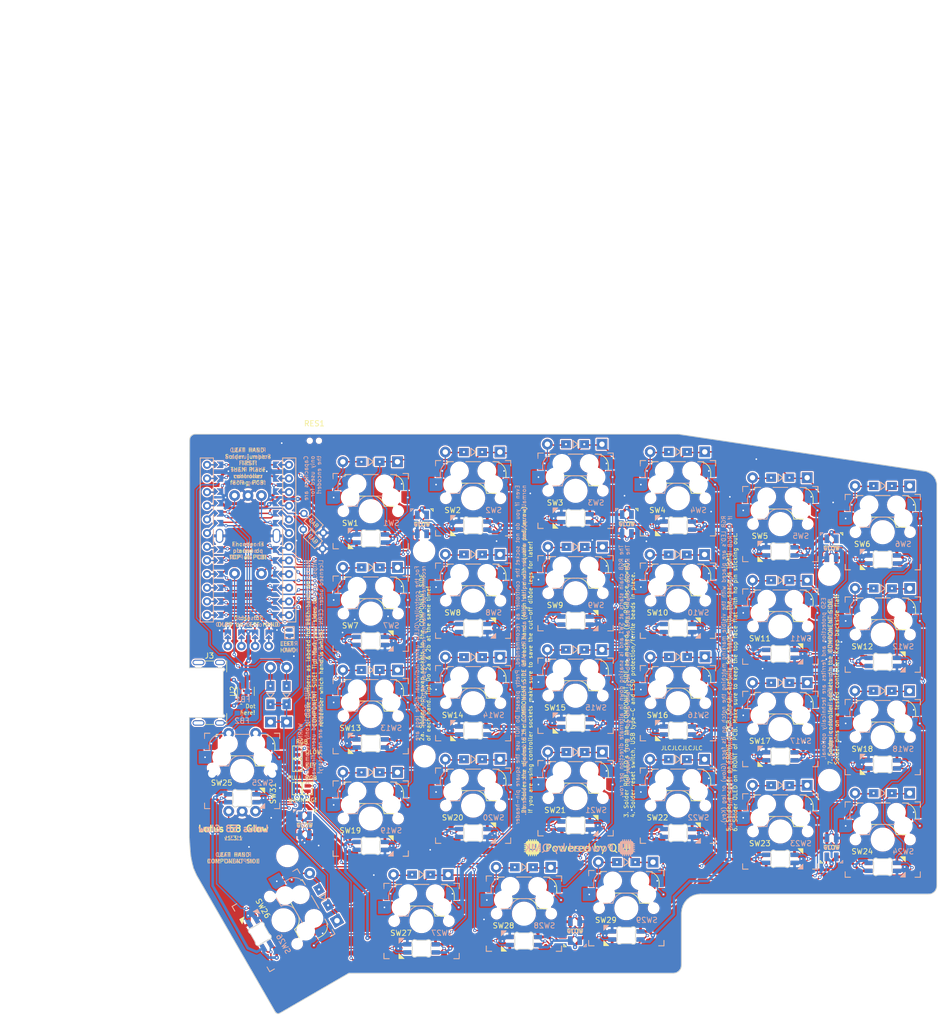
<source format=kicad_pcb>
(kicad_pcb (version 20221018) (generator pcbnew)
  (title_block (title "Lotus 58 Glow") (date "2023-07-26") (rev "v1.3.1") (company "Markus Knutsson <markus.knutsson@tweety.se>") (comment 1 "https://github.com/TweetyDaBird") (comment 2 "Licensed under CERN-OHL-S v2 or any superseding version"))
  (layers (0 "F.Cu" signal) (31 "B.Cu" signal) (34 "B.Paste" user) (35 "F.Paste" user) (36 "B.SilkS" user "B.Silkscreen") (37 "F.SilkS" user "F.Silkscreen") (38 "B.Mask" user) (39 "F.Mask" user) (44 "Edge.Cuts" user))
  (net 0 "")
  (net 1 "Net-(D1-A)")
  (net 2 "row4")
  (net 3 "Net-(D2-A)")
  (net 4 "Net-(D3-A)")
  (net 5 "row0")
  (net 6 "Net-(D4-A)")
  (net 7 "row1")
  (net 8 "Net-(D5-A)")
  (net 9 "row2")
  (net 10 "Net-(D6-A)")
  (net 11 "row3")
  (net 12 "Net-(D7-A)")
  (net 13 "Net-(D8-A)")
  (net 14 "Net-(D9-A)")
  (net 15 "Net-(D10-A)")
  (net 16 "Net-(D11-A)")
  (net 17 "Net-(D12-A)")
  (net 18 "Net-(D13-A)")
  (net 19 "Net-(D14-A)")
  (net 20 "Net-(D15-A)")
  (net 21 "Net-(D16-A)")
  (net 22 "Net-(D17-A)")
  (net 23 "Net-(D18-A)")
  (net 24 "Net-(D19-A)")
  (net 25 "Net-(D20-A)")
  (net 26 "Net-(D21-A)")
  (net 27 "Net-(D22-A)")
  (net 28 "Net-(D23-A)")
  (net 29 "Net-(D24-A)")
  (net 30 "Net-(D26-A)")
  (net 31 "Net-(D27-A)")
  (net 32 "Net-(D28-A)")
  (net 33 "VCC")
  (net 34 "GND")
  (net 35 "col0")
  (net 36 "col1")
  (net 37 "col2")
  (net 38 "col3")
  (net 39 "col4")
  (net 40 "col5")
  (net 41 "SDA")
  (net 42 "LED")
  (net 43 "SCL")
  (net 44 "RESET")
  (net 45 "Net-(D29-A)")
  (net 46 "DATA")
  (net 47 "Net-(D30-A)")
  (net 48 "Hand")
  (net 49 "Alt")
  (net 56 "Net-(LED1-DOUT)")
  (net 57 "Net-(LED2-DOUT)")
  (net 58 "Net-(LED3-DOUT)")
  (net 59 "Net-(LED4-DOUT)")
  (net 60 "Net-(LED5-DOUT)")
  (net 61 "Net-(LED12-DIN)")
  (net 62 "Net-(LED13-DIN)")
  (net 63 "Net-(LED7-DIN)")
  (net 64 "Net-(LED8-DIN)")
  (net 65 "Net-(LED10-DOUT)")
  (net 66 "Net-(LED10-DIN)")
  (net 67 "Net-(LED11-DIN)")
  (net 68 "Net-(LED13-DOUT)")
  (net 69 "Net-(LED14-DOUT)")
  (net 70 "Net-(LED15-DOUT)")
  (net 71 "Net-(LED16-DOUT)")
  (net 72 "Net-(LED17-DOUT)")
  (net 73 "Net-(LED18-DOUT)")
  (net 74 "Net-(LED19-DOUT)")
  (net 75 "Net-(LED19-DIN)")
  (net 76 "Net-(LED20-DIN)")
  (net 77 "Net-(LED21-DIN)")
  (net 78 "RGB_KEY")
  (net 79 "RGB_GLOW")
  (net 80 "RGB_LINK")
  (net 81 "Net-(LED22-DIN)")
  (net 82 "Net-(LED23-DIN)")
  (net 83 "Net-(LED25-DOUT)")
  (net 84 "EncB")
  (net 85 "EncA")
  (net 86 "Net-(LED26-DOUT)")
  (net 87 "Net-(LED27-DOUT)")
  (net 88 "Net-(LED28-DOUT)")
  (net 89 "Net-(LED30-DOUT)")
  (net 90 "Net-(LED31-DOUT)")
  (net 91 "Net-(LED32-DOUT)")
  (net 92 "Net-(LED33-DOUT)")
  (net 93 "Net-(LED34-DOUT)")
  (net 94 "unconnected-(LED35-DOUT-Pad1)")
  (net 97 "Net-(J3-SHIELD)")
  (net 98 "/VCC_LINK")
  (net 100 "Battery")
  (footprint "Keyboard Common:Spacer PCB hole" (layer "F.Cu") (at 124.32538 57.40908)
    (fp_text reference "TH1" hide)
    (fp_text value "HOLE" hide)
  )
  (footprint "Keyboard Common:Spacer PCB hole" (layer "F.Cu") (at 199.7 61.8)
    (fp_text reference "TH2" hide)
    (fp_text value "HOLE" hide)
  )
  (footprint "Keyboard Common:Spacer PCB hole" (layer "F.Cu") (at 124.3965 95.5675)
    (fp_text reference "TH3" hide)
    (fp_text value "HOLE" hide)
  )
  (footprint "Keyboard Common:Spacer PCB hole" (layer "F.Cu") (at 199.7 100)
    (fp_text reference "TH4" hide)
    (fp_text value "HOLE" hide)
  )
  (footprint "Keyboard Common:Spacer PCB hole" (layer "F.Cu") (at 98.8949 114.1095 90)
    (fp_text reference "TH5" hide)
    (fp_text value "HOLE" hide)
  )
  (footprint "Keyboard Switches:SW_MX_HotSwap_Reversible" (layer "F.Cu") (at 133.45 47.6)
    (fp_text reference "SW2" hide)
    (fp_text value "Kailh hotswap MX socket" hide)
  )
  (footprint "Keyboard Switches:SW_MX_HotSwap_Reversible" (layer "F.Cu") (at 152.5 46.21)
    (fp_text reference "SW3" hide)
    (fp_text value "Kailh hotswap MX socket" hide)
  )
  (footprint "Keyboard Switches:SW_MX_HotSwap_Reversible" (layer "F.Cu") (at 171.55 47.6)
    (fp_text reference "SW4" hide)
    (fp_text value "Kailh hotswap MX socket" hide)
  )
  (footprint "Keyboard Switches:SW_MX_HotSwap_Reversible" (layer "F.Cu") (at 209.65 53.9)
    (fp_text reference "SW6" hide)
    (fp_text value "Kailh hotswap MX socket" hide)
  )
  (footprint "Keyboard Switches:SW_MX_HotSwap_Reversible" (layer "F.Cu") (at 114.4 69.05)
    (fp_text reference "SW7" hide)
    (fp_text value "Kailh hotswap MX socket" hide)
  )
  (footprint "Keyboard Switches:SW_MX_HotSwap_Reversible" (layer "F.Cu") (at 152.5 65.26)
    (fp_text reference "SW9" hide)
    (fp_text value "Kailh hotswap MX socket" hide)
  )
  (footprint "Keyboard Switches:SW_MX_HotSwap_Reversible" (layer "F.Cu") (at 171.55 66.65)
    (fp_text reference "SW10" hide)
    (fp_text value "Kailh hotswap MX socket" hide)
  )
  (footprint "Keyboard Switches:SW_MX_HotSwap_Reversible" (layer "F.Cu") (at 190.6 71.45)
    (fp_text reference "SW11" hide)
    (fp_text value "Kailh hotswap MX socket" hide)
  )
  (footprint "Keyboard Switches:SW_MX_HotSwap_Reversible" (layer "F.Cu") (at 209.65 72.95)
    (fp_text reference "SW12" hide)
    (fp_text value "Kailh hotswap MX socket" hide)
  )
  (footprint "Keyboard Switches:SW_MX_HotSwap_Reversible" (layer "F.Cu") (at 114.4 88.1)
    (fp_text reference "SW13" hide)
    (fp_text value "Kailh hotswap MX socket" hide)
  )
  (footprint "Keyboard Switches:SW_MX_HotSwap_Reversible" (layer "F.Cu") (at 133.45 85.7)
    (fp_text reference "SW14" hide)
    (fp_text value "Kailh hotswap MX socket" hide)
  )
  (footprint "Keyboard Switches:SW_MX_HotSwap_Reversible" (layer "F.Cu") (at 152.5 84.31)
    (fp_text reference "SW15" hide)
    (fp_text value "Kailh hotswap MX socket" hide)
  )
  (footprint "Keyboard Switches:SW_MX_HotSwap_Reversible" (layer "F.Cu") (at 190.6 90.5)
    (fp_text reference "SW17" hide)
    (fp_text value "Kailh hotswap MX socket" hide)
  )
  (footprint "Keyboard Switches:SW_MX_HotSwap_Reversible" (layer "F.Cu") (at 209.65 92)
    (fp_text reference "SW18" hide)
    (fp_text value "Kailh hotswap MX socket" hide)
  )
  (footprint "Keyboard Switches:SW_MX_HotSwap_Reversible" (layer "F.Cu") (at 114.4 107.15)
    (fp_text reference "SW19" hide)
    (fp_text value "Kailh hotswap MX socket" hide)
  )
  (footprint "Keyboard Switches:SW_MX_HotSwap_Reversible" (layer "F.Cu") (at 133.45 104.75)
    (fp_text reference "SW20" hide)
    (fp_text value "Kailh hotswap MX socket" hide)
  )
  (footprint "Keyboard Switches:SW_MX_HotSwap_Reversible" (layer "F.Cu") (at 152.5 103.36)
    (fp_text reference "SW21" hide)
    (fp_text value "Kailh hotswap MX socket" hide)
  )
  (footprint "Keyboard Switches:SW_MX_HotSwap_Reversible" (layer "F.Cu") (at 171.55 104.75)
    (fp_text reference "SW22" hide)
    (fp_text value "Kailh hotswap MX socket" hide)
  )
  (footprint "Keyboard Switches:SW_MX_HotSwap_Reversible" (layer "F.Cu") (at 190.6 109.55)
    (fp_text reference "SW23" hide)
    (fp_text value "Kailh hotswap MX socket" hide)
  )
  (footprint "Keyboard Switches:SW_MX_HotSwap_Reversible" (layer "F.Cu") (at 123.85 126.2)
    (fp_text reference "SW27" hide)
    (fp_text value "Kailh hotswap MX socket" hide)
  )
  (footprint "Keyboard Switches:SW_MX_HotSwap_Reversible" (layer "F.Cu") (at 142.8977 124.8283)
    (fp_text reference "SW28" hide)
    (fp_text value "Kailh hotswap MX socket" hide)
  )
  (footprint "Keyboard Switches:SW_MX_HotSwap_Reversible" (layer "F.Cu") (at 161.95 123.8)
    (fp_text reference "SW29" hide)
    (fp_text value "Kailh hotswap MX socket" hide)
  )
  (footprint "Keyboard Switches:SW_MX_HotSwap_Reversible" (layer "F.Cu") (at 114.4 50)
    (fp_text reference "SW1" hide)
    (fp_text value "Kailh hotswap MX socket" hide)
  )
  (footprint "Keyboard Switches:SW_MX_HotSwap_Reversible" (layer "F.Cu") (at 90.4748 98.2853)
    (fp_text reference "SW25" hide)
    (fp_text value "Kailh hotswap MX socket" hide)
  )
  (footprint "Keyboard Switches:SW_MX_HotSwap_Reversible" (layer "F.Cu") (at 209.65 111.05)
    (fp_text reference "SW24" hide)
    (fp_text value "Kailh hotswap MX socket" hide)
  )
  (footprint "Keyboard Switches:SW_MX_HotSwap_Reversible" (layer "F.Cu") (at 98.171 126.0475 -60)
    (fp_text reference "SW26" hide)
    (fp_text value "Kailh hotswap MX socket" hide)
  )
  (footprint "Keyboard Switches:SW_MX_HotSwap_Reversible" (layer "F.Cu") (at 171.55 85.7)
    (fp_text reference "SW16" hide)
    (fp_text value "Kailh hotswap MX socket" hide)
  )
  (footprint "Keyboard Common:SSD1306-0.91-OLED-4pin-128x32 doublesided" (layer "F.Cu") (at 91.62 56.59 -90)
    (fp_text reference "P1" hide)
    (fp_text value "OLED")
  )
  (footprint "Keyboard RGB:LED_SK6812MINI_PLCC4_3.5x3.5mm_P1.75mmdouble" (layer "F.Cu") (at 200.125 112.522 -90)
    (fp_text reference "LED32" hide)
    (fp_text value "SK6812MINI")
  )
  (footprint "Keyboard RGB:LED_SK6812MINI_PLCC4_3.5x3.5mm_P1.75mmdouble" (layer "F.Cu") (at 152.4 128.0795 -90)
    (fp_text reference "LED31" hide)
    (fp_text value "SK6812MINI")
  )
  (footprint "Keyboard RGB:LED_SK6812MINI_PLCC4_3.5x3.5mm_P1.75mmdouble" (layer "F.Cu") (at 102.108 108.3945 90)
    (fp_text reference "LED30" hide)
    (fp_text value "SK6812MINI")
  )
  (footprint "Keyboard RGB:LED_SK6812MINI_PLCC4_3.5x3.5mm_P1.75mmdouble" (layer "F.Cu") (at 200.122 56.896 90)
    (fp_text reference "LED33" hide)
    (fp_text value "SK6812MINI")
  )
  (footprint "Keyboard RGB:LED_SK6812MINI_PLCC4_3.5x3.5mm_P1.75mmdouble" (layer "F.Cu") (at 123.9235 52.451 90)
    (fp_text reference "LED35" hide)
    (fp_text value "SK6812MINI")
  )
  (footprint "Keyboard Encoders:Encoder_Alps_EC11E_Small" (layer "F.Cu") (at 91.567 54.594 -90)
    (fp_text reference "SW30" hide)
    (fp_text value "Rotary_Encoder_Switch" hide)
  )
  (footprint "Keyboard Controllers:ProMicro_jumpers_V2" (layer "F.Cu") (at 91.567 55.35)
    (fp_text reference "U1" hide)
    (fp_text value "ProMicro")
  )
  (footprint "Keyboard Switches:SW_MX_HotSwap_Reversible" (layer "F.Cu") (at 190.6 52.4)
    (fp_text reference "SW5" hide)
    (fp_text value "Kailh hotswap MX socket" hide)
  )
  (footprint "Keyboard Encoders:Encoder_Alps_EC11E_Offset_pad" (layer "F.Cu") (at 90.4748 98.2853 90)
    (fp_text reference "SW31" hide)
    (fp_text value "Rotary_Encoder_Switch")
  )
  (footprint "Keyboard RGB:LED_SK6812MINI_PLCC4_3.5x3.5mm_P1.75mmdouble" (layer "F.Cu") (at 162.0285 52.3875 90)
    (fp_text reference "LED34" hide)
    (fp_text value "SK6812MINI")
  )
  (footprint "Keyboard Common:Jumper_Mini" (layer "F.Cu") (at 99.28 72.59 -90)
    (fp_text reference "JP3" hide)
    (fp_text value "LEFT" hide)
  )
  (footprint "Keyboard Switches:SW_MX_HotSwap_Reversible" (layer "F.Cu") (at 133.45 66.65)
    (fp_text reference "SW8" hide)
    (fp_text value "Kailh hotswap MX socket" hide)
  )
  (footprint "Keyboard RGB:MX_SK6812MINI-E_REVERSIBLE" (layer "F.Cu") (at 114.4 55.08 180)
    (fp_text reference "LED1" hide)
    (fp_text value "SK6812MINI-E")
    (fp_line (start -1.699999 0.702841) (end -1.699999 -0.702843) (stroke (width 0.15)) (layer "Edge.Cuts"))
    (fp_line (start -0.794452 -1.5) (end 0.794453 -1.5) (stroke (width 0.15)) (layer "Edge.Cuts"))
    (fp_line (start 0.794452 1.499999) (end -0.794452 1.499999) (stroke (width 0.15)) (layer "Edge.Cuts"))
    (fp_line (start 1.699999 -0.702843) (end 1.699999 0.702841) (stroke (width 0.15)) (layer "Edge.Cuts"))
    (fp_arc (start -1.749484 -0.919721) (mid -1.712527 -0.814069) (end -1.699999 -0.702843) (stroke (width 0.15)) (layer "Edge.Cuts"))
    (fp_arc (start -1.749484 -0.919721) (mid -1.638071 -1.504036) (end -1.046711 -1.5683) (stroke (width 0.15)) (layer "Edge.Cuts"))
    (fp_arc (start -1.699999 0.702842) (mid -1.712527 0.814067) (end -1.749484 0.919719) (stroke (width 0.15)) (layer "Edge.Cuts"))
    (fp_arc (start -1.046711 1.568296) (mid -1.63807 1.504033) (end -1.749484 0.919719) (stroke (width 0.15)) (layer "Edge.Cuts"))
    (fp_arc (start -1.04671 1.568298) (mid -0.925122 1.517376) (end -0.794452 1.499999) (stroke (width 0.15)) (layer "Edge.Cuts"))
    (fp_arc (start -0.794453 -1.500001) (mid -0.925123 -1.517378) (end -1.046711 -1.5683) (stroke (width 0.15)) (layer "Edge.Cuts"))
    (fp_arc (start 0.794452 1.499999) (mid 0.925123 1.517376) (end 1.046711 1.568298) (stroke (width 0.15)) (layer "Edge.Cuts"))
    (fp_arc (start 1.046711 -1.568299) (mid 0.925123 -1.517377) (end 0.794453 -1.5) (stroke (width 0.15)) (layer "Edge.Cuts"))
    (fp_arc (start 1.046711 -1.568299) (mid 1.638071 -1.504036) (end 1.749484 -0.919721) (stroke (width 0.15)) (layer "Edge.Cuts"))
    (fp_arc (start 1.699999 -0.702844) (mid 1.712526 -0.81407) (end 1.749484 -0.919721) (stroke (width 0.15)) (layer "Edge.Cuts"))
    (fp_arc (start 1.749484 0.919718) (mid 1.638072 1.504034) (end 1.046711 1.568298) (stroke (width 0.15)) (layer "Edge.Cuts"))
    (fp_arc (start 1.749484 0.919719) (mid 1.712511 0.81407) (end 1.699999 0.702841) (stroke (width 0.15)) (layer "Edge.Cuts"))
  )
  (footprint "Keyboard RGB:MX_SK6812MINI-E_REVERSIBLE" (layer "F.Cu") (at 133.45 52.68 180)
    (fp_text reference "LED2" hide)
    (fp_text value "SK6812MINI-E")
    (fp_line (start -1.699999 0.702841) (end -1.699999 -0.702843) (stroke (width 0.15)) (layer "Edge.Cuts"))
    (fp_line (start -0.794452 -1.5) (end 0.794453 -1.5) (stroke (width 0.15)) (layer "Edge.Cuts"))
    (fp_line (start 0.794452 1.499999) (end -0.794452 1.499999) (stroke (width 0.15)) (layer "Edge.Cuts"))
    (fp_line (start 1.699999 -0.702843) (end 1.699999 0.702841) (stroke (width 0.15)) (layer "Edge.Cuts"))
    (fp_arc (start -1.749484 -0.919721) (mid -1.712527 -0.814069) (end -1.699999 -0.702843) (stroke (width 0.15)) (layer "Edge.Cuts"))
    (fp_arc (start -1.749484 -0.919721) (mid -1.638071 -1.504036) (end -1.046711 -1.5683) (stroke (width 0.15)) (layer "Edge.Cuts"))
    (fp_arc (start -1.699999 0.702842) (mid -1.712527 0.814067) (end -1.749484 0.919719) (stroke (width 0.15)) (layer "Edge.Cuts"))
    (fp_arc (start -1.046711 1.568296) (mid -1.63807 1.504033) (end -1.749484 0.919719) (stroke (width 0.15)) (layer "Edge.Cuts"))
    (fp_arc (start -1.04671 1.568298) (mid -0.925122 1.517376) (end -0.794452 1.499999) (stroke (width 0.15)) (layer "Edge.Cuts"))
    (fp_arc (start -0.794453 -1.500001) (mid -0.925123 -1.517378) (end -1.046711 -1.5683) (stroke (width 0.15)) (layer "Edge.Cuts"))
    (fp_arc (start 0.794452 1.499999) (mid 0.925123 1.517376) (end 1.046711 1.568298) (stroke (width 0.15)) (layer "Edge.Cuts"))
    (fp_arc (start 1.046711 -1.568299) (mid 0.925123 -1.517377) (end 0.794453 -1.5) (stroke (width 0.15)) (layer "Edge.Cuts"))
    (fp_arc (start 1.046711 -1.568299) (mid 1.638071 -1.504036) (end 1.749484 -0.919721) (stroke (width 0.15)) (layer "Edge.Cuts"))
    (fp_arc (start 1.699999 -0.702844) (mid 1.712526 -0.81407) (end 1.749484 -0.919721) (stroke (width 0.15)) (layer "Edge.Cuts"))
    (fp_arc (start 1.749484 0.919718) (mid 1.638072 1.504034) (end 1.046711 1.568298) (stroke (width 0.15)) (layer "Edge.Cuts"))
    (fp_arc (start 1.749484 0.919719) (mid 1.712511 0.81407) (end 1.699999 0.702841) (stroke (width 0.15)) (layer "Edge.Cuts"))
  )
  (footprint "Keyboard RGB:MX_SK6812MINI-E_REVERSIBLE" (layer "F.Cu") (at 152.5 51.29 180)
    (fp_text reference "LED3" hide)
    (fp_text value "SK6812MINI-E")
    (fp_line (start -1.699999 0.702841) (end -1.699999 -0.702843) (stroke (width 0.15)) (layer "Edge.Cuts"))
    (fp_line (start -0.794452 -1.5) (end 0.794453 -1.5) (stroke (width 0.15)) (layer "Edge.Cuts"))
    (fp_line (start 0.794452 1.499999) (end -0.794452 1.499999) (stroke (width 0.15)) (layer "Edge.Cuts"))
    (fp_line (start 1.699999 -0.702843) (end 1.699999 0.702841) (stroke (width 0.15)) (layer "Edge.Cuts"))
    (fp_arc (start -1.749484 -0.919721) (mid -1.712527 -0.814069) (end -1.699999 -0.702843) (stroke (width 0.15)) (layer "Edge.Cuts"))
    (fp_arc (start -1.749484 -0.919721) (mid -1.638071 -1.504036) (end -1.046711 -1.5683) (stroke (width 0.15)) (layer "Edge.Cuts"))
    (fp_arc (start -1.699999 0.702842) (mid -1.712527 0.814067) (end -1.749484 0.919719) (stroke (width 0.15)) (layer "Edge.Cuts"))
    (fp_arc (start -1.046711 1.568296) (mid -1.63807 1.504033) (end -1.749484 0.919719) (stroke (width 0.15)) (layer "Edge.Cuts"))
    (fp_arc (start -1.04671 1.568298) (mid -0.925122 1.517376) (end -0.794452 1.499999) (stroke (width 0.15)) (layer "Edge.Cuts"))
    (fp_arc (start -0.794453 -1.500001) (mid -0.925123 -1.517378) (end -1.046711 -1.5683) (stroke (width 0.15)) (layer "Edge.Cuts"))
    (fp_arc (start 0.794452 1.499999) (mid 0.925123 1.517376) (end 1.046711 1.568298) (stroke (width 0.15)) (layer "Edge.Cuts"))
    (fp_arc (start 1.046711 -1.568299) (mid 0.925123 -1.517377) (end 0.794453 -1.5) (stroke (width 0.15)) (layer "Edge.Cuts"))
    (fp_arc (start 1.046711 -1.568299) (mid 1.638071 -1.504036) (end 1.749484 -0.919721) (stroke (width 0.15)) (layer "Edge.Cuts"))
    (fp_arc (start 1.699999 -0.702844) (mid 1.712526 -0.81407) (end 1.749484 -0.919721) (stroke (width 0.15)) (layer "Edge.Cuts"))
    (fp_arc (start 1.749484 0.919718) (mid 1.638072 1.504034) (end 1.046711 1.568298) (stroke (width 0.15)) (layer "Edge.Cuts"))
    (fp_arc (start 1.749484 0.919719) (mid 1.712511 0.81407) (end 1.699999 0.702841) (stroke (width 0.15)) (layer "Edge.Cuts"))
  )
  (footprint "Keyboard RGB:MX_SK6812MINI-E_REVERSIBLE" (layer "F.Cu") (at 171.55 52.68 180)
    (fp_text reference "LED4" hide)
    (fp_text value "SK6812MINI-E")
    (fp_line (start -1.699999 0.702841) (end -1.699999 -0.702843) (stroke (width 0.15)) (layer "Edge.Cuts"))
    (fp_line (start -0.794452 -1.5) (end 0.794453 -1.5) (stroke (width 0.15)) (layer "Edge.Cuts"))
    (fp_line (start 0.794452 1.499999) (end -0.794452 1.499999) (stroke (width 0.15)) (layer "Edge.Cuts"))
    (fp_line (start 1.699999 -0.702843) (end 1.699999 0.702841) (stroke (width 0.15)) (layer "Edge.Cuts"))
    (fp_arc (start -1.749484 -0.919721) (mid -1.712527 -0.814069) (end -1.699999 -0.702843) (stroke (width 0.15)) (layer "Edge.Cuts"))
    (fp_arc (start -1.749484 -0.919721) (mid -1.638071 -1.504036) (end -1.046711 -1.5683) (stroke (width 0.15)) (layer "Edge.Cuts"))
    (fp_arc (start -1.699999 0.702842) (mid -1.712527 0.814067) (end -1.749484 0.919719) (stroke (width 0.15)) (layer "Edge.Cuts"))
    (fp_arc (start -1.046711 1.568296) (mid -1.63807 1.504033) (end -1.749484 0.919719) (stroke (width 0.15)) (layer "Edge.Cuts"))
    (fp_arc (start -1.04671 1.568298) (mid -0.925122 1.517376) (end -0.794452 1.499999) (stroke (width 0.15)) (layer "Edge.Cuts"))
    (fp_arc (start -0.794453 -1.500001) (mid -0.925123 -1.517378) (end -1.046711 -1.5683) (stroke (width 0.15)) (layer "Edge.Cuts"))
    (fp_arc (start 0.794452 1.499999) (mid 0.925123 1.517376) (end 1.046711 1.568298) (stroke (width 0.15)) (layer "Edge.Cuts"))
    (fp_arc (start 1.046711 -1.568299) (mid 0.925123 -1.517377) (end 0.794453 -1.5) (stroke (width 0.15)) (layer "Edge.Cuts"))
    (fp_arc (start 1.046711 -1.568299) (mid 1.638071 -1.504036) (end 1.749484 -0.919721) (stroke (width 0.15)) (layer "Edge.Cuts"))
    (fp_arc (start 1.699999 -0.702844) (mid 1.712526 -0.81407) (end 1.749484 -0.919721) (stroke (width 0.15)) (layer "Edge.Cuts"))
    (fp_arc (start 1.749484 0.919718) (mid 1.638072 1.504034) (end 1.046711 1.568298) (stroke (width 0.15)) (layer "Edge.Cuts"))
    (fp_arc (start 1.749484 0.919719) (mid 1.712511 0.81407) (end 1.699999 0.702841) (stroke (width 0.15)) (layer "Edge.Cuts"))
  )
  (footprint "Keyboard RGB:MX_SK6812MINI-E_REVERSIBLE" (layer "F.Cu") (at 190.6 57.48 180)
    (fp_text reference "LED5" hide)
    (fp_text value "SK6812MINI-E")
    (fp_line (start -1.699999 0.702841) (end -1.699999 -0.702843) (stroke (width 0.15)) (layer "Edge.Cuts"))
    (fp_line (start -0.794452 -1.5) (end 0.794453 -1.5) (stroke (width 0.15)) (layer "Edge.Cuts"))
    (fp_line (start 0.794452 1.499999) (end -0.794452 1.499999) (stroke (width 0.15)) (layer "Edge.Cuts"))
    (fp_line (start 1.699999 -0.702843) (end 1.699999 0.702841) (stroke (width 0.15)) (layer "Edge.Cuts"))
    (fp_arc (start -1.749484 -0.919721) (mid -1.712527 -0.814069) (end -1.699999 -0.702843) (stroke (width 0.15)) (layer "Edge.Cuts"))
    (fp_arc (start -1.749484 -0.919721) (mid -1.638071 -1.504036) (end -1.046711 -1.5683) (stroke (width 0.15)) (layer "Edge.Cuts"))
    (fp_arc (start -1.699999 0.702842) (mid -1.712527 0.814067) (end -1.749484 0.919719) (stroke (width 0.15)) (layer "Edge.Cuts"))
    (fp_arc (start -1.046711 1.568296) (mid -1.63807 1.504033) (end -1.749484 0.919719) (stroke (width 0.15)) (layer "Edge.Cuts"))
    (fp_arc (start -1.04671 1.568298) (mid -0.925122 1.517376) (end -0.794452 1.499999) (stroke (width 0.15)) (layer "Edge.Cuts"))
    (fp_arc (start -0.794453 -1.500001) (mid -0.925123 -1.517378) (end -1.046711 -1.5683) (stroke (width 0.15)) (layer "Edge.Cuts"))
    (fp_arc (start 0.794452 1.499999) (mid 0.925123 1.517376) (end 1.046711 1.568298) (stroke (width 0.15)) (layer "Edge.Cuts"))
    (fp_arc (start 1.046711 -1.568299) (mid 0.925123 -1.517377) (end 0.794453 -1.5) (stroke (width 0.15)) (layer "Edge.Cuts"))
    (fp_arc (start 1.046711 -1.568299) (mid 1.638071 -1.504036) (end 1.749484 -0.919721) (stroke (width 0.15)) (layer "Edge.Cuts"))
    (fp_arc (start 1.699999 -0.702844) (mid 1.712526 -0.81407) (end 1.749484 -0.919721) (stroke (width 0.15)) (layer "Edge.Cuts"))
    (fp_arc (start 1.749484 0.919718) (mid 1.638072 1.504034) (end 1.046711 1.568298) (stroke (width 0.15)) (layer "Edge.Cuts"))
    (fp_arc (start 1.749484 0.919719) (mid 1.712511 0.81407) (end 1.699999 0.702841) (stroke (width 0.15)) (layer "Edge.Cuts"))
  )
  (footprint "Keyboard RGB:MX_SK6812MINI-E_REVERSIBLE" (layer "F.Cu") (at 209.65 58.98 180)
    (fp_text reference "LED6" hide)
    (fp_text value "SK6812MINI-E")
    (fp_line (start -1.699999 0.702841) (end -1.699999 -0.702843) (stroke (width 0.15)) (layer "Edge.Cuts"))
    (fp_line (start -0.794452 -1.5) (end 0.794453 -1.5) (stroke (width 0.15)) (layer "Edge.Cuts"))
    (fp_line (start 0.794452 1.499999) (end -0.794452 1.499999) (stroke (width 0.15)) (layer "Edge.Cuts"))
    (fp_line (start 1.699999 -0.702843) (end 1.699999 0.702841) (stroke (width 0.15)) (layer "Edge.Cuts"))
    (fp_arc (start -1.749484 -0.919721) (mid -1.712527 -0.814069) (end -1.699999 -0.702843) (stroke (width 0.15)) (layer "Edge.Cuts"))
    (fp_arc (start -1.749484 -0.919721) (mid -1.638071 -1.504036) (end -1.046711 -1.5683) (stroke (width 0.15)) (layer "Edge.Cuts"))
    (fp_arc (start -1.699999 0.702842) (mid -1.712527 0.814067) (end -1.749484 0.919719) (stroke (width 0.15)) (layer "Edge.Cuts"))
    (fp_arc (start -1.046711 1.568296) (mid -1.63807 1.504033) (end -1.749484 0.919719) (stroke (width 0.15)) (layer "Edge.Cuts"))
    (fp_arc (start -1.04671 1.568298) (mid -0.925122 1.517376) (end -0.794452 1.499999) (stroke (width 0.15)) (layer "Edge.Cuts"))
    (fp_arc (start -0.794453 -1.500001) (mid -0.925123 -1.517378) (end -1.046711 -1.5683) (stroke (width 0.15)) (layer "Edge.Cuts"))
    (fp_arc (start 0.794452 1.499999) (mid 0.925123 1.517376) (end 1.046711 1.568298) (stroke (width 0.15)) (layer "Edge.Cuts"))
    (fp_arc (start 1.046711 -1.568299) (mid 0.925123 -1.517377) (end 0.794453 -1.5) (stroke (width 0.15)) (layer "Edge.Cuts"))
    (fp_arc (start 1.046711 -1.568299) (mid 1.638071 -1.504036) (end 1.749484 -0.919721) (stroke (width 0.15)) (layer "Edge.Cuts"))
    (fp_arc (start 1.699999 -0.702844) (mid 1.712526 -0.81407) (end 1.749484 -0.919721) (stroke (width 0.15)) (layer "Edge.Cuts"))
    (fp_arc (start 1.749484 0.919718) (mid 1.638072 1.504034) (end 1.046711 1.568298) (stroke (width 0.15)) (layer "Edge.Cuts"))
    (fp_arc (start 1.749484 0.919719) (mid 1.712511 0.81407) (end 1.699999 0.702841) (stroke (width 0.15)) (layer "Edge.Cuts"))
  )
  (footprint "Keyboard RGB:MX_SK6812MINI-E_REVERSIBLE" (layer "F.Cu") (at 114.4 74.13)
    (fp_text reference "LED7" hide)
    (fp_text value "SK6812MINI-E")
    (fp_line (start -1.699999 0.702841) (end -1.699999 -0.702843) (stroke (width 0.15)) (layer "Edge.Cuts"))
    (fp_line (start -0.794452 -1.5) (end 0.794453 -1.5) (stroke (width 0.15)) (layer "Edge.Cuts"))
    (fp_line (start 0.794452 1.499999) (end -0.794452 1.499999) (stroke (width 0.15)) (layer "Edge.Cuts"))
    (fp_line (start 1.699999 -0.702843) (end 1.699999 0.702841) (stroke (width 0.15)) (layer "Edge.Cuts"))
    (fp_arc (start -1.749484 -0.919721) (mid -1.712527 -0.814069) (end -1.699999 -0.702843) (stroke (width 0.15)) (layer "Edge.Cuts"))
    (fp_arc (start -1.749484 -0.919721) (mid -1.638071 -1.504036) (end -1.046711 -1.5683) (stroke (width 0.15)) (layer "Edge.Cuts"))
    (fp_arc (start -1.699999 0.702842) (mid -1.712527 0.814067) (end -1.749484 0.919719) (stroke (width 0.15)) (layer "Edge.Cuts"))
    (fp_arc (start -1.046711 1.568296) (mid -1.63807 1.504033) (end -1.749484 0.919719) (stroke (width 0.15)) (layer "Edge.Cuts"))
    (fp_arc (start -1.04671 1.568298) (mid -0.925122 1.517376) (end -0.794452 1.499999) (stroke (width 0.15)) (layer "Edge.Cuts"))
    (fp_arc (start -0.794453 -1.500001) (mid -0.925123 -1.517378) (end -1.046711 -1.5683) (stroke (width 0.15)) (layer "Edge.Cuts"))
    (fp_arc (start 0.794452 1.499999) (mid 0.925123 1.517376) (end 1.046711 1.568298) (stroke (width 0.15)) (layer "Edge.Cuts"))
    (fp_arc (start 1.046711 -1.568299) (mid 0.925123 -1.517377) (end 0.794453 -1.5) (stroke (width 0.15)) (layer "Edge.Cuts"))
    (fp_arc (start 1.046711 -1.568299) (mid 1.638071 -1.504036) (end 1.749484 -0.919721) (stroke (width 0.15)) (layer "Edge.Cuts"))
    (fp_arc (start 1.699999 -0.702844) (mid 1.712526 -0.81407) (end 1.749484 -0.919721) (stroke (width 0.15)) (layer "Edge.Cuts"))
    (fp_arc (start 1.749484 0.919718) (mid 1.638072 1.504034) (end 1.046711 1.568298) (stroke (width 0.15)) (layer "Edge.Cuts"))
    (fp_arc (start 1.749484 0.919719) (mid 1.712511 0.81407) (end 1.699999 0.702841) (stroke (width 0.15)) (layer "Edge.Cuts"))
  )
  (footprint "Keyboard RGB:MX_SK6812MINI-E_REVERSIBLE" (layer "F.Cu") (at 133.45 71.73)
    (fp_text reference "LED8" hide)
    (fp_text value "SK6812MINI-E")
    (fp_line (start -1.699999 0.702841) (end -1.699999 -0.702843) (stroke (width 0.15)) (layer "Edge.Cuts"))
    (fp_line (start -0.794452 -1.5) (end 0.794453 -1.5) (stroke (width 0.15)) (layer "Edge.Cuts"))
    (fp_line (start 0.794452 1.499999) (end -0.794452 1.499999) (stroke (width 0.15)) (layer "Edge.Cuts"))
    (fp_line (start 1.699999 -0.702843) (end 1.699999 0.702841) (stroke (width 0.15)) (layer "Edge.Cuts"))
    (fp_arc (start -1.749484 -0.919721) (mid -1.712527 -0.814069) (end -1.699999 -0.702843) (stroke (width 0.15)) (layer "Edge.Cuts"))
    (fp_arc (start -1.749484 -0.919721) (mid -1.638071 -1.504036) (end -1.046711 -1.5683) (stroke (width 0.15)) (layer "Edge.Cuts"))
    (fp_arc (start -1.699999 0.702842) (mid -1.712527 0.814067) (end -1.749484 0.919719) (stroke (width 0.15)) (layer "Edge.Cuts"))
    (fp_arc (start -1.046711 1.568296) (mid -1.63807 1.504033) (end -1.749484 0.919719) (stroke (width 0.15)) (layer "Edge.Cuts"))
    (fp_arc (start -1.04671 1.568298) (mid -0.925122 1.517376) (end -0.794452 1.499999) (stroke (width 0.15)) (layer "Edge.Cuts"))
    (fp_arc (start -0.794453 -1.500001) (mid -0.925123 -1.517378) (end -1.046711 -1.5683) (stroke (width 0.15)) (layer "Edge.Cuts"))
    (fp_arc (start 0.794452 1.499999) (mid 0.925123 1.517376) (end 1.046711 1.568298) (stroke (width 0.15)) (layer "Edge.Cuts"))
    (fp_arc (start 1.046711 -1.568299) (mid 0.925123 -1.517377) (end 0.794453 -1.5) (stroke (width 0.15)) (layer "Edge.Cuts"))
    (fp_arc (start 1.046711 -1.568299) (mid 1.638071 -1.504036) (end 1.749484 -0.919721) (stroke (width 0.15)) (layer "Edge.Cuts"))
    (fp_arc (start 1.699999 -0.702844) (mid 1.712526 -0.81407) (end 1.749484 -0.919721) (stroke (width 0.15)) (layer "Edge.Cuts"))
    (fp_arc (start 1.749484 0.919718) (mid 1.638072 1.504034) (end 1.046711 1.568298) (stroke (width 0.15)) (layer "Edge.Cuts"))
    (fp_arc (start 1.749484 0.919719) (mid 1.712511 0.81407) (end 1.699999 0.702841) (stroke (width 0.15)) (layer "Edge.Cuts"))
  )
  (footprint "Keyboard RGB:MX_SK6812MINI-E_REVERSIBLE" (layer "F.Cu") (at 152.5 70.34)
    (fp_text reference "LED9" hide)
    (fp_text value "SK6812MINI-E")
    (fp_line (start -1.699999 0.702841) (end -1.699999 -0.702843) (stroke (width 0.15)) (layer "Edge.Cuts"))
    (fp_line (start -0.794452 -1.5) (end 0.794453 -1.5) (stroke (width 0.15)) (layer "Edge.Cuts"))
    (fp_line (start 0.794452 1.499999) (end -0.794452 1.499999) (stroke (width 0.15)) (layer "Edge.Cuts"))
    (fp_line (start 1.699999 -0.702843) (end 1.699999 0.702841) (stroke (width 0.15)) (layer "Edge.Cuts"))
    (fp_arc (start -1.749484 -0.919721) (mid -1.712527 -0.814069) (end -1.699999 -0.702843) (stroke (width 0.15)) (layer "Edge.Cuts"))
    (fp_arc (start -1.749484 -0.919721) (mid -1.638071 -1.504036) (end -1.046711 -1.5683) (stroke (width 0.15)) (layer "Edge.Cuts"))
    (fp_arc (start -1.699999 0.702842) (mid -1.712527 0.814067) (end -1.749484 0.919719) (stroke (width 0.15)) (layer "Edge.Cuts"))
    (fp_arc (start -1.046711 1.568296) (mid -1.63807 1.504033) (end -1.749484 0.919719) (stroke (width 0.15)) (layer "Edge.Cuts"))
    (fp_arc (start -1.04671 1.568298) (mid -0.925122 1.517376) (end -0.794452 1.499999) (stroke (width 0.15)) (layer "Edge.Cuts"))
    (fp_arc (start -0.794453 -1.500001) (mid -0.925123 -1.517378) (end -1.046711 -1.5683) (stroke (width 0.15)) (layer "Edge.Cuts"))
    (fp_arc (start 0.794452 1.499999) (mid 0.925123 1.517376) (end 1.046711 1.568298) (stroke (width 0.15)) (layer "Edge.Cuts"))
    (fp_arc (start 1.046711 -1.568299) (mid 0.925123 -1.517377) (end 0.794453 -1.5) (stroke (width 0.15)) (layer "Edge.Cuts"))
    (fp_arc (start 1.046711 -1.568299) (mid 1.638071 -1.504036) (end 1.749484 -0.919721) (stroke (width 0.15)) (layer "Edge.Cuts"))
    (fp_arc (start 1.699999 -0.702844) (mid 1.712526 -0.81407) (end 1.749484 -0.919721) (stroke (width 0.15)) (layer "Edge.Cuts"))
    (fp_arc (start 1.749484 0.919718) (mid 1.638072 1.504034) (end 1.046711 1.568298) (stroke (width 0.15)) (layer "Edge.Cuts"))
    (fp_arc (start 1.749484 0.919719) (mid 1.712511 0.81407) (end 1.699999 0.702841) (stroke (width 0.15)) (layer "Edge.Cuts"))
  )
  (footprint "Keyboard RGB:MX_SK6812MINI-E_REVERSIBLE" (layer "F.Cu") (at 171.55 71.73)
    (fp_text reference "LED10" hide)
    (fp_text value "SK6812MINI-E")
    (fp_line (start -1.699999 0.702841) (end -1.699999 -0.702843) (stroke (width 0.15)) (layer "Edge.Cuts"))
    (fp_line (start -0.794452 -1.5) (end 0.794453 -1.5) (stroke (width 0.15)) (layer "Edge.Cuts"))
    (fp_line (start 0.794452 1.499999) (end -0.794452 1.499999) (stroke (width 0.15)) (layer "Edge.Cuts"))
    (fp_line (start 1.699999 -0.702843) (end 1.699999 0.702841) (stroke (width 0.15)) (layer "Edge.Cuts"))
    (fp_arc (start -1.749484 -0.919721) (mid -1.712527 -0.814069) (end -1.699999 -0.702843) (stroke (width 0.15)) (layer "Edge.Cuts"))
    (fp_arc (start -1.749484 -0.919721) (mid -1.638071 -1.504036) (end -1.046711 -1.5683) (stroke (width 0.15)) (layer "Edge.Cuts"))
    (fp_arc (start -1.699999 0.702842) (mid -1.712527 0.814067) (end -1.749484 0.919719) (stroke (width 0.15)) (layer "Edge.Cuts"))
    (fp_arc (start -1.046711 1.568296) (mid -1.63807 1.504033) (end -1.749484 0.919719) (stroke (width 0.15)) (layer "Edge.Cuts"))
    (fp_arc (start -1.04671 1.568298) (mid -0.925122 1.517376) (end -0.794452 1.499999) (stroke (width 0.15)) (layer "Edge.Cuts"))
    (fp_arc (start -0.794453 -1.500001) (mid -0.925123 -1.517378) (end -1.046711 -1.5683) (stroke (width 0.15)) (layer "Edge.Cuts"))
    (fp_arc (start 0.794452 1.499999) (mid 0.925123 1.517376) (end 1.046711 1.568298) (stroke (width 0.15)) (layer "Edge.Cuts"))
    (fp_arc (start 1.046711 -1.568299) (mid 0.925123 -1.517377) (end 0.794453 -1.5) (stroke (width 0.15)) (layer "Edge.Cuts"))
    (fp_arc (start 1.046711 -1.568299) (mid 1.638071 -1.504036) (end 1.749484 -0.919721) (stroke (width 0.15)) (layer "Edge.Cuts"))
    (fp_arc (start 1.699999 -0.702844) (mid 1.712526 -0.81407) (end 1.749484 -0.919721) (stroke (width 0.15)) (layer "Edge.Cuts"))
    (fp_arc (start 1.749484 0.919718) (mid 1.638072 1.504034) (end 1.046711 1.568298) (stroke (width 0.15)) (layer "Edge.Cuts"))
    (fp_arc (start 1.749484 0.919719) (mid 1.712511 0.81407) (end 1.699999 0.702841) (stroke (width 0.15)) (layer "Edge.Cuts"))
  )
  (footprint "Keyboard RGB:MX_SK6812MINI-E_REVERSIBLE" (layer "F.Cu") (at 190.6 76.53)
    (fp_text reference "LED11" hide)
    (fp_text value "SK6812MINI-E")
    (fp_line (start -1.699999 0.702841) (end -1.699999 -0.702843) (stroke (width 0.15)) (layer "Edge.Cuts"))
    (fp_line (start -0.794452 -1.5) (end 0.794453 -1.5) (stroke (width 0.15)) (layer "Edge.Cuts"))
    (fp_line (start 0.794452 1.499999) (end -0.794452 1.499999) (stroke (width 0.15)) (layer "Edge.Cuts"))
    (fp_line (start 1.699999 -0.702843) (end 1.699999 0.702841) (stroke (width 0.15)) (layer "Edge.Cuts"))
    (fp_arc (start -1.749484 -0.919721) (mid -1.712527 -0.814069) (end -1.699999 -0.702843) (stroke (width 0.15)) (layer "Edge.Cuts"))
    (fp_arc (start -1.749484 -0.919721) (mid -1.638071 -1.504036) (end -1.046711 -1.5683) (stroke (width 0.15)) (layer "Edge.Cuts"))
    (fp_arc (start -1.699999 0.702842) (mid -1.712527 0.814067) (end -1.749484 0.919719) (stroke (width 0.15)) (layer "Edge.Cuts"))
    (fp_arc (start -1.046711 1.568296) (mid -1.63807 1.504033) (end -1.749484 0.919719) (stroke (width 0.15)) (layer "Edge.Cuts"))
    (fp_arc (start -1.04671 1.568298) (mid -0.925122 1.517376) (end -0.794452 1.499999) (stroke (width 0.15)) (layer "Edge.Cuts"))
    (fp_arc (start -0.794453 -1.500001) (mid -0.925123 -1.517378) (end -1.046711 -1.5683) (stroke (width 0.15)) (layer "Edge.Cuts"))
    (fp_arc (start 0.794452 1.499999) (mid 0.925123 1.517376) (end 1.046711 1.568298) (stroke (width 0.15)) (layer "Edge.Cuts"))
    (fp_arc (start 1.046711 -1.568299) (mid 0.925123 -1.517377) (end 0.794453 -1.5) (stroke (width 0.15)) (layer "Edge.Cuts"))
    (fp_arc (start 1.046711 -1.568299) (mid 1.638071 -1.504036) (end 1.749484 -0.919721) (stroke (width 0.15)) (layer "Edge.Cuts"))
    (fp_arc (start 1.699999 -0.702844) (mid 1.712526 -0.81407) (end 1.749484 -0.919721) (stroke (width 0.15)) (layer "Edge.Cuts"))
    (fp_arc (start 1.749484 0.919718) (mid 1.638072 1.504034) (end 1.046711 1.568298) (stroke (width 0.15)) (layer "Edge.Cuts"))
    (fp_arc (start 1.749484 0.919719) (mid 1.712511 0.81407) (end 1.699999 0.702841) (stroke (width 0.15)) (layer "Edge.Cuts"))
  )
  (footprint "Keyboard RGB:MX_SK6812MINI-E_REVERSIBLE" (layer "F.Cu") (at 209.65 78.03)
    (fp_text reference "LED12" hide)
    (fp_text value "SK6812MINI-E")
    (fp_line (start -1.699999 0.702841) (end -1.699999 -0.702843) (stroke (width 0.15)) (layer "Edge.Cuts"))
    (fp_line (start -0.794452 -1.5) (end 0.794453 -1.5) (stroke (width 0.15)) (layer "Edge.Cuts"))
    (fp_line (start 0.794452 1.499999) (end -0.794452 1.499999) (stroke (width 0.15)) (layer "Edge.Cuts"))
    (fp_line (start 1.699999 -0.702843) (end 1.699999 0.702841) (stroke (width 0.15)) (layer "Edge.Cuts"))
    (fp_arc (start -1.749484 -0.919721) (mid -1.712527 -0.814069) (end -1.699999 -0.702843) (stroke (width 0.15)) (layer "Edge.Cuts"))
    (fp_arc (start -1.749484 -0.919721) (mid -1.638071 -1.504036) (end -1.046711 -1.5683) (stroke (width 0.15)) (layer "Edge.Cuts"))
    (fp_arc (start -1.699999 0.702842) (mid -1.712527 0.814067) (end -1.749484 0.919719) (stroke (width 0.15)) (layer "Edge.Cuts"))
    (fp_arc (start -1.046711 1.568296) (mid -1.63807 1.504033) (end -1.749484 0.919719) (stroke (width 0.15)) (layer "Edge.Cuts"))
    (fp_arc (start -1.04671 1.568298) (mid -0.925122 1.517376) (end -0.794452 1.499999) (stroke (width 0.15)) (layer "Edge.Cuts"))
    (fp_arc (start -0.794453 -1.500001) (mid -0.925123 -1.517378) (end -1.046711 -1.5683) (stroke (width 0.15)) (layer "Edge.Cuts"))
    (fp_arc (start 0.794452 1.499999) (mid 0.925123 1.517376) (end 1.046711 1.568298) (stroke (width 0.15)) (layer "Edge.Cuts"))
    (fp_arc (start 1.046711 -1.568299) (mid 0.925123 -1.517377) (end 0.794453 -1.5) (stroke (width 0.15)) (layer "Edge.Cuts"))
    (fp_arc (start 1.046711 -1.568299) (mid 1.638071 -1.504036) (end 1.749484 -0.919721) (stroke (width 0.15)) (layer "Edge.Cuts"))
    (fp_arc (start 1.699999 -0.702844) (mid 1.712526 -0.81407) (end 1.749484 -0.919721) (stroke (width 0.15)) (layer "Edge.Cuts"))
    (fp_arc (start 1.749484 0.919718) (mid 1.638072 1.504034) (end 1.046711 1.568298) (stroke (width 0.15)) (layer "Edge.Cuts"))
    (fp_arc (start 1.749484 0.919719) (mid 1.712511 0.81407) (end 1.699999 0.702841) (stroke (width 0.15)) (layer "Edge.Cuts"))
  )
  (footprint "Keyboard RGB:MX_SK6812MINI-E_REVERSIBLE" (layer "F.Cu") (at 114.4 93.18 180)
    (fp_text reference "LED13" hide)
    (fp_text value "SK6812MINI-E")
    (fp_line (start -1.699999 0.702841) (end -1.699999 -0.702843) (stroke (width 0.15)) (layer "Edge.Cuts"))
    (fp_line (start -0.794452 -1.5) (end 0.794453 -1.5) (stroke (width 0.15)) (layer "Edge.Cuts"))
    (fp_line (start 0.794452 1.499999) (end -0.794452 1.499999) (stroke (width 0.15)) (layer "Edge.Cuts"))
    (fp_line (start 1.699999 -0.702843) (end 1.699999 0.702841) (stroke (width 0.15)) (layer "Edge.Cuts"))
    (fp_arc (start -1.749484 -0.919721) (mid -1.712527 -0.814069) (end -1.699999 -0.702843) (stroke (width 0.15)) (layer "Edge.Cuts"))
    (fp_arc (start -1.749484 -0.919721) (mid -1.638071 -1.504036) (end -1.046711 -1.5683) (stroke (width 0.15)) (layer "Edge.Cuts"))
    (fp_arc (start -1.699999 0.702842) (mid -1.712527 0.814067) (end -1.749484 0.919719) (stroke (width 0.15)) (layer "Edge.Cuts"))
    (fp_arc (start -1.046711 1.568296) (mid -1.63807 1.504033) (end -1.749484 0.919719) (stroke (width 0.15)) (layer "Edge.Cuts"))
    (fp_arc (start -1.04671 1.568298) (mid -0.925122 1.517376) (end -0.794452 1.499999) (stroke (width 0.15)) (layer "Edge.Cuts"))
    (fp_arc (start -0.794453 -1.500001) (mid -0.925123 -1.517378) (end -1.046711 -1.5683) (stroke (width 0.15)) (layer "Edge.Cuts"))
    (fp_arc (start 0.794452 1.499999) (mid 0.925123 1.517376) (end 1.046711 1.568298) (stroke (width 0.15)) (layer "Edge.Cuts"))
    (fp_arc (start 1.046711 -1.568299) (mid 0.925123 -1.517377) (end 0.794453 -1.5) (stroke (width 0.15)) (layer "Edge.Cuts"))
    (fp_arc (start 1.046711 -1.568299) (mid 1.638071 -1.504036) (end 1.749484 -0.919721) (stroke (width 0.15)) (layer "Edge.Cuts"))
    (fp_arc (start 1.699999 -0.702844) (mid 1.712526 -0.81407) (end 1.749484 -0.919721) (stroke (width 0.15)) (layer "Edge.Cuts"))
    (fp_arc (start 1.749484 0.919718) (mid 1.638072 1.504034) (end 1.046711 1.568298) (stroke (width 0.15)) (layer "Edge.Cuts"))
    (fp_arc (start 1.749484 0.919719) (mid 1.712511 0.81407) (end 1.699999 0.702841) (stroke (width 0.15)) (layer "Edge.Cuts"))
  )
  (footprint "Keyboard RGB:MX_SK6812MINI-E_REVERSIBLE" (layer "F.Cu") (at 133.45 90.78 180)
    (fp_text reference "LED14" hide)
    (fp_text value "SK6812MINI-E")
    (fp_line (start -1.699999 0.702841) (end -1.699999 -0.702843) (stroke (width 0.15)) (layer "Edge.Cuts"))
    (fp_line (start -0.794452 -1.5) (end 0.794453 -1.5) (stroke (width 0.15)) (layer "Edge.Cuts"))
    (fp_line (start 0.794452 1.499999) (end -0.794452 1.499999) (stroke (width 0.15)) (layer "Edge.Cuts"))
    (fp_line (start 1.699999 -0.702843) (end 1.699999 0.702841) (stroke (width 0.15)) (layer "Edge.Cuts"))
    (fp_arc (start -1.749484 -0.919721) (mid -1.712527 -0.814069) (end -1.699999 -0.702843) (stroke (width 0.15)) (layer "Edge.Cuts"))
    (fp_arc (start -1.749484 -0.919721) (mid -1.638071 -1.504036) (end -1.046711 -1.5683) (stroke (width 0.15)) (layer "Edge.Cuts"))
    (fp_arc (start -1.699999 0.702842) (mid -1.712527 0.814067) (end -1.749484 0.919719) (stroke (width 0.15)) (layer "Edge.Cuts"))
    (fp_arc (start -1.046711 1.568296) (mid -1.63807 1.504033) (end -1.749484 0.919719) (stroke (width 0.15)) (layer "Edge.Cuts"))
    (fp_arc (start -1.04671 1.568298) (mid -0.925122 1.517376) (end -0.794452 1.499999) (stroke (width 0.15)) (layer "Edge.Cuts"))
    (fp_arc (start -0.794453 -1.500001) (mid -0.925123 -1.517378) (end -1.046711 -1.5683) (stroke (width 0.15)) (layer "Edge.Cuts"))
    (fp_arc (start 0.794452 1.499999) (mid 0.925123 1.517376) (end 1.046711 1.568298) (stroke (width 0.15)) (layer "Edge.Cuts"))
    (fp_arc (start 1.046711 -1.568299) (mid 0.925123 -1.517377) (end 0.794453 -1.5) (stroke (width 0.15)) (layer "Edge.Cuts"))
    (fp_arc (start 1.046711 -1.568299) (mid 1.638071 -1.504036) (end 1.749484 -0.919721) (stroke (width 0.15)) (layer "Edge.Cuts"))
    (fp_arc (start 1.699999 -0.702844) (mid 1.712526 -0.81407) (end 1.749484 -0.919721) (stroke (width 0.15)) (layer "Edge.Cuts"))
    (fp_arc (start 1.749484 0.919718) (mid 1.638072 1.504034) (end 1.046711 1.568298) (stroke (width 0.15)) (layer "Edge.Cuts"))
    (fp_arc (start 1.749484 0.919719) (mid 1.712511 0.81407) (end 1.699999 0.702841) (stroke (width 0.15)) (layer "Edge.Cuts"))
  )
  (footprint "Keyboard RGB:MX_SK6812MINI-E_REVERSIBLE" (layer "F.Cu") (at 152.5 89.39 180)
    (fp_text reference "LED15" hide)
    (fp_text value "SK6812MINI-E")
    (fp_line (start -1.699999 0.702841) (end -1.699999 -0.702843) (stroke (width 0.15)) (layer "Edge.Cuts"))
    (fp_line (start -0.794452 -1.5) (end 0.794453 -1.5) (stroke (width 0.15)) (layer "Edge.Cuts"))
    (fp_line (start 0.794452 1.499999) (end -0.794452 1.499999) (stroke (width 0.15)) (layer "Edge.Cuts"))
    (fp_line (start 1.699999 -0.702843) (end 1.699999 0.702841) (stroke (width 0.15)) (layer "Edge.Cuts"))
    (fp_arc (start -1.749484 -0.919721) (mid -1.712527 -0.814069) (end -1.699999 -0.702843) (stroke (width 0.15)) (layer "Edge.Cuts"))
    (fp_arc (start -1.749484 -0.919721) (mid -1.638071 -1.504036) (end -1.046711 -1.5683) (stroke (width 0.15)) (layer "Edge.Cuts"))
    (fp_arc (start -1.699999 0.702842) (mid -1.712527 0.814067) (end -1.749484 0.919719) (stroke (width 0.15)) (layer "Edge.Cuts"))
    (fp_arc (start -1.046711 1.568296) (mid -1.63807 1.504033) (end -1.749484 0.919719) (stroke (width 0.15)) (layer "Edge.Cuts"))
    (fp_arc (start -1.04671 1.568298) (mid -0.925122 1.517376) (end -0.794452 1.499999) (stroke (width 0.15)) (layer "Edge.Cuts"))
    (fp_arc (start -0.794453 -1.500001) (mid -0.925123 -1.517378) (end -1.046711 -1.5683) (stroke (width 0.15)) (layer "Edge.Cuts"))
    (fp_arc (start 0.794452 1.499999) (mid 0.925123 1.517376) (end 1.046711 1.568298) (stroke (width 0.15)) (layer "Edge.Cuts"))
    (fp_arc (start 1.046711 -1.568299) (mid 0.925123 -1.517377) (end 0.794453 -1.5) (stroke (width 0.15)) (layer "Edge.Cuts"))
    (fp_arc (start 1.046711 -1.568299) (mid 1.638071 -1.504036) (end 1.749484 -0.919721) (stroke (width 0.15)) (layer "Edge.Cuts"))
    (fp_arc (start 1.699999 -0.702844) (mid 1.712526 -0.81407) (end 1.749484 -0.919721) (stroke (width 0.15)) (layer "Edge.Cuts"))
    (fp_arc (start 1.749484 0.919718) (mid 1.638072 1.504034) (end 1.046711 1.568298) (stroke (width 0.15)) (layer "Edge.Cuts"))
    (fp_arc (start 1.749484 0.919719) (mid 1.712511 0.81407) (end 1.699999 0.702841) (stroke (width 0.15)) (layer "Edge.Cuts"))
  )
  (footprint "Keyboard RGB:MX_SK6812MINI-E_REVERSIBLE" (layer "F.Cu") (at 171.55 90.78 180)
    (fp_text reference "LED16" hide)
    (fp_text value "SK6812MINI-E")
    (fp_line (start -1.699999 0.702841) (end -1.699999 -0.702843) (stroke (width 0.15)) (layer "Edge.Cuts"))
    (fp_line (start -0.794452 -1.5) (end 0.794453 -1.5) (stroke (width 0.15)) (layer "Edge.Cuts"))
    (fp_line (start 0.794452 1.499999) (end -0.794452 1.499999) (stroke (width 0.15)) (layer "Edge.Cuts"))
    (fp_line (start 1.699999 -0.702843) (end 1.699999 0.702841) (stroke (width 0.15)) (layer "Edge.Cuts"))
    (fp_arc (start -1.749484 -0.919721) (mid -1.712527 -0.814069) (end -1.699999 -0.702843) (stroke (width 0.15)) (layer "Edge.Cuts"))
    (fp_arc (start -1.749484 -0.919721) (mid -1.638071 -1.504036) (end -1.046711 -1.5683) (stroke (width 0.15)) (layer "Edge.Cuts"))
    (fp_arc (start -1.699999 0.702842) (mid -1.712527 0.814067) (end -1.749484 0.919719) (stroke (width 0.15)) (layer "Edge.Cuts"))
    (fp_arc (start -1.046711 1.568296) (mid -1.63807 1.504033) (end -1.749484 0.919719) (stroke (width 0.15)) (layer "Edge.Cuts"))
    (fp_arc (start -1.04671 1.568298) (mid -0.925122 1.517376) (end -0.794452 1.499999) (stroke (width 0.15)) (layer "Edge.Cuts"))
    (fp_arc (start -0.794453 -1.500001) (mid -0.925123 -1.517378) (end -1.046711 -1.5683) (stroke (width 0.15)) (layer "Edge.Cuts"))
    (fp_arc (start 0.794452 1.499999) (mid 0.925123 1.517376) (end 1.046711 1.568298) (stroke (width 0.15)) (layer "Edge.Cuts"))
    (fp_arc (start 1.046711 -1.568299) (mid 0.925123 -1.517377) (end 0.794453 -1.5) (stroke (width 0.15)) (layer "Edge.Cuts"))
    (fp_arc (start 1.046711 -1.568299) (mid 1.638071 -1.504036) (end 1.749484 -0.919721) (stroke (width 0.15)) (layer "Edge.Cuts"))
    (fp_arc (start 1.699999 -0.702844) (mid 1.712526 -0.81407) (end 1.749484 -0.919721) (stroke (width 0.15)) (layer "Edge.Cuts"))
    (fp_arc (start 1.749484 0.919718) (mid 1.638072 1.504034) (end 1.046711 1.568298) (stroke (width 0.15)) (layer "Edge.Cuts"))
    (fp_arc (start 1.749484 0.919719) (mid 1.712511 0.81407) (end 1.699999 0.702841) (stroke (width 0.15)) (layer "Edge.Cuts"))
  )
  (footprint "Keyboard RGB:MX_SK6812MINI-E_REVERSIBLE" (layer "F.Cu") (at 190.6 95.58 180)
    (fp_text reference "LED17" hide)
    (fp_text value "SK6812MINI-E")
    (fp_line (start -1.699999 0.702841) (end -1.699999 -0.702843) (stroke (width 0.15)) (layer "Edge.Cuts"))
    (fp_line (start -0.794452 -1.5) (end 0.794453 -1.5) (stroke (width 0.15)) (layer "Edge.Cuts"))
    (fp_line (start 0.794452 1.499999) (end -0.794452 1.499999) (stroke (width 0.15)) (layer "Edge.Cuts"))
    (fp_line (start 1.699999 -0.702843) (end 1.699999 0.702841) (stroke (width 0.15)) (layer "Edge.Cuts"))
    (fp_arc (start -1.749484 -0.919721) (mid -1.712527 -0.814069) (end -1.699999 -0.702843) (stroke (width 0.15)) (layer "Edge.Cuts"))
    (fp_arc (start -1.749484 -0.919721) (mid -1.638071 -1.504036) (end -1.046711 -1.5683) (stroke (width 0.15)) (layer "Edge.Cuts"))
    (fp_arc (start -1.699999 0.702842) (mid -1.712527 0.814067) (end -1.749484 0.919719) (stroke (width 0.15)) (layer "Edge.Cuts"))
    (fp_arc (start -1.046711 1.568296) (mid -1.63807 1.504033) (end -1.749484 0.919719) (stroke (width 0.15)) (layer "Edge.Cuts"))
    (fp_arc (start -1.04671 1.568298) (mid -0.925122 1.517376) (end -0.794452 1.499999) (stroke (width 0.15)) (layer "Edge.Cuts"))
    (fp_arc (start -0.794453 -1.500001) (mid -0.925123 -1.517378) (end -1.046711 -1.5683) (stroke (width 0.15)) (layer "Edge.Cuts"))
    (fp_arc (start 0.794452 1.499999) (mid 0.925123 1.517376) (end 1.046711 1.568298) (stroke (width 0.15)) (layer "Edge.Cuts"))
    (fp_arc (start 1.046711 -1.568299) (mid 0.925123 -1.517377) (end 0.794453 -1.5) (stroke (width 0.15)) (layer "Edge.Cuts"))
    (fp_arc (start 1.046711 -1.568299) (mid 1.638071 -1.504036) (end 1.749484 -0.919721) (stroke (width 0.15)) (layer "Edge.Cuts"))
    (fp_arc (start 1.699999 -0.702844) (mid 1.712526 -0.81407) (end 1.749484 -0.919721) (stroke (width 0.15)) (layer "Edge.Cuts"))
    (fp_arc (start 1.749484 0.919718) (mid 1.638072 1.504034) (end 1.046711 1.568298) (stroke (width 0.15)) (layer "Edge.Cuts"))
    (fp_arc (start 1.749484 0.919719) (mid 1.712511 0.81407) (end 1.699999 0.702841) (stroke (width 0.15)) (layer "Edge.Cuts"))
  )
  (footprint "Keyboard RGB:MX_SK6812MINI-E_REVERSIBLE" (layer "F.Cu") (at 209.65 97.08 180)
    (fp_text reference "LED18" hide)
    (fp_text value "SK6812MINI-E")
    (fp_line (start -1.699999 0.702841) (end -1.699999 -0.702843) (stroke (width 0.15)) (layer "Edge.Cuts"))
    (fp_line (start -0.794452 -1.5) (end 0.794453 -1.5) (stroke (width 0.15)) (layer "Edge.Cuts"))
    (fp_line (start 0.794452 1.499999) (end -0.794452 1.499999) (stroke (width 0.15)) (layer "Edge.Cuts"))
    (fp_line (start 1.699999 -0.702843) (end 1.699999 0.702841) (stroke (width 0.15)) (layer "Edge.Cuts"))
    (fp_arc (start -1.749484 -0.919721) (mid -1.712527 -0.814069) (end -1.699999 -0.702843) (stroke (width 0.15)) (layer "Edge.Cuts"))
    (fp_arc (start -1.749484 -0.919721) (mid -1.638071 -1.504036) (end -1.046711 -1.5683) (stroke (width 0.15)) (layer "Edge.Cuts"))
    (fp_arc (start -1.699999 0.702842) (mid -1.712527 0.814067) (end -1.749484 0.919719) (stroke (width 0.15)) (layer "Edge.Cuts"))
    (fp_arc (start -1.046711 1.568296) (mid -1.63807 1.504033) (end -1.749484 0.919719) (stroke (width 0.15)) (layer "Edge.Cuts"))
    (fp_arc (start -1.04671 1.568298) (mid -0.925122 1.517376) (end -0.794452 1.499999) (stroke (width 0.15)) (layer "Edge.Cuts"))
    (fp_arc (start -0.794453 -1.500001) (mid -0.925123 -1.517378) (end -1.046711 -1.5683) (stroke (width 0.15)) (layer "Edge.Cuts"))
    (fp_arc (start 0.794452 1.499999) (mid 0.925123 1.517376) (end 1.046711 1.568298) (stroke (width 0.15)) (layer "Edge.Cuts"))
    (fp_arc (start 1.046711 -1.568299) (mid 0.925123 -1.517377) (end 0.794453 -1.5) (stroke (width 0.15)) (layer "Edge.Cuts"))
    (fp_arc (start 1.046711 -1.568299) (mid 1.638071 -1.504036) (end 1.749484 -0.919721) (stroke (width 0.15)) (layer "Edge.Cuts"))
    (fp_arc (start 1.699999 -0.702844) (mid 1.712526 -0.81407) (end 1.749484 -0.919721) (stroke (width 0.15)) (layer "Edge.Cuts"))
    (fp_arc (start 1.749484 0.919718) (mid 1.638072 1.504034) (end 1.046711 1.568298) (stroke (width 0.15)) (layer "Edge.Cuts"))
    (fp_arc (start 1.749484 0.919719) (mid 1.712511 0.81407) (end 1.699999 0.702841) (stroke (width 0.15)) (layer "Edge.Cuts"))
  )
  (footprint "Keyboard RGB:MX_SK6812MINI-E_REVERSIBLE" (layer "F.Cu") (at 114.4 112.23)
    (fp_text reference "LED19" hide)
    (fp_text value "SK6812MINI-E")
    (fp_line (start -1.699999 0.702841) (end -1.699999 -0.702843) (stroke (width 0.15)) (layer "Edge.Cuts"))
    (fp_line (start -0.794452 -1.5) (end 0.794453 -1.5) (stroke (width 0.15)) (layer "Edge.Cuts"))
    (fp_line (start 0.794452 1.499999) (end -0.794452 1.499999) (stroke (width 0.15)) (layer "Edge.Cuts"))
    (fp_line (start 1.699999 -0.702843) (end 1.699999 0.702841) (stroke (width 0.15)) (layer "Edge.Cuts"))
    (fp_arc (start -1.749484 -0.919721) (mid -1.712527 -0.814069) (end -1.699999 -0.702843) (stroke (width 0.15)) (layer "Edge.Cuts"))
    (fp_arc (start -1.749484 -0.919721) (mid -1.638071 -1.504036) (end -1.046711 -1.5683) (stroke (width 0.15)) (layer "Edge.Cuts"))
    (fp_arc (start -1.699999 0.702842) (mid -1.712527 0.814067) (end -1.749484 0.919719) (stroke (width 0.15)) (layer "Edge.Cuts"))
    (fp_arc (start -1.046711 1.568296) (mid -1.63807 1.504033) (end -1.749484 0.919719) (stroke (width 0.15)) (layer "Edge.Cuts"))
    (fp_arc (start -1.04671 1.568298) (mid -0.925122 1.517376) (end -0.794452 1.499999) (stroke (width 0.15)) (layer "Edge.Cuts"))
    (fp_arc (start -0.794453 -1.500001) (mid -0.925123 -1.517378) (end -1.046711 -1.5683) (stroke (width 0.15)) (layer "Edge.Cuts"))
    (fp_arc (start 0.794452 1.499999) (mid 0.925123 1.517376) (end 1.046711 1.568298) (stroke (width 0.15)) (layer "Edge.Cuts"))
    (fp_arc (start 1.046711 -1.568299) (mid 0.925123 -1.517377) (end 0.794453 -1.5) (stroke (width 0.15)) (layer "Edge.Cuts"))
    (fp_arc (start 1.046711 -1.568299) (mid 1.638071 -1.504036) (end 1.749484 -0.919721) (stroke (width 0.15)) (layer "Edge.Cuts"))
    (fp_arc (start 1.699999 -0.702844) (mid 1.712526 -0.81407) (end 1.749484 -0.919721) (stroke (width 0.15)) (layer "Edge.Cuts"))
    (fp_arc (start 1.749484 0.919718) (mid 1.638072 1.504034) (end 1.046711 1.568298) (stroke (width 0.15)) (layer "Edge.Cuts"))
    (fp_arc (start 1.749484 0.919719) (mid 1.712511 0.81407) (end 1.699999 0.702841) (stroke (width 0.15)) (layer "Edge.Cuts"))
  )
  (footprint "Keyboard RGB:MX_SK6812MINI-E_REVERSIBLE" (layer "F.Cu") (at 133.45 109.83)
    (fp_text reference "LED20" hide)
    (fp_text value "SK6812MINI-E")
    (fp_line (start -1.699999 0.702841) (end -1.699999 -0.702843) (stroke (width 0.15)) (layer "Edge.Cuts"))
    (fp_line (start -0.794452 -1.5) (end 0.794453 -1.5) (stroke (width 0.15)) (layer "Edge.Cuts"))
    (fp_line (start 0.794452 1.499999) (end -0.794452 1.499999) (stroke (width 0.15)) (layer "Edge.Cuts"))
    (fp_line (start 1.699999 -0.702843) (end 1.699999 0.702841) (stroke (width 0.15)) (layer "Edge.Cuts"))
    (fp_arc (start -1.749484 -0.919721) (mid -1.712527 -0.814069) (end -1.699999 -0.702843) (stroke (width 0.15)) (layer "Edge.Cuts"))
    (fp_arc (start -1.749484 -0.919721) (mid -1.638071 -1.504036) (end -1.046711 -1.5683) (stroke (width 0.15)) (layer "Edge.Cuts"))
    (fp_arc (start -1.699999 0.702842) (mid -1.712527 0.814067) (end -1.749484 0.919719) (stroke (width 0.15)) (layer "Edge.Cuts"))
    (fp_arc (start -1.046711 1.568296) (mid -1.63807 1.504033) (end -1.749484 0.919719) (stroke (width 0.15)) (layer "Edge.Cuts"))
    (fp_arc (start -1.04671 1.568298) (mid -0.925122 1.517376) (end -0.794452 1.499999) (stroke (width 0.15)) (layer "Edge.Cuts"))
    (fp_arc (start -0.794453 -1.500001) (mid -0.925123 -1.517378) (end -1.046711 -1.5683) (stroke (width 0.15)) (layer "Edge.Cuts"))
    (fp_arc (start 0.794452 1.499999) (mid 0.925123 1.517376) (end 1.046711 1.568298) (stroke (width 0.15)) (layer "Edge.Cuts"))
    (fp_arc (start 1.046711 -1.568299) (mid 0.925123 -1.517377) (end 0.794453 -1.5) (stroke (width 0.15)) (layer "Edge.Cuts"))
    (fp_arc (start 1.046711 -1.568299) (mid 1.638071 -1.504036) (end 1.749484 -0.919721) (stroke (width 0.15)) (layer "Edge.Cuts"))
    (fp_arc (start 1.699999 -0.702844) (mid 1.712526 -0.81407) (end 1.749484 -0.919721) (stroke (width 0.15)) (layer "Edge.Cuts"))
    (fp_arc (start 1.749484 0.919718) (mid 1.638072 1.504034) (end 1.046711 1.568298) (stroke (width 0.15)) (layer "Edge.Cuts"))
    (fp_arc (start 1.749484 0.919719) (mid 1.712511 0.81407) (end 1.699999 0.702841) (stroke (width 0.15)) (layer "Edge.Cuts"))
  )
  (footprint "Keyboard RGB:MX_SK6812MINI-E_REVERSIBLE" (layer "F.Cu") (at 152.5 108.44)
    (fp_text reference "LED21" hide)
    (fp_text value "SK6812MINI-E")
    (fp_line (start -1.699999 0.702841) (end -1.699999 -0.702843) (stroke (width 0.15)) (layer "Edge.Cuts"))
    (fp_line (start -0.794452 -1.5) (end 0.794453 -1.5) (stroke (width 0.15)) (layer "Edge.Cuts"))
    (fp_line (start 0.794452 1.499999) (end -0.794452 1.499999) (stroke (width 0.15)) (layer "Edge.Cuts"))
    (fp_line (start 1.699999 -0.702843) (end 1.699999 0.702841) (stroke (width 0.15)) (layer "Edge.Cuts"))
    (fp_arc (start -1.749484 -0.919721) (mid -1.712527 -0.814069) (end -1.699999 -0.702843) (stroke (width 0.15)) (layer "Edge.Cuts"))
    (fp_arc (start -1.749484 -0.919721) (mid -1.638071 -1.504036) (end -1.046711 -1.5683) (stroke (width 0.15)) (layer "Edge.Cuts"))
    (fp_arc (start -1.699999 0.702842) (mid -1.712527 0.814067) (end -1.749484 0.919719) (stroke (width 0.15)) (layer "Edge.Cuts"))
    (fp_arc (start -1.046711 1.568296) (mid -1.63807 1.504033) (end -1.749484 0.919719) (stroke (width 0.15)) (layer "Edge.Cuts"))
    (fp_arc (start -1.04671 1.568298) (mid -0.925122 1.517376) (end -0.794452 1.499999) (stroke (width 0.15)) (layer "Edge.Cuts"))
    (fp_arc (start -0.794453 -1.500001) (mid -0.925123 -1.517378) (end -1.046711 -1.5683) (stroke (width 0.15)) (layer "Edge.Cuts"))
    (fp_arc (start 0.794452 1.499999) (mid 0.925123 1.517376) (end 1.046711 1.568298) (stroke (width 0.15)) (layer "Edge.Cuts"))
    (fp_arc (start 1.046711 -1.568299) (mid 0.925123 -1.517377) (end 0.794453 -1.5) (stroke (width 0.15)) (layer "Edge.Cuts"))
    (fp_arc (start 1.046711 -1.568299) (mid 1.638071 -1.504036) (end 1.749484 -0.919721) (stroke (width 0.15)) (layer "Edge.Cuts"))
    (fp_arc (start 1.699999 -0.702844) (mid 1.712526 -0.81407) (end 1.749484 -0.919721) (stroke (width 0.15)) (layer "Edge.Cuts"))
    (fp_arc (start 1.749484 0.919718) (mid 1.638072 1.504034) (end 1.046711 1.568298) (stroke (width 0.15)) (layer "Edge.Cuts"))
    (fp_arc (start 1.749484 0.919719) (mid 1.712511 0.81407) (end 1.699999 0.702841) (stroke (width 0.15)) (layer "Edge.Cuts"))
  )
  (footprint "Keyboard RGB:MX_SK6812MINI-E_REVERSIBLE" (layer "F.Cu") (at 171.55 109.83)
    (fp_text reference "LED22" hide)
    (fp_text value "SK6812MINI-E")
    (fp_line (start -1.699999 0.702841) (end -1.699999 -0.702843) (stroke (width 0.15)) (layer "Edge.Cuts"))
    (fp_line (start -0.794452 -1.5) (end 0.794453 -1.5) (stroke (width 0.15)) (layer "Edge.Cuts"))
    (fp_line (start 0.794452 1.499999) (end -0.794452 1.499999) (stroke (width 0.15)) (layer "Edge.Cuts"))
    (fp_line (start 1.699999 -0.702843) (end 1.699999 0.702841) (stroke (width 0.15)) (layer "Edge.Cuts"))
    (fp_arc (start -1.749484 -0.919721) (mid -1.712527 -0.814069) (end -1.699999 -0.702843) (stroke (width 0.15)) (layer "Edge.Cuts"))
    (fp_arc (start -1.749484 -0.919721) (mid -1.638071 -1.504036) (end -1.046711 -1.5683) (stroke (width 0.15)) (layer "Edge.Cuts"))
    (fp_arc (start -1.699999 0.702842) (mid -1.712527 0.814067) (end -1.749484 0.919719) (stroke (width 0.15)) (layer "Edge.Cuts"))
    (fp_arc (start -1.046711 1.568296) (mid -1.63807 1.504033) (end -1.749484 0.919719) (stroke (width 0.15)) (layer "Edge.Cuts"))
    (fp_arc (start -1.04671 1.568298) (mid -0.925122 1.517376) (end -0.794452 1.499999) (stroke (width 0.15)) (layer "Edge.Cuts"))
    (fp_arc (start -0.794453 -1.500001) (mid -0.925123 -1.517378) (end -1.046711 -1.5683) (stroke (width 0.15)) (layer "Edge.Cuts"))
    (fp_arc (start 0.794452 1.499999) (mid 0.925123 1.517376) (end 1.046711 1.568298) (stroke (width 0.15)) (layer "Edge.Cuts"))
    (fp_arc (start 1.046711 -1.568299) (mid 0.925123 -1.517377) (end 0.794453 -1.5) (stroke (width 0.15)) (layer "Edge.Cuts"))
    (fp_arc (start 1.046711 -1.568299) (mid 1.638071 -1.504036) (end 1.749484 -0.919721) (stroke (width 0.15)) (layer "Edge.Cuts"))
    (fp_arc (start 1.699999 -0.702844) (mid 1.712526 -0.81407) (end 1.749484 -0.919721) (stroke (width 0.15)) (layer "Edge.Cuts"))
    (fp_arc (start 1.749484 0.919718) (mid 1.638072 1.504034) (end 1.046711 1.568298) (stroke (width 0.15)) (layer "Edge.Cuts"))
    (fp_arc (start 1.749484 0.919719) (mid 1.712511 0.81407) (end 1.699999 0.702841) (stroke (width 0.15)) (layer "Edge.Cuts"))
  )
  (footprint "Keyboard RGB:MX_SK6812MINI-E_REVERSIBLE" (layer "F.Cu") (at 190.6 114.63)
    (fp_text reference "LED23" hide)
    (fp_text value "SK6812MINI-E")
    (fp_line (start -1.699999 0.702841) (end -1.699999 -0.702843) (stroke (width 0.15)) (layer "Edge.Cuts"))
    (fp_line (start -0.794452 -1.5) (end 0.794453 -1.5) (stroke (width 0.15)) (layer "Edge.Cuts"))
    (fp_line (start 0.794452 1.499999) (end -0.794452 1.499999) (stroke (width 0.15)) (layer "Edge.Cuts"))
    (fp_line (start 1.699999 -0.702843) (end 1.699999 0.702841) (stroke (width 0.15)) (layer "Edge.Cuts"))
    (fp_arc (start -1.749484 -0.919721) (mid -1.712527 -0.814069) (end -1.699999 -0.702843) (stroke (width 0.15)) (layer "Edge.Cuts"))
    (fp_arc (start -1.749484 -0.919721) (mid -1.638071 -1.504036) (end -1.046711 -1.5683) (stroke (width 0.15)) (layer "Edge.Cuts"))
    (fp_arc (start -1.699999 0.702842) (mid -1.712527 0.814067) (end -1.749484 0.919719) (stroke (width 0.15)) (layer "Edge.Cuts"))
    (fp_arc (start -1.046711 1.568296) (mid -1.63807 1.504033) (end -1.749484 0.919719) (stroke (width 0.15)) (layer "Edge.Cuts"))
    (fp_arc (start -1.04671 1.568298) (mid -0.925122 1.517376) (end -0.794452 1.499999) (stroke (width 0.15)) (layer "Edge.Cuts"))
    (fp_arc (start -0.794453 -1.500001) (mid -0.925123 -1.517378) (end -1.046711 -1.5683) (stroke (width 0.15)) (layer "Edge.Cuts"))
    (fp_arc (start 0.794452 1.499999) (mid 0.925123 1.517376) (end 1.046711 1.568298) (stroke (width 0.15)) (layer "Edge.Cuts"))
    (fp_arc (start 1.046711 -1.568299) (mid 0.925123 -1.517377) (end 0.794453 -1.5) (stroke (width 0.15)) (layer "Edge.Cuts"))
    (fp_arc (start 1.046711 -1.568299) (mid 1.638071 -1.504036) (end 1.749484 -0.919721) (stroke (width 0.15)) (layer "Edge.Cuts"))
    (fp_arc (start 1.699999 -0.702844) (mid 1.712526 -0.81407) (end 1.749484 -0.919721) (stroke (width 0.15)) (layer "Edge.Cuts"))
    (fp_arc (start 1.749484 0.919718) (mid 1.638072 1.504034) (end 1.046711 1.568298) (stroke (width 0.15)) (layer "Edge.Cuts"))
    (fp_arc (start 1.749484 0.919719) (mid 1.712511 0.81407) (end 1.699999 0.702841) (stroke (width 0.15)) (layer "Edge.Cuts"))
  )
  (footprint "Keyboard RGB:MX_SK6812MINI-E_REVERSIBLE" (layer "F.Cu") (at 209.65 116.13)
    (fp_text reference "LED24" hide)
    (fp_text value "SK6812MINI-E")
    (fp_line (start -1.699999 0.702841) (end -1.699999 -0.702843) (stroke (width 0.15)) (layer "Edge.Cuts"))
    (fp_line (start -0.794452 -1.5) (end 0.794453 -1.5) (stroke (width 0.15)) (layer "Edge.Cuts"))
    (fp_line (start 0.794452 1.499999) (end -0.794452 1.499999) (stroke (width 0.15)) (layer "Edge.Cuts"))
    (fp_line (start 1.699999 -0.702843) (end 1.699999 0.702841) (stroke (width 0.15)) (layer "Edge.Cuts"))
    (fp_arc (start -1.749484 -0.919721) (mid -1.712527 -0.814069) (end -1.699999 -0.702843) (stroke (width 0.15)) (layer "Edge.Cuts"))
    (fp_arc (start -1.749484 -0.919721) (mid -1.638071 -1.504036) (end -1.046711 -1.5683) (stroke (width 0.15)) (layer "Edge.Cuts"))
    (fp_arc (start -1.699999 0.702842) (mid -1.712527 0.814067) (end -1.749484 0.919719) (stroke (width 0.15)) (layer "Edge.Cuts"))
    (fp_arc (start -1.046711 1.568296) (mid -1.63807 1.504033) (end -1.749484 0.919719) (stroke (width 0.15)) (layer "Edge.Cuts"))
    (fp_arc (start -1.04671 1.568298) (mid -0.925122 1.517376) (end -0.794452 1.499999) (stroke (width 0.15)) (layer "Edge.Cuts"))
    (fp_arc (start -0.794453 -1.500001) (mid -0.925123 -1.517378) (end -1.046711 -1.5683) (stroke (width 0.15)) (layer "Edge.Cuts"))
    (fp_arc (start 0.794452 1.499999) (mid 0.925123 1.517376) (end 1.046711 1.568298) (stroke (width 0.15)) (layer "Edge.Cuts"))
    (fp_arc (start 1.046711 -1.568299) (mid 0.925123 -1.517377) (end 0.794453 -1.5) (stroke (width 0.15)) (layer "Edge.Cuts"))
    (fp_arc (start 1.046711 -1.568299) (mid 1.638071 -1.504036) (end 1.749484 -0.919721) (stroke (width 0.15)) (layer "Edge.Cuts"))
    (fp_arc (start 1.699999 -0.702844) (mid 1.712526 -0.81407) (end 1.749484 -0.919721) (stroke (width 0.15)) (layer "Edge.Cuts"))
    (fp_arc (start 1.749484 0.919718) (mid 1.638072 1.504034) (end 1.046711 1.568298) (stroke (width 0.15)) (layer "Edge.Cuts"))
    (fp_arc (start 1.749484 0.919719) (mid 1.712511 0.81407) (end 1.699999 0.702841) (stroke (width 0.15)) (layer "Edge.Cuts"))
  )
  (footprint "Keyboard RGB:MX_SK6812MINI-E_REVERSIBLE" (layer "F.Cu") (at 90.4748 103.3653)
    (fp_text reference "LED25" hide)
    (fp_text value "SK6812MINI-E")
    (fp_line (start -1.699999 0.702841) (end -1.699999 -0.702843) (stroke (width 0.15)) (layer "Edge.Cuts"))
    (fp_line (start -0.794452 -1.5) (end 0.794453 -1.5) (stroke (width 0.15)) (layer "Edge.Cuts"))
    (fp_line (start 0.794452 1.499999) (end -0.794452 1.499999) (stroke (width 0.15)) (layer "Edge.Cuts"))
    (fp_line (start 1.699999 -0.702843) (end 1.699999 0.702841) (stroke (width 0.15)) (layer "Edge.Cuts"))
    (fp_arc (start -1.749484 -0.919721) (mid -1.712527 -0.814069) (end -1.699999 -0.702843) (stroke (width 0.15)) (layer "Edge.Cuts"))
    (fp_arc (start -1.749484 -0.919721) (mid -1.638071 -1.504036) (end -1.046711 -1.5683) (stroke (width 0.15)) (layer "Edge.Cuts"))
    (fp_arc (start -1.699999 0.702842) (mid -1.712527 0.814067) (end -1.749484 0.919719) (stroke (width 0.15)) (layer "Edge.Cuts"))
    (fp_arc (start -1.046711 1.568296) (mid -1.63807 1.504033) (end -1.749484 0.919719) (stroke (width 0.15)) (layer "Edge.Cuts"))
    (fp_arc (start -1.04671 1.568298) (mid -0.925122 1.517376) (end -0.794452 1.499999) (stroke (width 0.15)) (layer "Edge.Cuts"))
    (fp_arc (start -0.794453 -1.500001) (mid -0.925123 -1.517378) (end -1.046711 -1.5683) (stroke (width 0.15)) (layer "Edge.Cuts"))
    (fp_arc (start 0.794452 1.499999) (mid 0.925123 1.517376) (end 1.046711 1.568298) (stroke (width 0.15)) (layer "Edge.Cuts"))
    (fp_arc (start 1.046711 -1.568299) (mid 0.925123 -1.517377) (end 0.794453 -1.5) (stroke (width 0.15)) (layer "Edge.Cuts"))
    (fp_arc (start 1.046711 -1.568299) (mid 1.638071 -1.504036) (end 1.749484 -0.919721) (stroke (width 0.15)) (layer "Edge.Cuts"))
    (fp_arc (start 1.699999 -0.702844) (mid 1.712526 -0.81407) (end 1.749484 -0.919721) (stroke (width 0.15)) (layer "Edge.Cuts"))
    (fp_arc (start 1.749484 0.919718) (mid 1.638072 1.504034) (end 1.046711 1.568298) (stroke (width 0.15)) (layer "Edge.Cuts"))
    (fp_arc (start 1.749484 0.919719) (mid 1.712511 0.81407) (end 1.699999 0.702841) (stroke (width 0.15)) (layer "Edge.Cuts"))
  )
  (footprint "Keyboard RGB:MX_SK6812MINI-E_REVERSIBLE" (layer "F.Cu") (at 93.771591 128.587499 120)
    (fp_text reference "LED26" hide)
    (fp_text value "SK6812MINI-E")
    (fp_line (start -1.699999 0.702841) (end -1.699999 -0.702843) (stroke (width 0.15)) (layer "Edge.Cuts"))
    (fp_line (start -0.794452 -1.5) (end 0.794453 -1.5) (stroke (width 0.15)) (layer "Edge.Cuts"))
    (fp_line (start 0.794452 1.499999) (end -0.794452 1.499999) (stroke (width 0.15)) (layer "Edge.Cuts"))
    (fp_line (start 1.699999 -0.702843) (end 1.699999 0.702841) (stroke (width 0.15)) (layer "Edge.Cuts"))
    (fp_arc (start -1.749484 -0.919721) (mid -1.712527 -0.814069) (end -1.699999 -0.702843) (stroke (width 0.15)) (layer "Edge.Cuts"))
    (fp_arc (start -1.749484 -0.919721) (mid -1.638071 -1.504036) (end -1.046711 -1.5683) (stroke (width 0.15)) (layer "Edge.Cuts"))
    (fp_arc (start -1.699999 0.702842) (mid -1.712527 0.814067) (end -1.749484 0.919719) (stroke (width 0.15)) (layer "Edge.Cuts"))
    (fp_arc (start -1.046711 1.568296) (mid -1.63807 1.504032) (end -1.749484 0.919719) (stroke (width 0.15)) (layer "Edge.Cuts"))
    (fp_arc (start -1.04671 1.568298) (mid -0.925122 1.517376) (end -0.794452 1.499999) (stroke (width 0.15)) (layer "Edge.Cuts"))
    (fp_arc (start -0.794453 -1.500001) (mid -0.925123 -1.517378) (end -1.046711 -1.5683) (stroke (width 0.15)) (layer "Edge.Cuts"))
    (fp_arc (start 0.794452 1.499999) (mid 0.925123 1.517376) (end 1.046711 1.568298) (stroke (width 0.15)) (layer "Edge.Cuts"))
    (fp_arc (start 1.046711 -1.568299) (mid 0.925123 -1.517377) (end 0.794453 -1.5) (stroke (width 0.15)) (layer "Edge.Cuts"))
    (fp_arc (start 1.046711 -1.568299) (mid 1.638071 -1.504036) (end 1.749484 -0.919721) (stroke (width 0.15)) (layer "Edge.Cuts"))
    (fp_arc (start 1.699999 -0.702844) (mid 1.712526 -0.81407) (end 1.749484 -0.919721) (stroke (width 0.15)) (layer "Edge.Cuts"))
    (fp_arc (start 1.749484 0.919718) (mid 1.638072 1.504034) (end 1.046711 1.568298) (stroke (width 0.15)) (layer "Edge.Cuts"))
    (fp_arc (start 1.749484 0.919719) (mid 1.712511 0.81407) (end 1.699999 0.702841) (stroke (width 0.15)) (layer "Edge.Cuts"))
  )
  (footprint "Keyboard RGB:MX_SK6812MINI-E_REVERSIBLE" (layer "F.Cu") (at 123.85 131.28 180)
    (fp_text reference "LED27" hide)
    (fp_text value "SK6812MINI-E")
    (fp_line (start -1.699999 0.702841) (end -1.699999 -0.702843) (stroke (width 0.15)) (layer "Edge.Cuts"))
    (fp_line (start -0.794452 -1.5) (end 0.794453 -1.5) (stroke (width 0.15)) (layer "Edge.Cuts"))
    (fp_line (start 0.794452 1.499999) (end -0.794452 1.499999) (stroke (width 0.15)) (layer "Edge.Cuts"))
    (fp_line (start 1.699999 -0.702843) (end 1.699999 0.702841) (stroke (width 0.15)) (layer "Edge.Cuts"))
    (fp_arc (start -1.749484 -0.919721) (mid -1.712527 -0.814069) (end -1.699999 -0.702843) (stroke (width 0.15)) (layer "Edge.Cuts"))
    (fp_arc (start -1.749484 -0.919721) (mid -1.638071 -1.504036) (end -1.046711 -1.5683) (stroke (width 0.15)) (layer "Edge.Cuts"))
    (fp_arc (start -1.699999 0.702842) (mid -1.712527 0.814067) (end -1.749484 0.919719) (stroke (width 0.15)) (layer "Edge.Cuts"))
    (fp_arc (start -1.046711 1.568296) (mid -1.63807 1.504033) (end -1.749484 0.919719) (stroke (width 0.15)) (layer "Edge.Cuts"))
    (fp_arc (start -1.04671 1.568298) (mid -0.925122 1.517376) (end -0.794452 1.499999) (stroke (width 0.15)) (layer "Edge.Cuts"))
    (fp_arc (start -0.794453 -1.500001) (mid -0.925123 -1.517378) (end -1.046711 -1.5683) (stroke (width 0.15)) (layer "Edge.Cuts"))
    (fp_arc (start 0.794452 1.499999) (mid 0.925123 1.517376) (end 1.046711 1.568298) (stroke (width 0.15)) (layer "Edge.Cuts"))
    (fp_arc (start 1.046711 -1.568299) (mid 0.925123 -1.517377) (end 0.794453 -1.5) (stroke (width 0.15)) (layer "Edge.Cuts"))
    (fp_arc (start 1.046711 -1.568299) (mid 1.638071 -1.504036) (end 1.749484 -0.919721) (stroke (width 0.15)) (layer "Edge.Cuts"))
    (fp_arc (start 1.699999 -0.702844) (mid 1.712526 -0.81407) (end 1.749484 -0.919721) (stroke (width 0.15)) (layer "Edge.Cuts"))
    (fp_arc (start 1.749484 0.919718) (mid 1.638072 1.504034) (end 1.046711 1.568298) (stroke (width 0.15)) (layer "Edge.Cuts"))
    (fp_arc (start 1.749484 0.919719) (mid 1.712511 0.81407) (end 1.699999 0.702841) (stroke (width 0.15)) (layer "Edge.Cuts"))
  )
  (footprint "Keyboard RGB:MX_SK6812MINI-E_REVERSIBLE" (layer "F.Cu") (at 142.8977 129.9083 180)
    (fp_text reference "LED28" hide)
    (fp_text value "SK6812MINI-E")
    (fp_line (start -1.699999 0.702841) (end -1.699999 -0.702843) (stroke (width 0.15)) (layer "Edge.Cuts"))
    (fp_line (start -0.794452 -1.5) (end 0.794453 -1.5) (stroke (width 0.15)) (layer "Edge.Cuts"))
    (fp_line (start 0.794452 1.499999) (end -0.794452 1.499999) (stroke (width 0.15)) (layer "Edge.Cuts"))
    (fp_line (start 1.699999 -0.702843) (end 1.699999 0.702841) (stroke (width 0.15)) (layer "Edge.Cuts"))
    (fp_arc (start -1.749484 -0.919721) (mid -1.712527 -0.814069) (end -1.699999 -0.702843) (stroke (width 0.15)) (layer "Edge.Cuts"))
    (fp_arc (start -1.749484 -0.919721) (mid -1.638071 -1.504036) (end -1.046711 -1.5683) (stroke (width 0.15)) (layer "Edge.Cuts"))
    (fp_arc (start -1.699999 0.702842) (mid -1.712527 0.814067) (end -1.749484 0.919719) (stroke (width 0.15)) (layer "Edge.Cuts"))
    (fp_arc (start -1.046711 1.568296) (mid -1.63807 1.504033) (end -1.749484 0.919719) (stroke (width 0.15)) (layer "Edge.Cuts"))
    (fp_arc (start -1.04671 1.568298) (mid -0.925122 1.517376) (end -0.794452 1.499999) (stroke (width 0.15)) (layer "Edge.Cuts"))
    (fp_arc (start -0.794453 -1.500001) (mid -0.925123 -1.517378) (end -1.046711 -1.5683) (stroke (width 0.15)) (layer "Edge.Cuts"))
    (fp_arc (start 0.794452 1.499999) (mid 0.925123 1.517376) (end 1.046711 1.568298) (stroke (width 0.15)) (layer "Edge.Cuts"))
    (fp_arc (start 1.046711 -1.568299) (mid 0.925123 -1.517377) (end 0.794453 -1.5) (stroke (width 0.15)) (layer "Edge.Cuts"))
    (fp_arc (start 1.046711 -1.568299) (mid 1.638071 -1.504036) (end 1.749484 -0.919721) (stroke (width 0.15)) (layer "Edge.Cuts"))
    (fp_arc (start 1.699999 -0.702844) (mid 1.712526 -0.81407) (end 1.749484 -0.919721) (stroke (width 0.15)) (layer "Edge.Cuts"))
    (fp_arc (start 1.749484 0.919718) (mid 1.638072 1.504034) (end 1.046711 1.568298) (stroke (width 0.15)) (layer "Edge.Cuts"))
    (fp_arc (start 1.749484 0.919719) (mid 1.712511 0.81407) (end 1.699999 0.702841) (stroke (width 0.15)) (layer "Edge.Cuts"))
  )
  (footprint "Keyboard RGB:MX_SK6812MINI-E_REVERSIBLE" (layer "F.Cu") (at 161.95 128.88 180)
    (fp_text reference "LED29" hide)
    (fp_text value "SK6812MINI-E")
    (fp_line (start -1.699999 0.702841) (end -1.699999 -0.702843) (stroke (width 0.15)) (layer "Edge.Cuts"))
    (fp_line (start -0.794452 -1.5) (end 0.794453 -1.5) (stroke (width 0.15)) (layer "Edge.Cuts"))
    (fp_line (start 0.794452 1.499999) (end -0.794452 1.499999) (stroke (width 0.15)) (layer "Edge.Cuts"))
    (fp_line (start 1.699999 -0.702843) (end 1.699999 0.702841) (stroke (width 0.15)) (layer "Edge.Cuts"))
    (fp_arc (start -1.749484 -0.919721) (mid -1.712527 -0.814069) (end -1.699999 -0.702843) (stroke (width 0.15)) (layer "Edge.Cuts"))
    (fp_arc (start -1.749484 -0.919721) (mid -1.638071 -1.504036) (end -1.046711 -1.5683) (stroke (width 0.15)) (layer "Edge.Cuts"))
    (fp_arc (start -1.699999 0.702842) (mid -1.712527 0.814067) (end -1.749484 0.919719) (stroke (width 0.15)) (layer "Edge.Cuts"))
    (fp_arc (start -1.046711 1.568296) (mid -1.63807 1.504033) (end -1.749484 0.919719) (stroke (width 0.15)) (layer "Edge.Cuts"))
    (fp_arc (start -1.04671 1.568298) (mid -0.925122 1.517376) (end -0.794452 1.499999) (stroke (width 0.15)) (layer "Edge.Cuts"))
    (fp_arc (start -0.794453 -1.500001) (mid -0.925123 -1.517378) (end -1.046711 -1.5683) (stroke (width 0.15)) (layer "Edge.Cuts"))
    (fp_arc (start 0.794452 1.499999) (mid 0.925123 1.517376) (end 1.046711 1.568298) (stroke (width 0.15)) (layer "Edge.Cuts"))
    (fp_arc (start 1.046711 -1.568299) (mid 0.925123 -1.517377) (end 0.794453 -1.5) (stroke (width 0.15)) (layer "Edge.Cuts"))
    (fp_arc (start 1.046711 -1.568299) (mid 1.638071 -1.504036) (end 1.749484 -0.919721) (stroke (width 0.15)) (layer "Edge.Cuts"))
    (fp_arc (start 1.699999 -0.702844) (mid 1.712526 -0.81407) (end 1.749484 -0.919721) (stroke (width 0.15)) (layer "Edge.Cuts"))
    (fp_arc (start 1.749484 0.919718) (mid 1.638072 1.504034) (end 1.046711 1.568298) (stroke (width 0.15)) (layer "Edge.Cuts"))
    (fp_arc (start 1.749484 0.919719) (mid 1.712511 0.81407) (end 1.699999 0.702841) (stroke (width 0.15)) (layer "Edge.Cuts"))
  )
  (footprint "Keyboard Common:Jumper_Mini" (layer "F.Cu") (at 102.66 101.57038 -90)
    (fp_text reference "JP15" hide)
    (fp_text value "FULL" hide)
  )
  (footprint "Keyboard Common:YTS-A002" (layer "F.Cu") (at 103.91 36.91)
    (fp_text reference "RES1")
    (fp_text value "TS-A002" hide)
  )
  (footprint "LCSC_Library:Molex-216990_GCT-USB45xx_HRO-TYPE-C-31-M-13x-PiMicro" (layer "F.Cu") (at 81.167 83.75 -90)
    (fp_text reference "J3")
    (fp_text value "USB_C_Receptacle_USB2.0")
    (fp_line (start -7.62 0.5) (end -4.62 0.5) (stroke (width 0.15)) (layer "Edge.Cuts"))
    (fp_line (start -4.62 0.5) (end -4.62 -5.783) (stroke (width 0.15)) (layer "Edge.Cuts"))
    (fp_line (start -4.02 -5.783) (end 4.02 -5.783) (stroke (width 0.15)) (layer "Edge.Cuts"))
    (fp_line (start 4.62 -5.783) (end 4.62 0.5) (stroke (width 0.15)) (layer "Edge.Cuts"))
    (fp_line (start 4.62 0.5) (end 7.62 0.5) (stroke (width 0.15)) (layer "Edge.Cuts"))
    (fp_arc (start -4.62 -5.783) (mid -4.32 -6.083) (end -4.02 -5.783) (stroke (width 0.15)) (layer "Edge.Cuts"))
    (fp_arc (start 4.02 -5.783) (mid 4.32 -6.083) (end 4.62 -5.783) (stroke (width 0.15)) (layer "Edge.Cuts"))
  )
  (footprint "Keyboard Common:Jumper_Mini" (layer "F.Cu") (at 100.69 101.57076 -90)
    (fp_text reference "JP7" hide)
    (fp_text value "FULL" hide)
  )
  (footprint "Package_TO_SOT_SMD:SOT-23-6" (layer "F.Cu") (at 91.18 83.49 90)
    (fp_text reference "U2")
    (fp_text value "SRV05-4")
  )
  (footprint "Logotypes:qmk logo" (layer "F.Cu") (at 153.15 112.57)
    (fp_text reference "Logo1" hide)
    (fp_text value "QMK_Logo" hide)
  )
  (footprint "Keyboard Common:Jumper_Mini" (layer "F.Cu") (at 100.74 94.79038 -90)
    (fp_text reference "JP5" hide)
    (fp_text value "FULL" hide)
  )
  (footprint "Keyboard Common:Jumper_Mini" (layer "F.Cu") (at 100.74 97.25038 -90)
    (fp_text reference "JP6" hide)
    (fp_text value "FULL" hide)
  )
  (footprint "Keyboard Common:Diode_DO35_SOD123" (layer "B.Cu") (at 114.37 40.82 180)
    (fp_text reference "D1" hide)
    (fp_text value "1N4148/1N4148W" hide)
  )
  (footprint "Keyboard Common:Diode_DO35_SOD123" (layer "B.Cu") (at 152.42 37.56 180)
    (fp_text reference "D3" hide)
    (fp_text value "1N4148/1N4148W" hide)
  )
  (footprint "Keyboard Common:Diode_DO35_SOD123" (layer "B.Cu") (at 171.54 38.98 180)
    (fp_text reference "D4" hide)
    (fp_text value "1N4148/1N4148W" hide)
  )
  (footprint "Keyboard Common:Diode_DO35_SOD123" (layer "B.Cu") (at 209.66 45.31 180)
    (fp_text reference "D6" hide)
    (fp_text value "1N4148/1N4148W" hide)
  )
  (footprint "Keyboard Common:Diode_DO35_SOD123" (layer "B.Cu") (at 152.51 56.65 180)
    (fp_text reference "D9" hide)
    (fp_text value "1N4148/1N4148W" hide)
  )
  (footprint "Keyboard Common:Diode_DO35_SOD123" (layer "B.Cu") (at 171.5 58.06 180)
    (fp_text reference "D10" hide)
    (fp_text value "1N4148/1N4148W" hide)
  )
  (footprint "Keyboard Common:Diode_DO35_SOD123" (layer "B.Cu") (at 190.59 62.85 180)
    (fp_text reference "D11" hide)
    (fp_text value "1N4148/1N4148W" hide)
  )
  (footprint "Keyboard Common:Diode_DO35_SOD123" (layer "B.Cu") (at 209.66 64.36 180)
    (fp_text reference "D12" hide)
    (fp_text value "1N4148/1N4148W" hide)
  )
  (footprint "Keyboard Common:Diode_DO35_SOD123" (layer "B.Cu") (at 114.38 79.53 180)
    (fp_text reference "D13" hide)
    (fp_text value "1N4148/1N4148W" hide)
  )
  (footprint "Keyboard Common:Diode_DO35_SOD123" (layer "B.Cu") (at 133.44 77.14 180)
    (fp_text reference "D14" hide)
    (fp_text value "1N4148/1N4148W" hide)
  )
  (footprint "Keyboard Common:Diode_DO35_SOD123" (layer "B.Cu") (at 152.41 75.74 180)
    (fp_text reference "D15" hide)
    (fp_text value "1N4148/1N4148W" hide)
  )
  (footprint "Keyboard Common:Diode_DO35_SOD123" (layer "B.Cu") (at 171.57 77.09 180)
    (fp_text reference "D16" hide)
    (fp_text value "1N4148/1N4148W" hide)
  )
  (footprint "Keyboard Common:Diode_DO35_SOD123" (layer "B.Cu") (at 209.63 83.4 180)
    (fp_text reference "D18" hide)
    (fp_text value "1N4148/1N4148W" hide)
  )
  (footprint "Keyboard Common:Diode_DO35_SOD123" (layer "B.Cu") (at 114.38 98.56 180)
    (fp_text reference "D19" hide)
    (fp_text value "1N4148/1N4148W" hide)
  )
  (footprint "Keyboard Common:Diode_DO35_SOD123" (layer "B.Cu") (at 133.44 96.13 180)
    (fp_text reference "D20" hide)
    (fp_text value "1N4148/1N4148W" hide)
  )
  (footprint "Keyboard Common:Diode_DO35_SOD123" (layer "B.Cu") (at 152.49 94.79 180)
    (fp_text reference "D21" hide)
    (fp_text value "1N4148/1N4148W" hide)
  )
  (footprint "Keyboard Common:Diode_DO35_SOD123" (layer "B.Cu") (at 171.51 96.13 180)
    (fp_text reference "D22" hide)
    (fp_text value "1N4148/1N4148W" hide)
  )
  (footprint "Keyboard Common:Diode_DO35_SOD123" (layer "B.Cu") (at 190.58 100.95 180)
    (fp_text reference "D23" hide)
    (fp_text value "1N4148/1N4148W" hide)
  )
  (footprint "Keyboard Common:Diode_DO35_SOD123" (layer "B.Cu") (at 105.62 121.797501 120)
    (fp_text reference "D26" hide)
    (fp_text value "1N4148/1N4148W" hide)
  )
  (footprint "Keyboard Common:Diode_DO35_SOD123" (layer "B.Cu") (at 123.8 117.57 180)
    (fp_text reference "D27" hide)
    (fp_text value "1N4148/1N4148W" hide)
  )
  (footprint "Keyboard Common:Diode_DO35_SOD123" (layer "B.Cu") (at 209.65 102.43 180)
    (fp_text reference "D24" hide)
    (fp_text value "1N4148/1N4148W" hide)
  )
  (footprint "Keyboard Common:Diode_DO35_SOD123" (layer "B.Cu") (at 114.39 60.46 180)
    (fp_text reference "D7" hide)
    (fp_text value "1N4148/1N4148W" hide)
  )
  (footprint "Keyboard Common:Diode_DO35_SOD123" (layer "B.Cu") (at 133.44 58.04 180)
    (fp_text reference "D8" hide)
    (fp_text value "1N4148/1N4148W" hide)
  )
  (footprint "Keyboard Common:RESISTOR_Reversible" (layer "B.Cu") (at 103.77 52.22 -45)
    (fp_text reference "C1" hide)
    (fp_text value "100nF" hide)
  )
  (footprint "Keyboard Common:RESISTOR_Reversible" (layer "B.Cu") (at 103.64 55.19 135)
    (fp_text reference "C2" hide)
    (fp_text value "100nF" hide)
  )
  (footprint "Keyboard Common:Jumper_Mini" (layer "B.Cu") (at 99.28 72.59 -90)
    (fp_text reference "JP4" hide)
    (fp_text value "RIGHT" hide)
  )
  (footprint "Keyboard Common:Diode_DO35_SOD123" (layer "B.Cu") (at 142.89 116.21 180)
    (fp_text reference "D28" hide)
    (fp_text value "1N4148/1N4148W" hide)
  )
  (footprint "Keyboard Common:Diode_DO35_SOD123" (layer "B.Cu") (at 161.91 115.25 180)
    (fp_text reference "D29" hide)
    (fp_text value "1N4148/1N4148W" hide)
  )
  (footprint "Keyboard Common:Diode_DO35_SOD123" (layer "B.Cu") (at 133.43 39.01 180)
    (fp_text reference "D2" hide)
    (fp_text value "1N4148/1N4148W" hide)
  )
  (footprint "Keyboard Common:Diode_DO35_SOD123" (layer "B.Cu") (at 190.59 43.78 180)
    (fp_text reference "D5" hide)
    (fp_text value "1N4148/1N4148W" hide)
  )
  (footprint "Keyboard Common:Diode_DO35_SOD123" (layer "B.Cu") (at 190.6 81.9 180)
    (fp_text reference "D17" hide)
    (fp_text value "1N4148/1N4148W" hide)
  )
  (footprint "Keyboard Common:Diode_DO35_SOD123" (layer "B.Cu") (at 95.74254 84.2 90)
    (fp_text reference "D25" hide)
    (fp_text value "1N4148/1N4148W" hide)
  )
  (footprint "Keyboard Common:Diode_DO35_SOD123" (layer "B.Cu") (at 98.74 84.2 90)
    (fp_text reference "D30" hide)
    (fp_text value "1N4148/1N4148W" hide)
  )
  (footprint "Capacitor_SMD:C_0603_1608Metric_Pad1.08x0.95mm_HandSolder" (layer "B.Cu") (at 90.4475 87.54)
    (fp_text reference "FB2")
    (fp_text value "Ferrite Bead")
  )
  (footprint "Logotypes:qmk logo" (layer "B.Cu") (at 153.33 112.57 180)
    (fp_text reference "Logo2" hide)
    (fp_text value "QMK_Logo" hide)
  )
  (footprint "Capacitor_SMD:C_0603_1608Metric_Pad1.08x0.95mm_HandSolder" (layer "B.Cu") (at 90.6 83.57)
    (fp_text reference "FB1")
    (fp_text value "Ferrite Bead")
  )
  (gr_line (start 81.4197 116.3955) (end 81.9785 117.6655) (stroke (width 0.15)) (layer "Edge.Cuts"))
  (gr_line (start 219.50172 44.1452) (end 219.70492 44.8564) (stroke (width 0.15)) (layer "Edge.Cuts"))
  (gr_line (start 219.258732 120.757048) (end 219.03678 120.940136) (stroke (width 0.15)) (layer "Edge.Cuts"))
  (gr_line (start 219.03678 120.940136) (end 218.781972 121.078352) (stroke (width 0.15)) (layer "Edge.Cuts"))
  (gr_line (start 219.667372 119.998631) (end 219.580037 120.280287) (stroke (width 0.15)) (layer "Edge.Cuts"))
  (gr_line (start 219.580037 120.280287) (end 219.441821 120.535096) (stroke (width 0.15)) (layer "Edge.Cuts"))
  (gr_line (start 219.70492 119.6848) (end 219.667372 119.998631) (stroke (width 0.15)) (layer "Edge.Cuts"))
  (gr_line (start 219.441821 120.535096) (end 219.258732 120.757048) (stroke (width 0.15)) (layer "Edge.Cuts"))
  (gr_line (start 218.781972 121.078352) (end 218.500315 121.165688) (stroke (width 0.15)) (layer "Edge.Cuts"))
  (gr_line (start 218.500315 121.165688) (end 218.18092 121.19356) (stroke (width 0.15)) (layer "Edge.Cuts"))
  (gr_line (start 172.075297 134.989392) (end 171.937081 135.244201) (stroke (width 0.15)) (layer "Edge.Cuts"))
  (gr_line (start 80.7003 36.7444) (end 80.722283 36.528775) (stroke (width 0.15)) (layer "Edge.Cuts"))
  (gr_line (start 80.722283 36.528775) (end 80.783417 36.331615) (stroke (width 0.15)) (layer "Edge.Cuts"))
  (gr_line (start 81.342063 35.77297) (end 81.539222 35.711835) (stroke (width 0.15)) (layer "Edge.Cuts"))
  (gr_line (start 81.539222 35.711835) (end 81.7544 35.6903) (stroke (width 0.15)) (layer "Edge.Cuts"))
  (gr_line (start 80.880169 36.153249) (end 81.00833 35.997883) (stroke (width 0.15)) (layer "Edge.Cuts"))
  (gr_line (start 80.783417 36.331615) (end 80.880169 36.153249) (stroke (width 0.15)) (layer "Edge.Cuts"))
  (gr_line (start 81.00833 35.997883) (end 81.163697 35.869721) (stroke (width 0.15)) (layer "Edge.Cuts"))
  (gr_line (start 81.163697 35.869721) (end 81.342063 35.77297) (stroke (width 0.15)) (layer "Edge.Cuts"))
  (gr_line (start 80.772 112.649) (end 80.899 114.1095) (stroke (width 0.15)) (layer "Edge.Cuts"))
  (gr_line (start 80.7085 111.8235) (end 80.772 112.649) (stroke (width 0.15)) (layer "Edge.Cuts"))
  (gr_line (start 171.704 35.687) (end 81.7544 35.6903) (stroke (width 0.15)) (layer "Edge.Cuts"))
  (gr_line (start 218.511891 42.96639) (end 217.79552 42.621355) (stroke (width 0.15)) (layer "Edge.Cuts"))
  (gr_line (start 81.153 115.3795) (end 81.4197 116.3955) (stroke (width 0.15)) (layer "Edge.Cuts"))
  (gr_line (start 97.119252 143.413974) (end 97.268206 143.404468) (stroke (width 0.15)) (layer "Edge.Cuts"))
  (gr_line (start 171.53204 135.649242) (end 171.277232 135.787458) (stroke (width 0.15)) (layer "Edge.Cuts"))
  (gr_line (start 96.629837 143.08815) (end 96.735295 143.222884) (stroke (width 0.15)) (layer "Edge.Cuts"))
  (gr_line (start 80.667 76.13) (end 80.7003 36.7444) (stroke (width 0.15)) (layer "Edge.Cuts"))
  (gr_line (start 80.645 110.617) (end 80.7085 111.8235) (stroke (width 0.15)) (layer "Edge.Cuts"))
  (gr_line (start 172.162633 134.707736) (end 172.075297 134.989392) (stroke (width 0.15)) (layer "Edge.Cuts"))
  (gr_line (start 80.645 110.617) (end 80.667 91.37) (stroke (width 0.15)) (layer "Edge.Cuts"))
  (gr_line (start 171.277232 135.787458) (end 170.995576 135.874793) (stroke (width 0.15)) (layer "Edge.Cuts"))
  (gr_line (start 172.19308 134.427634) (end 172.162633 134.707736) (stroke (width 0.15)) (layer "Edge.Cuts"))
  (gr_line (start 96.852328 143.322532) (end 96.98047 143.386445) (stroke (width 0.15)) (layer "Edge.Cuts"))
  (gr_line (start 171.753993 135.466153) (end 171.53204 135.649242) (stroke (width 0.15)) (layer "Edge.Cuts"))
  (gr_line (start 110.31982 135.90524) (end 170.69308 135.90524) (stroke (width 0.15)) (layer "Edge.Cuts"))
  (gr_line (start 174.356326 121.468421) (end 175.013524 121.264638) (stroke (width 0.15)) (layer "Edge.Cuts"))
  (gr_line (start 80.899 114.1095) (end 81.153 115.3795) (stroke (width 0.15)) (layer "Edge.Cuts"))
  (gr_line (start 97.426864 143.357278) (end 97.594758 143.271756) (stroke (width 0.15)) (layer "Edge.Cuts"))
  (gr_line (start 171.937081 135.244201) (end 171.753993 135.466153) (stroke (width 0.15)) (layer "Edge.Cuts"))
  (gr_line (start 97.594758 143.271756) (end 110.31982 135.90524) (stroke (width 0.15)) (layer "Edge.Cuts"))
  (gr_line (start 172.19422 124.69622) (end 172.19308 134.427634) (stroke (width 0.15)) (layer "Edge.Cuts"))
  (gr_line (start 173.243884 122.218131) (end 173.761773 121.790925) (stroke (width 0.15)) (layer "Edge.Cuts"))
  (gr_line (start 217.79552 42.621355) (end 171.704 35.687) (stroke (width 0.15)) (layer "Edge.Cuts"))
  (gr_line (start 175.719348 121.193595) (end 218.18092 121.19356) (stroke (width 0.15)) (layer "Edge.Cuts"))
  (gr_line (start 97.268206 143.404468) (end 97.426864 143.357278) (stroke (width 0.15)) (layer "Edge.Cuts"))
  (gr_line (start 172.494174 123.330573) (end 172.816678 122.73602) (stroke (width 0.15)) (layer "Edge.Cuts"))
  (gr_line (start 219.13342 43.5102) (end 219.50172 44.1452) (stroke (width 0.15)) (layer "Edge.Cuts"))
  (gr_line (start 219.70492 44.8564) (end 219.70492 119.6848) (stroke (width 0.15)) (layer "Edge.Cuts"))
  (gr_line (start 172.19422 124.69622) (end 172.290391 123.987771) (stroke (width 0.15)) (layer "Edge.Cuts"))
  (gr_line (start 172.816678 122.73602) (end 173.243884 122.218131) (stroke (width 0.15)) (layer "Edge.Cuts"))
  (gr_line (start 219.13342 43.5102) (end 218.511891 42.96639) (stroke (width 0.15)) (layer "Edge.Cuts"))
  (gr_line (start 96.735295 143.222884) (end 96.852328 143.322532) (stroke (width 0.15)) (layer "Edge.Cuts"))
  (gr_line (start 81.9785 117.6655) (end 96.629837 143.08815) (stroke (width 0.15)) (layer "Edge.Cuts"))
  (gr_line (start 170.995576 135.874793) (end 170.69308 135.90524) (stroke (width 0.15)) (layer "Edge.Cuts"))
  (gr_line (start 173.761773 121.790925) (end 174.356326 121.468421) (stroke (width 0.15)) (layer "Edge.Cuts"))
  (gr_line (start 96.98047 143.386445) (end 97.119252 143.413974) (stroke (width 0.15)) (layer "Edge.Cuts"))
  (gr_line (start 172.290391 123.987771) (end 172.494174 123.330573) (stroke (width 0.15)) (layer "Edge.Cuts"))
  (gr_line (start 175.013524 121.264638) (end 175.719348 121.193595) (stroke (width 0.15)) (layer "Edge.Cuts"))
  (gr_text "Lotus 58 Glow" (at 88.85 109.0422) (layer "B.SilkS") (effects (font (size 1.2 1.2) (thickness 0.25)) (justify mirror)))
  (gr_text "Close for \nOLED on RIGHT HAND" (at 91.575 70.475) (layer "B.SilkS") (effects (font (size 0.75 0.75) (thickness 0.12)) (justify mirror)))
  (gr_text "Encoder is\nplaced on\nTOP of PCB!\n" (at 91.567 57.35) (layer "B.SilkS") (effects (font (size 0.75 0.75) (thickness 0.12)) (justify mirror)))
  (gr_text "RIGHT HAND\nCOMPONENT SIDE" (at 88.85 114.48) (layer "B.SilkS") (effects (font (size 0.75 0.75) (thickness 0.12)) (justify mirror)))
  (gr_text "v1.3.1" (at 88.85 110.79) (layer "B.SilkS") (effects (font (size 0.75 0.75) (thickness 0.12)) (justify mirror)))
  (gr_text "RIGHT \nHAND" (at 100.95 75.25) (layer "B.SilkS") (effects (font (size 0.75 0.75) (thickness 0.12)) (justify left mirror)))
  (gr_text "Markus Knutsson 2023\nhttps://github.com/TweetyDaBird\nLicensed under CERN-OHL-S v2+" (at 103.95 58.937143 90) (layer "B.SilkS") (effects (font (size 0.75 0.75) (thickness 0.12)) (justify left mirror)))
  (gr_text "WARNING!\nFULL RGB is only recommended \nfor advanced users, firmware \nchanges are neccesary!" (at 103.14 92.07 90) (layer "B.SilkS") (effects (font (size 0.75 0.75) (thickness 0.12)) (justify mirror)))
  (gr_text "For the controller/OLED, using individual diode legs are\nrecommended, making removal/repair MUCH easier!" (at 123.61 60.07 90) (layer "B.SilkS") (effects (font (size 0.75 0.75) (thickness 0.12)) (justify left mirror)))
  (gr_text "RIGHT HAND\nSolder jumpers\nFIRST!\nTHEN Place\ncontroller\nfacing PCB." (at 91.56 41.67) (layer "B.SilkS") (effects (font (size 0.75 0.75) (thickness 0.12)) (justify mirror)))
  (gr_text "RGB LED's are placed with the visible marking matching the notch on its face (Glow) or leg (Key).\nIf the RGB is not working properly, resolder the pins on the LAST WORKING RGB to repair the signal!" (at 180.66 50.76 90) (layer "B.SilkS") (effects (font (size 0.75 0.75) (thickness 0.12)) (justify left mirror)))
  (gr_text "Even if you do not socket the controller as recommended, Pretty please! Do NOT use the square pin-header\nnormally supplied with the controller! They are VERY HARD to remove without PCB damage once soldered." (at 142.3 45.07 90) (layer "B.SilkS") (effects (font (size 0.75 0.75) (thickness 0.12)) (justify left mirror)))
  (gr_text "The RGB chain starts at SW1 and is snaking down in alternate direction per row.\nThe RGB Glow chain starts at the thumb keys, and and go in a 'C' shape up." (at 161.59 56.21 90) (layer "B.SilkS") (effects (font (size 0.75 0.75) (thickness 0.12)) (justify left mirror)))
  (gr_text "Capacitors are\nonly used for\nthe encoder!" (at 103.57 39.63 90) (layer "B.SilkS") (effects (font (size 0.75 0.75) (thickness 0.12)) (justify left mirror)))
  (gr_text "ESD protection and ferrites are technically optional,\nbut also essential to allow USB-link hot-plugging." (at 199.26 81.12 90) (layer "B.SilkS") (effects (font (size 0.75 0.75) (thickness 0.12)) (justify mirror)))
  (gr_text "Close for\nOLED on LEFT HAND" (at 91.575 70.475) (layer "F.SilkS") (effects (font (size 0.75 0.75) (thickness 0.12))))
  (gr_text "Lotus 58 Glow" (at 88.85 109.0422) (layer "F.SilkS") (effects (font (size 1.2 1.2) (thickness 0.25))))
  (gr_text "GLOW" (at 103.71 94.79038) (layer "F.SilkS") (effects (font (size 0.75 0.75) (thickness 0.12))))
  (gr_text "KEY" (at 103.245714 97.25038) (layer "F.SilkS") (effects (font (size 0.75 0.75) (thickness 0.12))))
  (gr_text "Encoder is\nplaced on\nTOP of PCB!" (at 91.567 57.35) (layer "F.SilkS") (effects (font (size 0.75 0.75) (thickness 0.12))))
  (gr_text "2b. Solder the diodes to the COMPONENT SIDE of each hand. (Align stripe with square pad/arrow).\nIf you are using controller sockets make sure to save the cut-off diode legs for later!" (at 143.5 106.245 90) (layer "F.SilkS") (effects (font (size 0.75 0.75) (thickness 0.12)) (justify left)))
  (gr_text "LEFT\nHAND" (at 97.455 75.25) (layer "F.SilkS") (effects (font (size 0.75 0.75) (thickness 0.12)) (justify left)))
  (gr_text "FULL RGB\n" (at 101.685 99.585) (layer "F.SilkS") (effects (font (size 0.75 0.75) (thickness 0.12))))
  (gr_text "3. Solder RGB LED's from the COMPONENT SIDE as marked. (Key RGB face down!)\n4. Solder reset switch, USB type-C and ESD protection/ferrite beads in place.\n" (at 162.54 107.035 90) (layer "F.SilkS") (effects (font (size 0.75 0.75) (thickness 0.12)) (justify left)))
  (gr_text "1. Close jumpers as labeled for each hand, on\nCOMPONENT SIDE! Tip! Mark your sides to \nremember which hand is which!" (at 103.95 90.21 90) (layer "F.SilkS") (effects (font (size 0.75 0.75) (thickness 0.12)) (justify left)))
  (gr_text "v1.3.1" (at 88.85 110.79) (layer "F.SilkS") (effects (font (size 0.75 0.75) (thickness 0.12))))
  (gr_text "5. Solder encoder on FRONT of PCB. Check carefully for shortcircuits, the space is tight!\n6. Solder OLED on FRONT of PCB. Make sure to keep the top face flat with no pin sticking out." (at 181.59 109.62 90) (layer "F.SilkS") (effects (font (size 0.75 0.75) (thickness 0.12)) (justify left)))
  (gr_text locked "LEFT HAND\nSolder jumpers\nFIRST!\nTHEN Place\ncontroller\nfacing PCB." (at 91.567 41.67) (layer "F.SilkS") (effects (font (size 0.75 0.75) (thickness 0.12))))
  (gr_text "LEFT HAND\nCOMPONENT SIDE" (at 88.85 114.48) (layer "F.SilkS") (effects (font (size 0.75 0.75) (thickness 0.12))))
  (gr_text "RGB\n" (at 101.585 92.87038) (layer "F.SilkS") (effects (font (size 0.75 0.75) (thickness 0.12))))
  (gr_text "7. Solder controller sockets on the COMPONENT SIDE. \nSolder pins on a tested controller. Keep backside flat!" (at 200.5 97.24 90) (layer "F.SilkS") (effects (font (size 0.75 0.75) (thickness 0.12)) (justify left)))
  (gr_text "2a. Solder hot-swap sockets to the COMPONENT SIDE \nof each hand. Tip! Do 2a & 2b at the same time!" (at 124.52 92.81 90) (layer "F.SilkS") (effects (font (size 0.75 0.75) (thickness 0.12)) (justify left)))
  (gr_text "WARNING!" (at 101.685 103.7) (layer "F.SilkS") (effects (font (size 0.75 0.75) (thickness 0.12))))
  (gr_text "^ Dot \nhere!" (at 90.02 87.91) (layer "F.SilkS") (effects (font (size 0.75 0.75) (thickness 0.12) bold) (justify left bottom)))
  (gr_text "JLCJLCJLCJLC" (at 172.27 94.05) (layer "F.SilkS") (effects (font (size 0.75 0.75) (thickness 0.12))))
  (segment (start 109.21254 40.82) (end 109.21 40.81746) (width 0.25) (layer "F.Cu") (net 1))
  (segment (start 112.67 40.82) (end 109.21254 40.82) (width 0.25) (layer "F.Cu") (net 1))
  (via (at 108.65 44.92) (size 0.6096) (drill 0.3048) (layers "F.Cu" "B.Cu") (net 1))
  (via (at 107.500002 47.46) (size 0.6096) (drill 0.3048) (layers "F.Cu" "B.Cu") (net 1))
  (segment (start 108.65 44.92) (end 108.65 43.25746) (width 0.25) (layer "B.Cu") (net 1))
  (segment (start 108.65 43.25746) (end 109.21 42.69746) (width 0.25) (layer "B.Cu") (net 1))
  (segment (start 107.500002 47.46) (end 107.500002 46.069998) (width 0.25) (layer "B.Cu") (net 1))
  (segment (start 107.500002 46.069998) (end 108.65 44.92) (width 0.25) (layer "B.Cu") (net 1))
  (segment (start 109.21 42.69746) (end 109.21 40.81746) (width 0.25) (layer "B.Cu") (net 1))
  (segment (start 128.8 117.56746) (end 128.67 117.69746) (width 0.25) (layer "F.Cu") (net 2))
  (segment (start 162.2 113.84) (end 156 113.84) (width 0.25) (layer "F.Cu") (net 2))
  (segment (start 163.66 115.3) (end 166.94746 115.3) (width 0.25) (layer "F.Cu") (net 2))
  (segment (start 124.048049 119.021951) (end 115.238049 119.021951) (width 0.25) (layer "F.Cu") (net 2))
  (segment (start 95.8 67.24) (end 87.7107 67.24) (width 0.25) (layer "F.Cu") (net 2))
  (segment (start 144.59 116.21) (end 144.7083 116.3283) (width 0.25) (layer "F.Cu") (net 2))
  (segment (start 115.238049 119.021951) (end 110.990256 123.269744) (width 0.25) (layer "F.Cu") (net 2))
  (segment (start 110.990256 123.269744) (end 106.47 123.269744) (width 0.25) (layer "F.Cu") (net 2))
  (segment (start 125.5 117.57) (end 124.048049 119.021951) (width 0.25) (layer "F.Cu") (net 2))
  (segment (start 128.897209 117.650251) (end 143.125749 117.650251) (width 0.25) (layer "F.Cu") (net 2))
  (segment (start 153.51424 116.32576) (end 148.0083 116.32576) (width 0.25) (layer "F.Cu") (net 2))
  (segment (start 143.125749 117.650251) (end 144.566 116.21) (width 0.25) (layer "F.Cu") (net 2))
  (segment (start 96.423 66.68) (end 97.753 68.01) (width 0.25) (layer "F.Cu") (net 2))
  (segment (start 97.753 68.01) (end 100.7107 68.01) (width 0.25) (layer "F.Cu") (net 2))
  (segment (start 148.0083 116.32576) (end 147.89 116.20746) (width 0.25) (layer "F.Cu") (net 2))
  (segment (start 163.61 115.25) (end 162.2 113.84) (width 0.25) (layer "F.Cu") (net 2))
  (segment (start 100.7107 68.01) (end 100.9007 67.82) (width 0.25) (layer "F.Cu") (net 2))
  (segment (start 156 113.84) (end 153.51424 116.32576) (width 0.25) (layer "F.Cu") (net 2))
  (segment (start 87.7107 67.24) (end 87.47 66.9993) (width 0.25) (layer "F.Cu") (net 2))
  (segment (start 144.566 116.21) (end 144.59 116.21) (width 0.25) (layer "F.Cu") (net 2))
  (segment (start 144.7083 116.3283) (end 147.89516 116.3283) (width 0.25) (layer "F.Cu") (net 2))
  (segment (start 163.61 115.25) (end 163.66 115.3) (width 0.25) (layer "F.Cu") (net 2))
  (segment (start 96.36 66.68) (end 95.8 67.24) (width 0.25) (layer "F.Cu") (net 2))
  (segment (start 128.67 117.69746) (end 125.55254 117.69746) (width 0.25) (layer "F.Cu") (net 2))
  (via (at 100.9007 67.82) (size 0.6096) (drill 0.3048) (layers "F.Cu" "B.Cu") (net 2))
  (via (at 87.47 66.9993) (size 0.6096) (drill 0.3048) (layers "F.Cu" "B.Cu") (net 2))
  (segment (start 108.1222 124.921944) (end 106.47 123.269744) (width 0.25) (layer "B.Cu") (net 2))
  (segment (start 98.74 85.9) (end 98.74 89.19746) (width 0.25) (layer "B.Cu") (net 2))
  (segment (start 108.1222 126.126358) (end 108.1222 124.921944) (width 0.25) (layer "B.Cu") (net 2))
  (segment (start 98.74 89.19746) (end 98.74254 89.2) (width 0.25) (layer "B.Cu") (net 2))
  (segment (start 106.382215 123.181959) (end 106.47 123.269744) (width 0.25) (layer "B.Cu") (net 2))
  (segment (start 86.741 66.68) (end 87.0603 66.9993) (width 0.25) (layer "B.Cu") (net 2))
  (segment (start 95.74254 85.9) (end 98.74 85.9) (width 0.25) (layer "B.Cu") (net 2))
  (segment (start 98.74 85.9) (end 98.74 85.41) (width 0.25) (layer "B.Cu") (net 2))
  (segment (start 101.425 82.725) (end 101.425 68.3443) (width 0.25) (layer "B.Cu") (net 2))
  (segment (start 87.0603 66.9993) (end 87.47 66.9993) (width 0.25) (layer "B.Cu") (net 2))
  (segment (start 98.74254 89.2) (end 95.74508 89.2) (width 0.25) (layer "B.Cu") (net 2))
  (segment (start 106.382215 117.612215) (end 106.382215 123.181959) (width 0.25) (layer "B.Cu") (net 2))
  (segment (start 101.425 68.3443) (end 100.9007 67.82) (width 0.25) (layer "B.Cu") (net 2))
  (segment (start 98.74254 89.2) (end 98.241698 89.700842) (width 0.25) (layer "B.Cu") (net 2))
  (segment (start 98.74 85.41) (end 101.425 82.725) (width 0.25) (layer "B.Cu") (net 2))
  (segment (start 98.241698 109.471698) (end 106.382215 117.612215) (width 0.25) (layer "B.Cu") (net 2))
  (segment (start 98.241698 89.700842) (end 98.241698 109.471698) (width 0.25) (layer "B.Cu") (net 2))
  (segment (start 131.73 39.01) (end 131.642 39.098) (width 0.25) (layer "F.Cu") (net 3))
  (segment (start 131.642 39.098) (end 128.29254 39.098) (width 0.25) (layer "F.Cu") (net 3))
  (via (at 127.7 42.52) (size 0.6096) (drill 0.3048) (layers "F.Cu" "B.Cu") (net 3))
  (via (at 126.55 45.06) (size 0.6096) (drill 0.3048) (layers "F.Cu" "B.Cu") (net 3))
  (segment (start 128.27 39.00746) (end 128.27 41.95) (width 0.25) (layer "B.Cu") (net 3))
  (segment (start 127.7 42.52) (end 127.7 43.91) (width 0.25) (layer "B.Cu") (net 3))
  (segment (start 127.7 43.91) (end 126.55 45.06) (width 0.25) (layer "B.Cu") (net 3))
  (segment (start 128.27 41.95) (end 127.7 42.52) (width 0.25) (layer "B.Cu") (net 3))
  (segment (start 150.57 37.71) (end 147.34254 37.71) (width 0.25) (layer "F.Cu") (net 4))
  (segment (start 150.72 37.56) (end 150.57 37.71) (width 0.25) (layer "F.Cu") (net 4))
  (via (at 145.6 43.67) (size 0.6096) (drill 0.3048) (layers "F.Cu" "B.Cu") (net 4))
  (via (at 146.75 41.13) (size 0.6096) (drill 0.3048) (layers "F.Cu" "B.Cu") (net 4))
  (segment (start 146.75 42.52) (end 145.6 43.67) (width 0.25) (layer "B.Cu") (net 4))
  (segment (start 147.26 40.62) (end 146.75 41.13) (width 0.25) (layer "B.Cu") (net 4))
  (segment (start 147.26 37.55746) (end 147.26 40.62) (width 0.25) (layer "B.Cu") (net 4))
  (segment (start 146.75 41.13) (end 146.75 42.52) (width 0.25) (layer "B.Cu") (net 4))
  (segment (start 100.430499 58.696189) (end 99.77931 58.045) (width 0.25) (layer "F.Cu") (net 5))
  (segment (start 173.24 38.98) (end 171.798049 40.421951) (width 0.25) (layer "F.Cu") (net 5))
  (segment (start 214.66 45.30746) (end 214.57 45.39746) (width 0.25) (layer "F.Cu") (net 5))
  (segment (start 171.798049 40.421951) (end 160.214491 40.421951) (width 0.25) (layer "F.Cu") (net 5))
  (segment (start 160.214491 40.421951) (end 157.42 37.62746) (width 0.25) (layer "F.Cu") (net 5))
  (segment (start 154.12 37.56) (end 152.48 39.2) (width 0.25) (layer "F.Cu") (net 5))
  (segment (start 133.720049 40.419951) (end 119.767509 40.419951) (width 0.25) (layer "F.Cu") (net 5))
  (segment (start 120.44 58) (end 108.50431 58) (width 0.25) (layer "F.Cu") (net 5))
  (segment (start 108.50431 58) (end 106.550509 59.953801) (width 0.25) (layer "F.Cu") (net 5))
  (segment (start 211.36 45.31) (end 209.948049 46.721951) (width 0.25) (layer "F.Cu") (net 5))
  (segment (start 181.48 42.17) (end 178.28746 38.97746) (width 0.25) (layer "F.Cu") (net 5))
  (segment (start 152.48 39.2) (end 138.55454 39.2) (width 0.25) (layer "F.Cu") (net 5))
  (segment (start 138.43 39.00746) (end 138.342 39.09546) (width 0.25) (layer "F.Cu") (net 5))
  (segment (start 176.42 39.09746) (end 173.25254 39.09746) (width 0.25) (layer "F.Cu") (net 5))
  (segment (start 209.948049 46.721951) (end 198.424491 46.721951) (width 0.25) (layer "F.Cu") (net 5))
  (segment (start 192.29 43.78) (end 190.68 42.17) (width 0.25) (layer "F.Cu") (net 5))
  (segment (start 135.13 39.01) (end 133.720049 40.419951) (width 0.25) (layer "F.Cu") (net 5))
  (segment (start 198.424491 46.721951) (end 195.59 43.88746) (width 0.25) (layer "F.Cu") (net 5))
  (segment (start 157.42 37.62746) (end 157.42 37.55746) (width 0.25) (layer "F.Cu") (net 5))
  (segment (start 96.283133 56.980133) (end 87.740833 56.980133) (width 0.25) (layer "F.Cu") (net 5))
  (segment (start 176.54 38.97746) (end 176.42 39.09746) (width 0.25) (layer "F.Cu") (net 5))
  (segment (start 97.348 58.045) (end 96.283133 56.980133) (width 0.25) (layer "F.Cu") (net 5))
  (segment (start 138.342 39.09546) (end 135.15254 39.09546) (width 0.25) (layer "F.Cu") (net 5))
  (segment (start 100.430499 59.586189) (end 100.430499 58.696189) (width 0.25) (layer "F.Cu") (net 5))
  (segment (start 178.28746 38.97746) (end 176.54 38.97746) (width 0.25) (layer "F.Cu") (net 5))
  (segment (start 195.59 43.88746) (end 195.59 43.77746) (width 0.25) (layer "F.Cu") (net 5))
  (segment (start 119.37 40.81746) (end 116.07254 40.81746) (width 0.25) (layer "F.Cu") (net 5))
  (segment (start 214.57 45.39746) (end 211.35254 45.39746) (width 0.25) (layer "F.Cu") (net 5))
  (segment (start 157.42 37.55746) (end 157.27 37.70746) (width 0.25) (layer "F.Cu") (net 5))
  (segment (start 100.798111 59.953801) (end 100.430499 59.586189) (width 0.25) (layer "F.Cu") (net 5))
  (segment (start 195.59 43.77746) (end 195.47 43.89746) (width 0.25) (layer "F.Cu") (net 5))
  (segment (start 157.27 37.70746) (end 154.20254 37.70746) (width 0.25) (layer "F.Cu") (net 5))
  (segment (start 99.77931 58.045) (end 97.348 58.045) (width 0.25) (layer "F.Cu") (net 5))
  (segment (start 119.767509 40.419951) (end 119.37 40.81746) (width 0.25) (layer "F.Cu") (net 5))
  (segment (start 190.68 42.17) (end 181.48 42.17) (width 0.25) (layer "F.Cu") (net 5))
  (segment (start 195.47 43.89746) (end 192.30254 43.89746) (width 0.25) (layer "F.Cu") (net 5))
  (segment (start 106.550509 59.953801) (end 100.798111 59.953801) (width 0.25) (layer "F.Cu") (net 5))
  (segment (start 116.07254 40.81746) (end 116.07 40.82) (width 0.25) (layer "F.Cu") (net 5))
  (via (at 87.740833 56.980133) (size 0.6096) (drill 0.3048) (layers "F.Cu" "B.Cu") (net 5))
  (via (at 120.44 58) (size 0.6096) (drill 0.3048) (layers "F.Cu" "B.Cu") (net 5))
  (segment (start 114.89 47.058026) (end 117.359443 49.527469) (width 0.25) (layer "B.Cu") (net 5))
  (segment (start 116.07 40.82) (end 116.07 42.7) (width 0.25) (layer "B.Cu") (net 5))
  (segment (start 117.359443 52.280557) (end 120.44 55.361114) (width 0.25) (layer "B.Cu") (net 5))
  (segment (start 120.44 55.361114) (end 120.44 58) (width 0.25) (layer "B.Cu") (net 5))
  (segment (start 86.711 57.12) (end 86.850867 56.980133) (width 0.25) (layer "B.Cu") (net 5))
  (segment (start 116.07 42.7) (end 114.89 43.88) (width 0.25) (layer "B.Cu") (net 5))
  (segment (start 117.359443 49.527469) (end 117.359443 52.280557) (width 0.25) (layer "B.Cu") (net 5))
  (segment (start 86.850867 56.980133) (end 87.740833 56.980133) (width 0.25) (layer "B.Cu") (net 5))
  (segment (start 114.89 43.88) (end 114.89 47.058026) (width 0.25) (layer "B.Cu") (net 5))
  (segment (start 169.84 38.98) (end 169.72 39.1) (width 0.25) (layer "F.Cu") (net 6))
  (segment (start 169.72 39.1) (end 166.39254 39.1) (width 0.25) (layer "F.Cu") (net 6))
  (via (at 165.8 42.52) (size 0.6096) (drill 0.3048) (layers "F.Cu" "B.Cu") (net 6))
  (via (at 164.65 45.06) (size 0.6096) (drill 0.3048) (layers "F.Cu" "B.Cu") (net 6))
  (segment (start 166.38 38.97746) (end 166.38 41.94) (width 0.25) (layer "B.Cu") (net 6))
  (segment (start 166.38 41.94) (end 165.8 42.52) (width 0.25) (layer "B.Cu") (net 6))
  (segment (start 165.8 42.52) (end 165.8 43.91) (width 0.25) (layer "B.Cu") (net 6))
  (segment (start 165.8 43.91) (end 164.65 45.06) (width 0.25) (layer "B.Cu") (net 6))
  (segment (start 125.884655 59.559655) (end 124.89685 60.54746) (width 0.25) (layer "F.Cu") (net 7))
  (segment (start 176.41 58.14746) (end 173.25254 58.14746) (width 0.25) (layer "F.Cu") (net 7))
  (segment (start 192.29 62.85) (end 190.868049 64.271951) (width 0.25) (layer "F.Cu") (net 7))
  (segment (start 198.424491 65.771951) (end 195.59 62.93746) (width 0.25) (layer "F.Cu") (net 7))
  (segment (start 119.3 60.54746) (end 116.10254 60.54746) (width 0.25) (layer "F.Cu") (net 7))
  (segment (start 119.39 60.45746) (end 119.3 60.54746) (width 0.25) (layer "F.Cu") (net 7))
  (segment (start 164.341951 59.471951) (end 161.62746 56.75746) (width 0.25) (layer "F.Cu") (net 7))
  (segment (start 129.25 59.225) (end 128.915345 59.559655) (width 0.25) (layer "F.Cu") (net 7))
  (segment (start 182.674491 64.271951) (end 176.5 58.09746) (width 0.25) (layer "F.Cu") (net 7))
  (segment (start 211.36 64.36) (end 209.948049 65.771951) (width 0.25) (layer "F.Cu") (net 7))
  (segment (start 106.866698 60.403302) (end 108.58 58.69) (width 0.25) (layer "F.Cu") (net 7))
  (segment (start 119.48 60.54746) (end 119.39 60.45746) (width 0.25) (layer "F.Cu") (net 7))
  (segment (start 138.33 58.14746) (end 135.15254 58.14746) (width 0.25) (layer "F.Cu") (net 7))
  (segment (start 124.89685 60.54746) (end 119.48 60.54746) (width 0.25) (layer "F.Cu") (net 7))
  (segment (start 214.66 64.35746) (end 214.57 64.44746) (width 0.25) (layer "F.Cu") (net 7))
  (segment (start 114.32 58.69) (end 116.09 60.46) (width 0.25) (layer "F.Cu") (net 7))
  (segment (start 135.14 58.04) (end 133.955 59.225) (width 0.25) (layer "F.Cu") (net 7))
  (segment (start 157.51 56.64746) (end 157.4 56.75746) (width 0.25) (layer "F.Cu") (net 7))
  (segment (start 108.58 58.69) (end 114.32 58.69) (width 0.25) (layer "F.Cu") (net 7))
  (segment (start 195.59 62.84746) (end 195.49 62.94746) (width 0.25) (layer "F.Cu") (net 7))
  (segment (start 195.49 62.94746) (end 192.30254 62.94746) (width 0.25) (layer "F.Cu") (net 7))
  (segment (start 97.766302 60.403302) (end 106.866698 60.403302) (width 0.25) (layer "F.Cu") (net 7))
  (segment (start 176.5 58.05746) (end 176.41 58.14746) (width 0.25) (layer "F.Cu") (net 7))
  (segment (start 209.948049 65.771951) (end 198.424491 65.771951) (width 0.25) (layer "F.Cu") (net 7))
  (segment (start 138.44 58.03746) (end 138.33 58.14746) (width 0.25) (layer "F.Cu") (net 7))
  (segment (start 157.62 56.75746) (end 157.51 56.64746) (width 0.25) (layer "F.Cu") (net 7))
  (segment (start 173.2 58.06) (end 171.788049 59.471951) (width 0.25) (layer "F.Cu") (net 7))
  (segment (start 176.5 58.09746) (end 176.5 58.05746) (width 0.25) (layer "F.Cu") (net 7))
  (segment (start 214.57 64.44746) (end 211.35254 64.44746) (width 0.25) (layer "F.Cu") (net 7))
  (segment (start 87.5093 59.1293) (end 87.5 59.12) (width 0.25) (layer "F.Cu") (net 7))
  (segment (start 96.3237 59.1293) (end 87.5093 59.1293) (width 0.25) (layer "F.Cu") (net 7))
  (segment (start 157.4 56.75746) (end 154.20254 56.75746) (width 0.25) (layer "F.Cu") (net 7))
  (segment (start 128.915345 59.559655) (end 125.884655 59.559655) (width 0.25) (layer "F.Cu") (net 7))
  (segment (start 133.955 59.225) (end 129.25 59.225) (width 0.25) (layer "F.Cu") (net 7))
  (segment (start 161.62746 56.75746) (end 157.62 56.75746) (width 0.25) (layer "F.Cu") (net 7))
  (segment (start 152.64 58.22) (end 138.792538 58.22) (width 0.25) (layer "F.Cu") (net 7))
  (segment (start 190.868049 64.271951) (end 182.674491 64.271951) (width 0.25) (layer "F.Cu") (net 7))
  (segment (start 171.788049 59.471951) (end 164.341951 59.471951) (width 0.25) (layer "F.Cu") (net 7))
  (segment (start 96.423 59.06) (end 97.766302 60.403302) (width 0.25) (layer "F.Cu") (net 7))
  (segment (start 154.21 56.65) (end 152.64 58.22) (width 0.25) (layer "F.Cu") (net 7))
  (segment (start 195.59 62.93746) (end 195.59 62.84746) (width 0.25) (layer "F.Cu") (net 7))
  (via (at 87.5 59.12) (size 0.6096) (drill 0.3048) (layers "F.Cu" "B.Cu") (net 7))
  (segment (start 86.801 59.12) (end 87.5 59.12) (width 0.25) (layer "B.Cu") (net 7))
  (segment (start 188.77 43.9) (end 185.44254 43.9) (width 0.25) (layer "F.Cu") (net 8))
  (segment (start 188.89 43.78) (end 188.77 43.9) (width 0.25) (layer "F.Cu") (net 8))
  (via (at 184.85 47.32) (size 0.6096) (drill 0.3048) (layers "F.Cu" "B.Cu") (net 8))
  (via (at 183.7 49.86) (size 0.6096) (drill 0.3048) (layers "F.Cu" "B.Cu") (net 8))
  (segment (start 185.43 46.74) (end 184.85 47.32) (width 0.25) (layer "B.Cu") (net 8))
  (segment (start 185.43 43.77746) (end 185.43 46.74) (width 0.25) (layer "B.Cu") (net 8))
  (segment (start 184.85 48.71) (end 183.7 49.86) (width 0.25) (layer "B.Cu") (net 8))
  (segment (start 184.85 47.32) (end 184.85 48.71) (width 0.25) (layer "B.Cu") (net 8))
  (segment (start 176.46 77.19746) (end 173.25254 77.19746) (width 0.25) (layer "F.Cu") (net 9))
  (segment (start 157.54746 75.6) (end 157.41 75.73746) (width 0.25) (layer "F.Cu") (net 9))
  (segment (start 157.34 75.80746) (end 154.20254 75.80746) (width 0.25) (layer "F.Cu") (net 9))
  (segment (start 152.65254 77.19746) (end 138.5 77.19746) (width 0.25) (layer "F.Cu") (net 9))
  (segment (start 96.423 61.6) (end 97.703 62.88) (width 0.25) (layer "F.Cu") (net 9))
  (segment (start 95.104 62.919) (end 96.423 61.6) (width 0.25) (layer "F.Cu") (net 9))
  (segment (start 173.27 77.09) (end 173.27 76.22) (width 0.25) (layer "F.Cu") (net 9))
  (segment (start 192.3 81.9) (end 190.87 80.47) (width 0.25) (layer "F.Cu") (net 9))
  (segment (start 172.65 75.6) (end 157.54746 75.6) (width 0.25) (layer "F.Cu") (net 9))
  (segment (start 138.44 77.13746) (end 138.38 77.19746) (width 0.25) (layer "F.Cu") (net 9))
  (segment (start 103.929763 63.669941) (end 104.018792 63.75897) (width 0.25) (layer "F.Cu") (net 9))
  (segment (start 97.703 62.88) (end 99.92 62.88) (width 0.25) (layer "F.Cu") (net 9))
  (segment (start 119.31 79.59746) (end 116.10254 79.59746) (width 0.25) (layer "F.Cu") (net 9))
  (segment (start 88.079 62.919) (end 95.104 62.919) (width 0.25) (layer "F.Cu") (net 9))
  (segment (start 195.5 81.99746) (end 192.30254 81.99746) (width 0.25) (layer "F.Cu") (net 9))
  (segment (start 138.38 77.19746) (end 135.15254 77.19746) (width 0.25) (layer "F.Cu") (net 9))
  (segment (start 116.08 79.53) (end 116.08 80.62) (width 0.25) (layer "F.Cu") (net 9))
  (segment (start 190.87 80.47) (end 183.73 80.47) (width 0.25) (layer "F.Cu") (net 9))
  (segment (start 154.11 75.74) (end 152.65254 77.19746) (width 0.25) (layer "F.Cu") (net 9))
  (segment (start 197.92746 81.89746) (end 195.6 81.89746) (width 0.25) (layer "F.Cu") (net 9))
  (segment (start 173.27 76.22) (end 172.65 75.6) (width 0.25) (layer "F.Cu") (net 9))
  (segment (start 183.73 80.47) (end 180.45746 77.19746) (width 0.25) (layer "F.Cu") (net 9))
  (segment (start 157.41 75.73746) (end 157.34 75.80746) (width 0.25) (layer "F.Cu") (net 9))
  (segment (start 100.709941 63.669941) (end 103.929763 63.669941) (width 0.25) (layer "F.Cu") (net 9))
  (segment (start 107.905 80.995) (end 107.894799 80.984799) (width 0.25) (layer "F.Cu") (net 9))
  (segment (start 87.57 62.41) (end 88.079 62.919) (width 0.25) (layer "F.Cu") (net 9))
  (segment (start 133.76 75.76) (end 135.14 77.14) (width 0.25) (layer "F.Cu") (net 9))
  (segment (start 200.851951 84.821951) (end 197.92746 81.89746) (width 0.25) (layer "F.Cu") (net 9))
  (segment (start 115.705 80.995) (end 107.905 80.995) (width 0.25) (layer "F.Cu") (net 9))
  (segment (start 176.68 77.19746) (end 176.57 77.08746) (width 0.25) (layer "F.Cu") (net 9))
  (segment (start 119.38 79.52746) (end 119.31 79.59746) (width 0.25) (layer "F.Cu") (net 9))
  (segment (start 99.92 62.88) (end 100.709941 63.669941) (width 0.25) (layer "F.Cu") (net 9))
  (segment (start 121.35638 79.09) (end 124.68638 75.76) (width 0.25) (layer "F.Cu") (net 9))
  (segment (start 211.33 83.4) (end 209.908049 84.821951) (width 0.25) (layer "F.Cu") (net 9))
  (segment (start 180.45746 77.19746) (end 176.68 77.19746) (width 0.25) (layer "F.Cu") (net 9))
  (segment (start 124.68638 75.76) (end 133.76 75.76) (width 0.25) (layer "F.Cu") (net 9))
  (segment (start 195.6 81.89746) (end 195.5 81.99746) (width 0.25) (layer "F.Cu") (net 9))
  (segment (start 138.5 77.19746) (end 138.44 77.13746) (width 0.25) (layer "F.Cu") (net 9))
  (segment (start 176.57 77.08746) (end 176.46 77.19746) (width 0.25) (layer "F.Cu") (net 9))
  (segment (start 119.4 79.09) (end 121.35638 79.09) (width 0.25) (layer "F.Cu") (net 9))
  (segment (start 214.53 83.49746) (end 211.35254 83.49746) (width 0.25) (layer "F.Cu") (net 9))
  (segment (start 214.63 83.39746) (end 214.53 83.49746) (width 0.25) (layer "F.Cu") (net 9))
  (segment (start 209.908049 84.821951) (end 200.851951 84.821951) (width 0.25) (layer "F.Cu") (net 9))
  (segment (start 116.08 80.62) (end 115.705 80.995) (width 0.25) (layer "F.Cu") (net 9))
  (via (at 107.894799 80.984799) (size 0.6096) (drill 0.3048) (layers "F.Cu" "B.Cu") (net 9))
  (via (at 87.57 62.41) (size 0.6096) (drill 0.3048) (layers "F.Cu" "B.Cu") (net 9))
  (via (at 104.018792 63.75897) (size 0.6096) (drill 0.3048) (layers "F.Cu" "B.Cu") (net 9))
  (segment (start 87.551 62.41) (end 87.57 62.41) (width 0.25) (layer "B.Cu") (net 9))
  (segment (start 107.894799 78.064799) (end 105.458503 75.628503) (width 0.25) (layer "B.Cu") (net 9))
  (segment (start 105.380606 65.120784) (end 104.018792 63.75897) (width 0.25) (layer "B.Cu") (net 9))
  (segment (start 105.458503 65.938736) (end 105.380606 65.860839) (width 0.25) (layer "B.Cu") (net 9))
  (segment (start 107.894799 80.984799) (end 107.894799 78.064799) (width 0.25) (layer "B.Cu") (net 9))
  (segment (start 105.380606 65.860839) (end 105.380606 65.120784) (width 0.25) (layer "B.Cu") (net 9))
  (segment (start 86.741 61.6) (end 87.551 62.41) (width 0.25) (layer "B.Cu") (net 9))
  (segment (start 105.458503 75.628503) (end 105.458503 65.938736) (width 0.25) (layer "B.Cu") (net 9))
  (segment (start 207.96 45.31) (end 207.87 45.4) (width 0.25) (layer "F.Cu") (net 10))
  (segment (start 207.87 45.4) (end 204.49254 45.4) (width 0.25) (layer "F.Cu") (net 10))
  (via (at 203.9 48.82) (size 0.6096) (drill 0.3048) (layers "F.Cu" "B.Cu") (net 10))
  (via (at 202.75 51.36) (size 0.6096) (drill 0.3048) (layers "F.Cu" "B.Cu") (net 10))
  (segment (start 203.9 48.82) (end 203.9 50.21) (width 0.25) (layer "B.Cu") (net 10))
  (segment (start 204.5 48.22) (end 203.9 48.82) (width 0.25) (layer "B.Cu") (net 10))
  (segment (start 203.9 50.21) (end 202.75 51.36) (width 0.25) (layer "B.Cu") (net 10))
  (segment (start 204.5 45.30746) (end 204.5 48.22) (width 0.25) (layer "B.Cu") (net 10))
  (segment (start 176.51 96.20746) (end 176.51 96.12746) (width 0.25) (layer "F.Cu") (net 11))
  (segment (start 96.423 64.257) (end 95.9 64.78) (width 0.25) (layer "F.Cu") (net 11))
  (segment (start 138.44 96.12746) (end 138.32 96.24746) (width 0.25) (layer "F.Cu") (net 11))
  (segment (start 87.8107 64.78) (end 87.55 64.5193) (width 0.25) (layer "F.Cu") (net 11))
  (segment (start 176.51 96.12746) (end 176.39 96.24746) (width 0.25) (layer "F.Cu") (net 11))
  (segment (start 214.53 102.54746) (end 211.35254 102.54746) (width 0.25) (layer "F.Cu") (net 11))
  (segment (start 209.908049 103.871951) (end 198.424491 103.871951) (width 0.25) (layer "F.Cu") (net 11))
  (segment (start 119.29 98.64746) (end 116.10254 98.64746) (width 0.25) (layer "F.Cu") (net 11))
  (segment (start 182.674491 102.371951) (end 176.51 96.20746) (width 0.25) (layer "F.Cu") (net 11))
  (segment (start 190.858049 102.371951) (end 182.674491 102.371951) (width 0.25) (layer "F.Cu") (net 11))
  (segment (start 116.08 98.56) (end 114.548 97.028) (width 0.25) (layer "F.Cu") (net 11))
  (segment (start 157.49 94.84746) (end 157.49 94.78746) (width 0.25) (layer "F.Cu") (net 11))
  (segment (start 103.848262 65.46) (end 103.894076 65.414186) (width 0.25) (layer "F.Cu") (net 11))
  (segment (start 95.9 64.78) (end 87.8107 64.78) (width 0.25) (layer "F.Cu") (net 11))
  (segment (start 157.42 94.85746) (end 154.20254 94.85746) (width 0.25) (layer "F.Cu") (net 11))
  (segment (start 119.38 98.55746) (end 119.29 98.64746) (width 0.25) (layer "F.Cu") (net 11))
  (segment (start 211.35 102.43) (end 209.908049 103.871951) (width 0.25) (layer "F.Cu") (net 11))
  (segment (start 138.32 96.24746) (end 135.15254 96.24746) (width 0.25) (layer "F.Cu") (net 11))
  (segment (start 195.48 101.04746) (end 192.30254 101.04746) (width 0.25) (layer "F.Cu") (net 11))
  (segment (start 173.21 96.13) (end 171.768049 97.571951) (width 0.25) (layer "F.Cu") (net 11))
  (segment (start 133.527499 97.742501) (end 135.14 96.13) (width 0.25) (layer "F.Cu") (net 11))
  (segment (start 97.743 65.46) (end 103.848262 65.46) (width 0.25) (layer "F.Cu") (net 11))
  (segment (start 195.58 100.94746) (end 195.48 101.04746) (width 0.25) (layer "F.Cu") (net 11))
  (segment (start 126.677499 97.742501) (end 133.527499 97.742501) (width 0.25) (layer "F.Cu") (net 11))
  (segment (start 176.39 96.24746) (end 173.25254 96.24746) (width 0.25) (layer "F.Cu") (net 11))
  (segment (start 157.49 94.78746) (end 157.42 94.85746) (width 0.25) (layer "F.Cu") (net 11))
  (segment (start 214.65 102.42746) (end 214.53 102.54746) (width 0.25) (layer "F.Cu") (net 11))
  (segment (start 152.62 96.36) (end 138.752538 96.36) (width 0.25) (layer "F.Cu") (net 11))
  (segment (start 120.17746 97.87) (end 126.55 97.87) (width 0.25) (layer "F.Cu") (net 11))
  (segment (start 195.58 101.02746) (end 195.58 100.94746) (width 0.25) (layer "F.Cu") (net 11))
  (segment (start 171.768049 97.571951) (end 160.214491 97.571951) (width 0.25) (layer "F.Cu") (net 11))
  (segment (start 114.548 97.028) (end 105.918 97.028) (width 0.25) (layer "F.Cu") (net 11))
  (segment (start 198.424491 103.871951) (end 195.58 101.02746) (width 0.25) (layer "F.Cu") (net 11))
  (segment (start 154.19 94.79) (end 152.62 96.36) (width 0.25) (layer "F.Cu") (net 11))
  (segment (start 96.423 64.14) (end 97.743 65.46) (width 0.25) (layer "F.Cu") (net 11))
  (segment (start 192.28 100.95) (end 190.858049 102.371951) (width 0.25) (layer "F.Cu") (net 11))
  (segment (start 160.214491 97.571951) (end 157.49 94.84746) (width 0.25) (layer "F.Cu") (net 11))
  (segment (start 126.55 97.87) (end 126.677499 97.742501) (width 0.25) (layer "F.Cu") (net 11))
  (via (at 87.55 64.5193) (size 0.6096) (drill 0.3048) (layers "F.Cu" "B.Cu") (net 11))
  (via (at 103.894076 65.414186) (size 0.6096) (drill 0.3048) (layers "F.Cu" "B.Cu") (net 11))
  (via (at 105.918 97.028) (size 0.6096) (drill 0.3048) (layers "F.Cu" "B.Cu") (net 11))
  (segment (start 86.741 64.14) (end 87.1707 64.14) (width 0.25) (layer "B.Cu") (net 11))
  (segment (start 104.112969 65.610307) (end 104.091113 65.610307) (width 0.25) (layer "B.Cu") (net 11))
  (segment (start 104.559501 66.311114) (end 104.481604 66.233217) (width 0.25) (layer "B.Cu") (net 11))
  (segment (start 104.481604 66.233217) (end 104.481604 65.978942) (width 0.25) (layer "B.Cu") (net 11))
  (segment (start 104.091113 65.610307) (end 103.894992 65.414186) (width 0.25) (layer "B.Cu") (net 11))
  (segment (start 103.894992 65.414186) (end 103.894076 65.414186) (width 0.25) (layer "B.Cu") (net 11))
  (segment (start 104.559501 95.669501) (end 104.559501 66.311114) (width 0.25) (layer "B.Cu") (net 11))
  (segment (start 87.1707 64.14) (end 87.55 64.5193) (width 0.25) (layer "B.Cu") (net 11))
  (segment (start 104.481604 65.978942) (end 104.112969 65.610307) (width 0.25) (layer "B.Cu") (net 11))
  (segment (start 105.918 97.028) (end 104.559501 95.669501) (width 0.25) (layer "B.Cu") (net 11))
  (segment (start 112.69 60.46) (end 112.6 60.55) (width 0.25) (layer "F.Cu") (net 12))
  (segment (start 112.6 60.55) (end 109.24254 60.55) (width 0.25) (layer "F.Cu") (net 12))
  (via (at 107.5 66.51) (size 0.6096) (drill 0.3048) (layers "F.Cu" "B.Cu") (net 12))
  (via (at 108.65 63.97) (size 0.6096) (drill 0.3048) (layers "F.Cu" "B.Cu") (net 12))
  (segment (start 108.65 63.97) (end 107.5 65.12) (width 0.25) (layer "B.Cu") (net 12))
  (segment (start 107.5 65.12) (end 107.5 66.51) (width 0.25) (layer "B.Cu") (net 12))
  (segment (start 109.23 63.39) (end 108.65 63.97) (width 0.25) (layer "B.Cu") (net 12))
  (segment (start 109.23 60.45746) (end 109.23 63.39) (width 0.25) (layer "B.Cu") (net 12))
  (segment (start 131.74 58.04) (end 131.63 58.15) (width 0.25) (layer "F.Cu") (net 13))
  (segment (start 131.63 58.15) (end 128.29254 58.15) (width 0.25) (layer "F.Cu") (net 13))
  (via (at 127.7 61.57) (size 0.6096) (drill 0.3048) (layers "F.Cu" "B.Cu") (net 13))
  (via (at 126.55 64.11) (size 0.6096) (drill 0.3048) (layers "F.Cu" "B.Cu") (net 13))
  (segment (start 128.28 60.99) (end 127.7 61.57) (width 0.25) (layer "B.Cu") (net 13))
  (segment (start 127.7 61.57) (end 127.7 62.96) (width 0.25) (layer "B.Cu") (net 13))
  (segment (start 127.7 62.96) (end 126.55 64.11) (width 0.25) (layer "B.Cu") (net 13))
  (segment (start 128.28 58.03746) (end 128.28 60.99) (width 0.25) (layer "B.Cu") (net 13))
  (segment (start 150.81 56.65) (end 150.7 56.76) (width 0.25) (layer "F.Cu") (net 14))
  (segment (start 150.7 56.76) (end 147.34254 56.76) (width 0.25) (layer "F.Cu") (net 14))
  (via (at 145.6 62.72) (size 0.6096) (drill 0.3048) (layers "F.Cu" "B.Cu") (net 14))
  (via (at 146.75 60.18) (size 0.6096) (drill 0.3048) (layers "F.Cu" "B.Cu") (net 14))
  (segment (start 147.35 59.58) (end 146.75 60.18) (width 0.25) (layer "B.Cu") (net 14))
  (segment (start 146.75 61.57) (end 145.6 62.72) (width 0.25) (layer "B.Cu") (net 14))
  (segment (start 146.75 60.18) (end 146.75 61.57) (width 0.25) (layer "B.Cu") (net 14))
  (segment (start 147.35 56.64746) (end 147.35 59.58) (width 0.25) (layer "B.Cu") (net 14))
  (segment (start 169.71 58.15) (end 166.39254 58.15) (width 0.25) (layer "F.Cu") (net 15))
  (segment (start 169.8 58.06) (end 169.71 58.15) (width 0.25) (layer "F.Cu") (net 15))
  (via (at 165.8 61.57) (size 0.6096) (drill 0.3048) (layers "F.Cu" "B.Cu") (net 15))
  (via (at 164.65 64.11) (size 0.6096) (drill 0.3048) (layers "F.Cu" "B.Cu") (net 15))
  (segment (start 166.34 61.03) (end 165.8 61.57) (width 0.25) (layer "B.Cu") (net 15))
  (segment (start 165.8 62.96) (end 164.65 64.11) (width 0.25) (layer "B.Cu") (net 15))
  (segment (start 165.8 61.57) (end 165.8 62.96) (width 0.25) (layer "B.Cu") (net 15))
  (segment (start 166.34 58.05746) (end 166.34 61.03) (width 0.25) (layer "B.Cu") (net 15))
  (segment (start 188.79 62.95) (end 185.44254 62.95) (width 0.25) (layer "F.Cu") (net 16))
  (segment (start 188.89 62.85) (end 188.79 62.95) (width 0.25) (layer "F.Cu") (net 16))
  (via (at 184.85 66.37) (size 0.6096) (drill 0.3048) (layers "F.Cu" "B.Cu") (net 16))
  (via (at 183.7 68.91) (size 0.6096) (drill 0.3048) (layers "F.Cu" "B.Cu") (net 16))
  (segment (start 184.85 66.37) (end 184.85 67.76) (width 0.25) (layer "B.Cu") (net 16))
  (segment (start 185.43 65.79) (end 184.85 66.37) (width 0.25) (layer "B.Cu") (net 16))
  (segment (start 184.85 67.76) (end 183.7 68.91) (width 0.25) (layer "B.Cu") (net 16))
  (segment (start 185.43 62.84746) (end 185.43 65.79) (width 0.25) (layer "B.Cu") (net 16))
  (segment (start 207.96 64.36) (end 207.87 64.45) (width 0.25) (layer "F.Cu") (net 17))
  (segment (start 207.87 64.45) (end 204.49254 64.45) (width 0.25) (layer "F.Cu") (net 17))
  (via (at 202.75 70.41) (size 0.6096) (drill 0.3048) (layers "F.Cu" "B.Cu") (net 17))
  (via (at 203.9 67.87) (size 0.6096) (drill 0.3048) (layers "F.Cu" "B.Cu") (net 17))
  (segment (start 203.9 69.26) (end 202.75 70.41) (width 0.25) (layer "B.Cu") (net 17))
  (segment (start 204.5 64.35746) (end 204.5 67.27) (width 0.25) (layer "B.Cu") (net 17))
  (segment (start 204.5 67.27) (end 203.9 67.87) (width 0.25) (layer "B.Cu") (net 17))
  (segment (start 203.9 67.87) (end 203.9 69.26) (width 0.25) (layer "B.Cu") (net 17))
  (segment (start 112.61 79.6) (end 109.24254 79.6) (width 0.25) (layer "F.Cu") (net 18))
  (segment (start 112.68 79.53) (end 112.61 79.6) (width 0.25) (layer "F.Cu") (net 18))
  (via (at 107.5 85.56) (size 0.6096) (drill 0.3048) (layers "F.Cu" "B.Cu") (net 18))
  (via (at 108.65 83.02) (size 0.6096) (drill 0.3048) (layers "F.Cu" "B.Cu") (net 18))
  (segment (start 109.22 82.45) (end 108.65 83.02) (width 0.25) (layer "B.Cu") (net 18))
  (segment (start 109.22 79.52746) (end 109.22 82.45) (width 0.25) (layer "B.Cu") (net 18))
  (segment (start 108.65 84.41) (end 107.5 85.56) (width 0.25) (layer "B.Cu") (net 18))
  (segment (start 108.65 83.02) (end 108.65 84.41) (width 0.25) (layer "B.Cu") (net 18))
  (segment (start 131.68 77.2) (end 128.29254 77.2) (width 0.25) (layer "F.Cu") (net 19))
  (segment (start 131.74 77.14) (end 131.68 77.2) (width 0.25) (layer "F.Cu") (net 19))
  (via (at 126.55 83.16) (size 0.6096) (drill 0.3048) (layers "F.Cu" "B.Cu") (net 19))
  (via (at 127.7 80.62) (size 0.6096) (drill 0.3048) (layers "F.Cu" "B.Cu") (net 19))
  (segment (start 128.28 80.04) (end 127.7 80.62) (width 0.25) (layer "B.Cu") (net 19))
  (segment (start 128.28 77.13746) (end 128.28 80.04) (width 0.25) (layer "B.Cu") (net 19))
  (segment (start 127.7 80.62) (end 127.7 82.01) (width 0.25) (layer "B.Cu") (net 19))
  (segment (start 127.7 82.01) (end 126.55 83.16) (width 0.25) (layer "B.Cu") (net 19))
  (segment (start 150.71 75.74) (end 150.64 75.81) (width 0.25) (layer "F.Cu") (net 20))
  (segment (start 150.64 75.81) (end 147.34254 75.81) (width 0.25) (layer "F.Cu") (net 20))
  (via (at 146.75 79.23) (size 0.6096) (drill 0.3048) (layers "F.Cu" "B.Cu") (net 20))
  (via (at 145.6 81.77) (size 0.6096) (drill 0.3048) (layers "F.Cu" "B.Cu") (net 20))
  (segment (start 147.25 78.73) (end 146.75 79.23) (width 0.25) (layer "B.Cu") (net 20))
  (segment (start 147.25 75.73746) (end 147.25 78.73) (width 0.25) (layer "B.Cu") (net 20))
  (segment (start 146.75 80.62) (end 145.6 81.77) (width 0.25) (layer "B.Cu") (net 20))
  (segment (start 146.75 79.23) (end 146.75 80.62) (width 0.25) (layer "B.Cu") (net 20))
  (segment (start 169.76 77.2) (end 166.39254 77.2) (width 0.25) (layer "F.Cu") (net 21))
  (segment (start 169.87 77.09) (end 169.76 77.2) (width 0.25) (layer "F.Cu") (net 21))
  (via (at 165.8 80.62) (size 0.6096) (drill 0.3048) (layers "F.Cu" "B.Cu") (net 21))
  (via (at 164.65 83.16) (size 0.6096) (drill 0.3048) (layers "F.Cu" "B.Cu") (net 21))
  (segment (start 166.41 77.08746) (end 166.41 80.01) (width 0.25) (layer "B.Cu") (net 21))
  (segment (start 166.41 80.01) (end 165.8 80.62) (width 0.25) (layer "B.Cu") (net 21))
  (segment (start 165.8 80.62) (end 165.8 82.01) (width 0.25) (layer "B.Cu") (net 21))
  (segment (start 165.8 82.01) (end 164.65 83.16) (width 0.25) (layer "B.Cu") (net 21))
  (segment (start 188.8 82) (end 185.44254 82) (width 0.25) (layer "F.Cu") (net 22))
  (segment (start 188.9 81.9) (end 188.8 82) (width 0.25) (layer "F.Cu") (net 22))
  (via (at 183.7 87.96) (size 0.6096) (drill 0.3048) (layers "F.Cu" "B.Cu") (net 22))
  (via (at 184.85 85.42) (size 0.6096) (drill 0.3048) (layers "F.Cu" "B.Cu") (net 22))
  (segment (start 184.85 85.42) (end 183.7 86.57) (width 0.25) (layer "B.Cu") (net 22))
  (segment (start 185.44 81.89746) (end 185.44 84.83) (width 0.25) (layer "B.Cu") (net 22))
  (segment (start 183.7 86.57) (end 183.7 87.96) (width 0.25) (layer "B.Cu") (net 22))
  (segment (start 185.44 84.83) (end 184.85 85.42) (width 0.25) (layer "B.Cu") (net 22))
  (segment (start 207.83 83.5) (end 204.49254 83.5) (width 0.25) (layer "F.Cu") (net 23))
  (segment (start 207.93 83.4) (end 207.83 83.5) (width 0.25) (layer "F.Cu") (net 23))
  (via (at 203.9 86.92) (size 0.6096) (drill 0.3048) (layers "F.Cu" "B.Cu") (net 23))
  (via (at 202.75 89.46) (size 0.6096) (drill 0.3048) (layers "F.Cu" "B.Cu") (net 23))
  (segment (start 203.9 88.31) (end 202.75 89.46) (width 0.25) (layer "B.Cu") (net 23))
  (segment (start 204.47 86.35) (end 203.9 86.92) (width 0.25) (layer "B.Cu") (net 23))
  (segment (start 204.47 83.39746) (end 204.47 86.35) (width 0.25) (layer "B.Cu") (net 23))
  (segment (start 203.9 86.92) (end 203.9 88.31) (width 0.25) (layer "B.Cu") (net 23))
  (segment (start 112.68 98.56) (end 112.59 98.65) (width 0.25) (layer "F.Cu") (net 24))
  (segment (start 112.59 98.65) (end 109.24254 98.65) (width 0.25) (layer "F.Cu") (net 24))
  (via (at 107.5 104.61) (size 0.6096) (drill 0.3048) (layers "F.Cu" "B.Cu") (net 24))
  (via (at 108.65 102.07) (size 0.6096) (drill 0.3048) (layers "F.Cu" "B.Cu") (net 24))
  (segment (start 108.65 102.07) (end 108.65 103.46) (width 0.25) (layer "B.Cu") (net 24))
  (segment (start 109.22 98.55746) (end 109.22 101.5) (width 0.25) (layer "B.Cu") (net 24))
  (segment (start 108.65 103.46) (end 107.5 104.61) (width 0.25) (layer "B.Cu") (net 24))
  (segment (start 109.22 101.5) (end 108.65 102.07) (width 0.25) (layer "B.Cu") (net 24))
  (segment (start 128.4 96.24746) (end 131.74746 96.24746) (width 0.25) (layer "F.Cu") (net 25))
  (segment (start 128.28 96.12746) (end 128.4 96.24746) (width 0.25) (layer "F.Cu") (net 25))
  (via (at 126.55 102.21) (size 0.6096) (drill 0.3048) (layers "F.Cu" "B.Cu") (net 25))
  (via (at 127.7 99.67) (size 0.6096) (drill 0.3048) (layers "F.Cu" "B.Cu") (net 25))
  (segment (start 127.7 99.67) (end 127.7 101.06) (width 0.25) (layer "B.Cu") (net 25))
  (segment (start 128.28 99.09) (end 127.7 99.67) (width 0.25) (layer "B.Cu") (net 25))
  (segment (start 128.28 96.12746) (end 128.28 99.09) (width 0.25) (layer "B.Cu") (net 25))
  (segment (start 127.7 101.06) (end 126.55 102.21) (width 0.25) (layer "B.Cu") (net 25))
  (segment (start 150.72 94.86) (end 147.34254 94.86) (width 0.25) (layer "F.Cu") (net 26))
  (segment (start 150.79 94.79) (end 150.72 94.86) (width 0.25) (layer "F.Cu") (net 26))
  (via (at 146.75 98.28) (size 0.6096) (drill 0.3048) (layers "F.Cu" "B.Cu") (net 26))
  (via (at 145.6 100.82) (size 0.6096) (drill 0.3048) (layers "F.Cu" "B.Cu") (net 26))
  (segment (start 147.33 97.7) (end 146.75 98.28) (width 0.25) (layer "B.Cu") (net 26))
  (segment (start 147.33 94.78746) (end 147.33 97.7) (width 0.25) (layer "B.Cu") (net 26))
  (segment (start 146.75 98.28) (end 146.75 99.67) (width 0.25) (layer "B.Cu") (net 26))
  (segment (start 146.75 99.67) (end 145.6 100.82) (width 0.25) (layer "B.Cu") (net 26))
  (segment (start 169.69 96.25) (end 166.39254 96.25) (width 0.25) (layer "F.Cu") (net 27))
  (segment (start 169.81 96.13) (end 169.69 96.25) (width 0.25) (layer "F.Cu") (net 27))
  (via (at 165.8 99.67) (size 0.6096) (drill 0.3048) (layers "F.Cu" "B.Cu") (net 27))
  (via (at 164.65 102.21) (size 0.6096) (drill 0.3048) (layers "F.Cu" "B.Cu") (net 27))
  (segment (start 165.8 99.67) (end 165.8 101.06) (width 0.25) (layer "B.Cu") (net 27))
  (segment (start 166.35 96.12746) (end 166.35 99.12) (width 0.25) (layer "B.Cu") (net 27))
  (segment (start 166.35 99.12) (end 165.8 99.67) (width 0.25) (layer "B.Cu") (net 27))
  (segment (start 165.8 101.06) (end 164.65 102.21) (width 0.25) (layer "B.Cu") (net 27))
  (segment (start 188.78 101.05) (end 185.44254 101.05) (width 0.25) (layer "F.Cu") (net 28))
  (segment (start 188.88 100.95) (end 188.78 101.05) (width 0.25) (layer "F.Cu") (net 28))
  (via (at 183.7 107.01) (size 0.6096) (drill 0.3048) (layers "F.Cu" "B.Cu") (net 28))
  (via (at 184.85 104.47) (size 0.6096) (drill 0.3048) (layers "F.Cu" "B.Cu") (net 28))
  (segment (start 184.85 104.47) (end 184.85 105.86) (width 0.25) (layer "B.Cu") (net 28))
  (segment (start 185.42 103.9) (end 184.85 104.47) (width 0.25) (layer "B.Cu") (net 28))
  (segment (start 185.42 100.94746) (end 185.42 103.9) (width 0.25) (layer "B.Cu") (net 28))
  (segment (start 184.85 105.86) (end 183.7 107.01) (width 0.25) (layer "B.Cu") (net 28))
  (segment (start 207.83 102.55) (end 204.49254 102.55) (width 0.25) (layer "F.Cu") (net 29))
  (segment (start 207.95 102.43) (end 207.83 102.55) (width 0.25) (layer "F.Cu") (net 29))
  (via (at 202.75 108.51) (size 0.6096) (drill 0.3048) (layers "F.Cu" "B.Cu") (net 29))
  (via (at 203.9 105.97) (size 0.6096) (drill 0.3048) (layers "F.Cu" "B.Cu") (net 29))
  (segment (start 203.9 105.97) (end 202.75 107.12) (width 0.25) (layer "B.Cu") (net 29))
  (segment (start 204.49 102.42746) (end 204.49 105.38) (width 0.25) (layer "B.Cu") (net 29))
  (segment (start 204.49 105.38) (end 203.9 105.97) (width 0.25) (layer "B.Cu") (net 29))
  (segment (start 202.75 107.12) (end 202.75 108.51) (width 0.25) (layer "B.Cu") (net 29))
  (segment (start 103.0422 117.32754) (end 100.895723 117.32754) (width 0.25) (layer "F.Cu") (net 30))
  (segment (start 100.895723 117.32754) (end 99.695409 118.527854) (width 0.25) (layer "F.Cu") (net 30))
  (segment (start 99.695409 118.527854) (end 97.194776 118.527854) (width 0.25) (layer "F.Cu") (net 30))
  (segment (start 97.194776 118.527854) (end 96.920705 118.801925) (width 0.25) (layer "F.Cu") (net 30))
  (via (at 99.695409 118.527854) (size 0.6096) (drill 0.3048) (layers "F.Cu" "B.Cu") (net 30))
  (via (at 96.920705 118.801925) (size 0.6096) (drill 0.3048) (layers "F.Cu" "B.Cu") (net 30))
  (segment (start 104.77 120.325258) (end 104.77 119.05534) (width 0.25) (layer "B.Cu") (net 30))
  (segment (start 104.77 119.05534) (end 103.0422 117.32754) (width 0.25) (layer "B.Cu") (net 30))
  (segment (start 122.1 117.57) (end 121.97 117.7) (width 0.25) (layer "F.Cu") (net 31))
  (segment (start 121.97 117.7) (end 118.69254 117.7) (width 0.25) (layer "F.Cu") (net 31))
  (via (at 118.1 121.12) (size 0.6096) (drill 0.3048) (layers "F.Cu" "B.Cu") (net 31))
  (via (at 116.95 123.66) (size 0.6096) (drill 0.3048) (layers "F.Cu" "B.Cu") (net 31))
  (segment (start 118.1 121.12) (end 118.1 122.51) (width 0.25) (layer "B.Cu") (net 31))
  (segment (start 118.64 120.58) (end 118.1 121.12) (width 0.25) (layer "B.Cu") (net 31))
  (segment (start 118.1 122.51) (end 116.95 123.66) (width 0.25) (layer "B.Cu") (net 31))
  (segment (start 118.64 117.56746) (end 118.64 120.58) (width 0.25) (layer "B.Cu") (net 31))
  (segment (start 137.73 116.20746) (end 137.8483 116.32576) (width 0.25) (layer "F.Cu") (net 32))
  (segment (start 137.8483 116.32576) (end 141.19516 116.32576) (width 0.25) (layer "F.Cu") (net 32))
  (via (at 137.1477 119.7483) (size 0.6096) (drill 0.3048) (layers "F.Cu" "B.Cu") (net 32))
  (via (at 135.9977 122.2883) (size 0.6096) (drill 0.3048) (layers "F.Cu" "B.Cu") (net 32))
  (segment (start 137.1477 119.7483) (end 137.1477 121.1383) (width 0.25) (layer "B.Cu") (net 32))
  (segment (start 137.1477 121.1383) (end 135.9977 122.2883) (width 0.25) (layer "B.Cu") (net 32))
  (segment (start 137.73 116.20746) (end 137.73 119.166) (width 0.25) (layer "B.Cu") (net 32))
  (segment (start 137.73 119.166) (end 137.1477 119.7483) (width 0.25) (layer "B.Cu") (net 32))
  (segment (start 166.555 88.47) (end 165.562185 89.462815) (width 0.5) (layer "F.Cu") (net 33))
  (segment (start 205.42 116.88) (end 204.45 115.91) (width 0.5) (layer "F.Cu") (net 33))
  (segment (start 102.18 47.74) (end 100.82 47.74) (width 0.5) (layer "F.Cu") (net 33))
  (segment (start 155.14 50.54) (end 155.14 49.515) (width 0.5) (layer "F.Cu") (net 33))
  (segment (start 181.17 72.94) (end 181.3 73.07) (width 0.5) (layer "F.Cu") (net 33))
  (segment (start 126.45 129.717554) (end 125.916946 129.184501) (width 0.5) (layer "F.Cu") (net 33))
  (segment (start 147.8 71.09) (end 149.9 71.09) (width 0.5) (layer "F.Cu") (net 33))
  (segment (start 128.473203 88.476797) (end 127.025 89.925) (width 0.5) (layer "F.Cu") (net 33))
  (segment (start 187.96 116.186576) (end 188.466712 116.693288) (width 0.5) (layer "F.Cu") (net 33))
  (segment (start 187.8757 115.4643) (end 186.4843 115.4643) (width 0.5) (layer "F.Cu") (net 33))
  (segment (start 149.9 109.699972) (end 150.970028 110.77) (width 0.5) (layer "F.Cu") (net 33))
  (segment (start 199.247 54.81527) (end 200.121999 53.940271) (width 0.5) (layer "F.Cu") (net 33))
  (segment (start 86.3253 104.1153) (end 87.8748 104.1153) (width 0.5) (layer "F.Cu") (net 33))
  (segment (start 174.27 89.95) (end 174.19 90.03) (width 0.5) (layer "F.Cu") (net 33))
  (segment (start 129.19 131.29) (end 128.445 130.545) (width 0.5) (layer "F.Cu") (net 33))
  (segment (start 110.190002 74.88) (end 109.400002 74.09) (width 0.5) (layer "F.Cu") (net 33))
  (segment (start 117 92.43) (end 119.03 92.43) (width 0.5) (layer "F.Cu") (net 33))
  (segment (start 134.829102 88.476797) (end 128.473203 88.476797) (width 0.5) (layer "F.Cu") (net 33))
  (segment (start 131.184501 129.295499) (end 136.654501 129.295499) (width 0.5) (layer "F.Cu") (net 33))
  (segment (start 177.79 112.16) (end 169.775264 112.16) (width 0.5) (layer "F.Cu") (net 33))
  (segment (start 184.7609 76.5109) (end 186.298472 76.5109) (width 0.5) (layer "F.Cu") (net 33))
  (segment (start 129.308073 110.99) (end 130.44 110.99) (width 0.5) (layer "F.Cu") (net 33))
  (segment (start 107.21 52.77) (end 102.18 47.74) (width 0.5) (layer "F.Cu") (net 33))
  (segment (start 113.945289 129.184501) (end 113.78889 129.3409) (width 0.5) (layer "F.Cu") (net 33))
  (segment (start 182.185 90.71) (end 181.08 90.71) (width 0.5) (layer "F.Cu") (net 33))
  (segment (start 122.983781 109.946219) (end 128.264292 109.946219) (width 0.5) (layer "F.Cu") (net 33))
  (segment (start 161.1535 50.6375) (end 158.437918 50.6375) (width 0.5) (layer "F.Cu") (net 33))
  (segment (start 176.872776 90.722776) (end 176.1 89.95) (width 0.5) (layer "F.Cu") (net 33))
  (segment (start 117.04 54.33) (end 117.04 53.62) (width 0.5) (layer "F.Cu") (net 33))
  (segment (start 125.67 49.35) (end 124.068772 49.35) (width 0.5) (layer "F.Cu") (net 33))
  (segment (start 168.95 72.48) (end 168.95 72.982368) (width 0.5) (layer "F.Cu") (net 33))
  (segment (start 109.675583 112.995804) (end 109.675583 112.421068) (width 0.5) (layer "F.Cu") (net 33))
  (segment (start 129.19 131.29) (end 131.184501 129.295499) (width 0.5) (layer "F.Cu") (net 33))
  (segment (start 144.805499 127.844501) (end 145.5377 128.576702) (width 0.5) (layer "F.Cu") (net 33))
  (segment (start 200.13 115.945) (end 200.13 115.5) (width 0.5) (layer "F.Cu") (net 33))
  (segment (start 105.149016 107.8945) (end 109.675583 112.421068) (width 0.5) (layer "F.Cu") (net 33))
  (segment (start 193.24 56.73) (end 193.248599 56.721401) (width 0.5) (layer "F.Cu") (net 33))
  (segment (start 138.055 112.07) (end 140.935 109.19) (width 0.5) (layer "F.Cu") (net 33))
  (segment (start 122.715 89.925) (end 127.025 89.925) (width 0.5) (layer "F.Cu") (net 33))
  (segment (start 101.233 106.6445) (end 99.3305 106.6445) (width 0.5) (layer "F.Cu") (net 33))
  (segment (start 131.746158 73.878531) (end 130.85 72.982373) (width 0.5) (layer "F.Cu") (net 33))
  (segment (start 162.04 49.41) (end 162.16 49.29) (width 0.5) (layer "F.Cu") (net 33))
  (segment (start 165.562185 89.462815) (end 157.647185 89.462815) (width 0.5) (layer "F.Cu") (net 33))
  (segment (start 162.16 49.29) (end 163.465 49.29) (width 0.5) (layer "F.Cu") (net 33))
  (segment (start 157.647185 88.888079) (end 156.989106 88.23) (width 0.5) (layer "F.Cu") (net 33))
  (segment (start 111.39 113.39) (end 110.069779 113.39) (width 0.5) (layer "F.Cu") (net 33))
  (segment (start 153.623463 87.215868) (end 153.59443 87.241469) (width 0.5) (layer "F.Cu") (net 33))
  (segment (start 136.09 51.93) (end 137.755504 51.93) (width 0.5) (layer "F.Cu") (net 33))
  (segment (start 148.196088 49.103912) (end 154.728912 49.103912) (width 0.5) (layer "F.Cu") (net 33))
  (segment (start 174.21 51.02) (end 174.21 51.91) (width 0.5) (layer "F.Cu") (net 33))
  (segment (start 184.912814 93.437814) (end 182.185 90.71) (width 0.5) (layer "F.Cu") (net 33))
  (segment (start 123.0485 50.370272) (end 123.923501 49.495271) (width 0.5) (layer "F.Cu") (net 33))
  (segment (start 166.168389 128.13) (end 166.89061 128.852221) (width 0.5) (layer "F.Cu") (net 33))
  (segment (start 200.13 115.142) (end 200.13 115.5) (width 0.5) (layer "F.Cu") (net 33))
  (segment (start 176.919092 52.840002) (end 176.556555 52.477465) (width 0.5) (layer "F.Cu") (net 33))
  (segment (start 87.601 49.39) (end 94.833449 49.39) (width 0.5) (layer "F.Cu") (net 33))
  (segment (start 101.233 106.975229) (end 102.108 107.850229) (width 0.5) (layer "F.Cu") (net 33))
  (segment (start 150.970028 110.77) (end 166.599721 110.77) (width 0.5) (layer "F.Cu") (net 33))
  (segment (start 164.5 50.325) (end 173.515 50.325) (width 0.5) (layer "F.Cu") (net 33))
  (segment (start 185.73 114.71) (end 181.12 114.71) (width 0.5) (layer "F.Cu") (net 33))
  (segment (start 156.989106 88.23) (end 155.51 88.23) (width 0.5) (layer "F.Cu") (net 33))
  (segment (start 94.833449 49.39) (end 95.489349 48.7341) (width 0.5) (layer "F.Cu") (net 33))
  (segment (start 193.2 94.327695) (end 192.310119 93.437814) (width 0.5) (layer "F.Cu") (net 33))
  (segment (start 153.275 129.8295) (end 152.4 130.7045) (width 0.5) (layer "F.Cu") (net 33))
  (segment (start 173.555 88.47) (end 166.555 88.47) (width 0.5) (layer "F.Cu") (net 33))
  (segment (start 188.57 78.97) (end 187.96 78.36) (width 0.5) (layer "F.Cu") (net 33))
  (segment (start 128.264292 109.946219) (end 129.308073 110.99) (width 0.5) (layer "F.Cu") (net 33))
  (segment (start 130.85 72.982373) (end 130.85 72.48) (width 0.5) (layer "F.Cu") (net 33))
  (segment (start 154.031001 87.241469) (end 153.623463 87.215868) (width 0.5) (layer "F.Cu") (net 33))
  (segment (start 152.4 130.7045) (end 152.4 131.035229) (width 0.5) (layer "F.Cu") (net 33))
  (segment (start 91.1825 80.27) (end 91.1825 78.2375) (width 0.5) (layer "F.Cu") (net 33))
  (segment (start 164.140998 126.75) (end 164.59 127.199002) (width 0.5) (layer "F.Cu") (net 33))
  (segment (start 181.32 73.07) (end 184.7609 76.5109) (width 0.5) (layer "F.Cu") (net 33))
  (segment (start 207.05 78.78) (end 205.964371 78.78) (width 0.5) (layer "F.Cu") (net 33))
  (segment (start 119.62 93.02) (end 122.715 89.925) (width 0.5) (layer "F.Cu") (net 33))
  (segment (start 92.51 76.91) (end 91.62 77.8) (width 0.5) (layer "F.Cu") (net 33))
  (segment (start 155.1 87.827554) (end 154.513915 87.241469) (width 0.5) (layer "F.Cu") (net 33))
  (segment (start 204.375 56.65) (end 211.342126 56.65) (width 0.5) (layer "F.Cu") (net 33))
  (segment (start 181.12 114.71) (end 181.08 114.75) (width 0.5) (layer "F.Cu") (net 33))
  (segment (start 111.8 112.98) (end 111.8 113.7) (width 0.5) (layer "F.Cu") (net 33))
  (segment (start 181.3 73.07) (end 181.32 73.07) (width 0.5) (layer "F.Cu") (net 33))
  (segment (start 176.901182 90.71) (end 181.08 90.71) (width 0.5) (layer "F.Cu") (net 33))
  (segment (start 125.916946 129.184501) (end 113.945289 129.184501) (width 0.5) (layer "F.Cu") (net 33))
  (segment (start 153.59443 87.241469) (end 147.483531 87.241469) (width 0.5) (layer "F.Cu") (net 33))
  (segment (start 177.11 72.94) (end 181.17 72.94) (width 0.5) (layer "F.Cu") (net 33))
  (segment (start 147.15 70.44) (end 147.8 71.09) (width 0.5) (layer "F.Cu") (net 33))
  (segment (start 153.275 129.8295) (end 156.3545 126.75) (width 0.5) (layer "F.Cu") (net 33))
  (segment (start 136.09 90.03) (end 139.126711 90.03) (width 0.5) (layer "F.Cu") (net 33))
  (segment (start 212.29 96.33) (end 212.29 95.53) (width 0.5) (layer "F.Cu") (net 33))
  (segment (start 128.16 71.99) (end 126.48 73.67) (width 0.5) (layer "F.Cu") (net 33))
  (segment (start 129.06 72.89) (end 128.16 71.99) (width 0.5) (layer "F.Cu") (net 33))
  (segment (start 147.15 70.44) (end 141.56 70.44) (width 0.5) (layer "F.Cu") (net 33))
  (segment (start 195.121401 56.721401) (end 195.725 57.325) (width 0.5) (layer "F.Cu") (net 33))
  (segment (start 180.38 114.75) (end 177.79 112.16) (width 0.5) (layer "F.Cu") (net 33))
  (segment (start 147.5183 129.1583) (end 148.08 129.72) (width 0.5) (layer "F.Cu") (net 33))
  (segment (start 182.50247 52.840002) (end 176.919092 52.840002) (width 0.5) (layer "F.Cu") (net 33))
  (segment (start 131.545764 112.07) (end 138.055 112.07) (width 0.5) (layer "F.Cu") (net 33))
  (segment (start 112.633199 114.533199) (end 118.396801 114.533199) (width 0.5) (layer "F.Cu") (net 33))
  (segment (start 147.5 109.19) (end 149.9 109.19) (width 0.5) (layer "F.Cu") (net 33))
  (segment (start 186.4843 115.4643) (end 185.73 114.71) (width 0.5) (layer "F.Cu") (net 33))
  (segment (start 126.48 73.67) (end 122.6909 73.67) (width 0.5) (layer "F.Cu") (net 33))
  (segment (start 121.65 73.67) (end 122.6909 73.67) (width 0.5) (layer "F.Cu") (net 33))
  (segment (start 184.752468 55.09) (end 182.50247 52.840002) (width 0.5) (layer "F.Cu") (net 33))
  (segment (start 157.454894 51.045788) (end 157.454894 51.620524) (width 0.5) (layer "F.Cu") (net 33))
  (segment (start 154.513915 87.241469) (end 154.031001 87.241469) (width 0.5) (layer "F.Cu") (net 33))
  (segment (start 141.56 70.44) (end 138.121469 73.878531) (width 0.5) (layer "F.Cu") (net 33))
  (segment (start 213.74 59.04) (end 212.93 58.23) (width 0.5) (layer "F.Cu") (net 33))
  (segment (start 156.3545 126.75) (end 164.140998 126.75) (width 0.5) (layer "F.Cu") (net 33))
  (segment (start 194.118589 94.83) (end 193.2 94.83) (width 0.5) (layer "F.Cu") (net 33))
  (segment (start 102.108 107.850229) (end 102.152271 107.8945) (width 0.5) (layer "F.Cu") (net 33))
  (segment (start 164.59 128.13) (end 166.168389 128.13) (width 0.5) (layer "F.Cu") (net 33))
  (segment (start 211.342126 56.65) (end 212.29 57.597874) (width 0.5) (layer "F.Cu") (net 33))
  (segment (start 130.85 72.48) (end 130.44 72.89) (width 0.5) (layer "F.Cu") (net 33))
  (segment (start 199.247 55.146) (end 197.904 55.146) (width 0.5) (layer "F.Cu") (net 33))
  (segment (start 187.96 78.36) (end 187.96 77.28) (width 0.5) (layer "F.Cu") (net 33))
  (segment (start 124.068772 49.35) (end 123.923501 49.495271) (width 0.5) (layer "F.Cu") (net 33))
  (segment (start 119.03 92.43) (end 119.62 93.02) (width 0.5) (layer "F.Cu") (net 33))
  (segment (start 194.85 95.561411) (end 194.118589 94.83) (width 0.5) (layer "F.Cu") (net 33))
  (segment (start 174.19 89.105) (end 173.555 88.47) (width 0.5) (layer "F.Cu") (net 33))
  (segment (start 204.45 115.91) (end 202.812 114.272) (width 0.5) (layer "F.Cu") (net 33))
  (segment (start 116.19 52.77) (end 107.21 52.77) (width 0.5) (layer "F.Cu") (net 33))
  (segment (start 201.621 53.896) (end 204.375 56.65) (width 0.5) (layer "F.Cu") (net 33))
  (segment (start 188.466712 116.693288) (end 199.381712 116.693288) (width 0.5) (layer "F.Cu") (net 33))
  (segment (start 136.09 51.19) (end 135.45 50.55) (width 0.5) (layer "F.Cu") (net 33))
  (segment (start 144.634426 52.665574) (end 148.196088 49.103912) (width 0.5) (layer "F.Cu") (net 33))
  (segment (start 205.964371 78.78) (end 205.079328 77.894957) (width 0.5) (layer "F.Cu") (net 33))
  (segment (start 169.767632 73.8) (end 176.25 73.8) (width 0.5) (layer "F.Cu") (net 33))
  (segment (start 145.5377 129.1583) (end 147.5183 129.1583) (width 0.5) (layer "F.Cu") (net 33))
  (segment (start 192.885 55.09) (end 184.752468 55.09) (width 0.5) (layer "F.Cu") (net 33))
  (segment (start 176.25 73.8) (end 177.11 72.94) (width 0.5) (layer "F.Cu") (net 33))
  (segment (start 85.48 103.27) (end 86.3253 104.1153) (width 0.5) (layer "F.Cu") (net 33))
  (segment (start 111.8 112.98) (end 111.39 113.39) (width 0.5) (layer "F.Cu") (net 33))
  (segment (start 117.69 54.33) (end 117.04 54.33) (width 0.5) (layer "F.Cu") (net 33))
  (segment (start 193.248599 56.721401) (end 195.121401 56.721401) (width 0.5) (layer "F.Cu") (net 33))
  (segment (start 200.121999 53.940271) (end 200.16627 53.896) (width 0.5) (layer "F.Cu") (net 33))
  (segment (start 95.72111 130.464165) (end 96.9 131.643055) (width 0.5) (layer "F.Cu") (net 33))
  (segment (start 200.16627 53.896) (end 201.621 53.896) (width 0.5) (layer "F.Cu") (net 33))
  (segment (start 111.8 113.7) (end 112.633199 114.533199) (width 0.5) (layer "F.Cu") (net 33))
  (segment (start 118.396801 114.533199) (end 122.983781 109.946219) (width 0.5) (layer "F.Cu") (net 33))
  (segment (start 117.04 53.62) (end 116.19 52.77) (width 0.5) (layer "F.Cu") (net 33))
  (segment (start 204.004285 78.97) (end 188.57 78.97) (width 0.5) (layer "F.Cu") (net 33))
  (segment (start 207.05 116.88) (end 205.42 116.88) (width 0.5) (layer "F.Cu") (net 33))
  (segment (start 126.49 130.53) (end 128.43 130.53) (width 0.5) (layer "F.Cu") (net 33))
  (segment (start 110.069779 113.39) (end 109.675583 112.995804) (width 0.5) (layer "F.Cu") (net 33))
  (segment (start 128.43 130.53) (end 128.445 130.545) (width 0.5) (layer "F.Cu") (net 33))
  (segment (start 99.28 73.09038) (end 108.400382 73.09038) (width 0.5) (layer "F.Cu") (net 33))
  (segment (start 167.941411 72.48) (end 168.95 72.48) (width 0.5) (layer "F.Cu") (net 33))
  (segment (start 149.9 109.19) (end 149.9 109.699972) (width 0.5) (layer "F.Cu") (net 33))
  (segment (start 199.381712 116.693288) (end 200.13 115.945) (width 0.5) (layer "F.Cu") (net 33))
  (segment (start 212.29 95.53) (end 211.54 94.78) (width 0.5) (layer "F.Cu") (net 33))
  (segment (start 174.19 90.03) (end 174.19 89.105) (width 0.5) (layer "F.Cu") (net 33))
  (segment (start 147.483531 87.241469) (end 144.66641 90.05859) (width 0.5) (layer "F.Cu") (net 33))
  (segment (start 138.121469 73.878531) (end 131.746158 73.878531) (width 0.5) (layer "F.Cu") (net 33))
  (segment (start 96.365 109.61) (end 84.98859 109.61) (width 0.5) (layer "F.Cu") (net 33))
  (segment (start 99.28 73.09038) (end 99.28 75.36) (width 0.5) (layer "F.Cu") (net 33))
  (segment (start 164.59 127.199002) (end 164.59 128.13) (width 0.5) (layer "F.Cu") (net 33))
  (segment (start 91.481 72.271) (end 91.61 72.4) (width 0.5) (layer "F.Cu") (net 33))
  (segment (start 176.556555 52.477465) (end 176.00909 51.93) (width 0.5) (layer "F.Cu") (net 33))
  (segment (start 163.465 49.29) (end 164.5 50.325) (width 0.5) (layer "F.Cu") (net 33))
  (segment (start 168.54 110.99) (end 166.897921 110.99) (width 0.5) (layer "F.Cu") (net 33))
  (segment (start 139.126711 90.03) (end 139.155301 90.05859) (width 0.5) (layer "F.Cu") (net 33))
  (segment (start 136.654501 129.295499) (end 138.105499 127.844501) (width 0.5) (layer "F.Cu") (net 33))
  (segment (start 140.935 109.19) (end 147.5 109.19) (width 0.5) (layer "F.Cu") (net 33))
  (segment (start 157.017053 50.607947) (end 156.949106 50.54) (width 0.5) (layer "F.Cu") (net 33))
  (segment (start 130.85 111.374236) (end 131.545764 112.07) (width 0.5) (layer "F.Cu") (net 33))
  (segment (start 157.017053 50.607947) (end 157.454894 51.045788) (width 0.5) (layer "F.Cu") (net 33))
  (segment (start 126.45 129.717554) (end 126.45 130.49) (width 0.5) (layer "F.Cu") (net 33))
  (segment (start 97.73 76.91) (end 92.51 76.91) (width 0.5) (layer "F.Cu") (net 33))
  (segment (start 119.049681 76.270319) (end 121.65 73.67) (width 0.5) (layer "F.Cu") (net 33))
  (segment (start 167.21 71.748589) (end 167.941411 72.48) (width 0.5) (layer "F.Cu") (net 33))
  (segment (start 144.66641 90.05859) (end 139.155301 90.05859) (width 0.5) (layer "F.Cu") (net 33))
  (segment (start 176.1 89.95) (end 174.27 89.95) (width 0.5) (layer "F.Cu") (net 33))
  (segment (start 195.631411 94.78) (end 194.85 95.561411) (width 0.5) (layer "F.Cu") (net 33))
  (segment (start 192.310119 93.437814) (end 184.912814 93.437814) (width 0.5) (layer "F.Cu") (net 33))
  (segment (start 126.87 50.55) (end 125.67 49.35) (width 0.5) (layer "F.Cu") (net 33))
  (segment (start 145.5377 128.576702) (end 145.5377 129.1583) (width 0.5) (layer "F.Cu") (net 33))
  (segment (start 212.760185 96.33) (end 213.514829 97.084644) (width 0.5) (layer "F.Cu") (net 33))
  (segment (start 102.152271 107.8945) (end 105.149016 107.8945) (width 0.5) (layer "F.Cu") (net 33))
  (segment (start 99.28 75.36) (end 97.73 76.91) (width 0.5) (layer "F.Cu") (net 33))
  (segment (start 158.437918 50.6375) (end 157.454894 51.620524) (width 0.5) (layer "F.Cu") (net 33))
  (segment (start 157.647185 89.462815) (end 157.647185 88.888079) (width 0.5) (layer "F.Cu") (net 33))
  (segment (start 136.09 89.737695) (end 134.829102 88.476797) (width 0.5) (layer "F.Cu") (net 33))
  (segment (start 168.95 110.58) (end 168.54 110.99) (width 0.5) (layer "F.Cu") (net 33))
  (segment (start 187.96 115.38) (end 187.96 116.186576) (width 0.5) (layer "F.Cu") (net 33))
  (segment (start 181.08 114.75) (end 180.38 114.75) (width 0.5) (layer "F.Cu") (net 33))
  (segment (start 155.51 88.23) (end 155.1 88.64) (width 0.5) (layer "F.Cu") (net 33))
  (segment (start 90.35 72.271) (end 91.481 72.271) (width 0.5) (layer "F.Cu") (net 33))
  (segment (start 118.49 55.13) (end 117.69 54.33) (width 0.5) (layer "F.Cu") (net 33))
  (segment (start 108.400382 73.09038) (end 109.400002 74.09) (width 0.5) (layer "F.Cu") (net 33))
  (segment (start 201 114.272) (end 200.13 115.142) (width 0.5) (layer "F.Cu") (net 33))
  (segment (start 193.24 55.445) (end 192.885 55.09) (width 0.5) (layer "F.Cu") (net 33))
  (segment (start 187.067572 77.28) (end 186.298472 76.5109) (width 0.5) (layer "F.Cu") (net 33))
  (segment (start 138.491078 52.665574) (end 144.634426 52.665574) (width 0.5) (layer "F.Cu") (net 33))
  (segment (start 193.2 94.83) (end 193.2 94.327695) (width 0.5) (layer "F.Cu") (net 33))
  (segment (start 161.1535 50.2965) (end 162.04 49.41) (width 0.5) (layer "F.Cu") (net 33))
  (segment (start 155.14 49.515) (end 154.728912 49.103912) (width 0.5) (layer "F.Cu") (net 33))
  (segment (start 138.105499 127.844501) (end 144.805499 127.844501) (width 0.5) (layer "F.Cu") (net 33))
  (segment (start 169.775264 112.16) (end 168.95 111.334736) (width 0.5) (layer "F.Cu") (net 33))
  (segment (start 96.9 131.643055) (end 96.9 133) (width 0.5) (layer "F.Cu") (net 33))
  (segment (start 99.3305 106.6445) (end 96.365 109.61) (width 0.5) (layer "F.Cu") (net 33))
  (segment (start 176.872776 90.738406) (end 176.901182 90.71) (width 0.5) (layer "F.Cu") (net 33))
  (segment (start 91.1825 78.2375) (end 91.62 77.8) (width 0.5) (layer "F.Cu") (net 33))
  (segment (start 91.1825 82.35) (end 91.1825 80.27) (width 0.5) (layer "F.Cu") (net 33))
  (segment (start 212.93 58.23) (end 212.25 58.23) (width 0.5) (layer "F.Cu") (net 33))
  (segment (start 122.919 50.701) (end 118.49 55.13) (width 0.5) (layer "F.Cu") (net 33))
  (segment (start 187.96 77.28) (end 187.067572 77.28) (width 0.5) (layer "F.Cu") (net 33))
  (segment (start 205.079328 77.894957) (end 204.004285 78.97) (width 0.5) (layer "F.Cu") (net 33))
  (segment (start 130.85 110.58) (end 130.85 111.374236) (width 0.5) (layer "F.Cu") (net 33))
  (segment (start 202.812 114.272) (end 201 114.272) (width 0.5) (layer "F.Cu") (net 33))
  (segment (start 86.711 48.5) (end 87.601 49.39) (width 0.5) (layer "F.Cu") (net 33))
  (segment (start 176.00909 51.93) (end 174.19 51.93) (width 0.5) (layer "F.Cu") (net 33))
  (segment (start 136.09 51.93) (end 136.09 51.19) (width 0.5) (layer "F.Cu") (net 33))
  (segment (start 166.897921 110.99) (end 166.638821 110.7309) (width 0.5) (layer "F.Cu") (net 33))
  (segment (start 112.858014 76.270319) (end 119.049681 76.270319) (width 0.5) (layer "F.Cu") (net 33))
  (segment (start 130.44 110.99) (end 130.85 110.58) (width 0.5) (layer "F.Cu") (net 33))
  (segment (start 168.95 111.334736) (end 168.95 110.58) (width 0.5) (layer "F.Cu") (net 33))
  (segment (start 197.904 55.146) (end 195.725 57.325) (width 0.5) (layer "F.Cu") (net 33))
  (segment (start 156.949106 50.54) (end 155.14 50.54) (width 0.5) (layer "F.Cu") (net 33))
  (segment (start 91.18 82.3525) (end 91.1825 82.35) (width 0.5) (layer "F.Cu") (net 33))
  (segment (start 130.44 72.89) (end 129.06 72.89) (width 0.5) (layer "F.Cu") (net 33))
  (segment (start 135.45 50.55) (end 126.87 50.55) (width 0.5) (layer "F.Cu") (net 33))
  (segment (start 111.76 74.88) (end 110.190002 74.88) (width 0.5) (layer "F.Cu") (net 33))
  (segment (start 212.29 57.597874) (end 212.29 58.23) (width 0.5) (layer "F.Cu") (net 33))
  (segment (start 211.54 94.78) (end 195.631411 94.78) (width 0.5) (layer "F.Cu") (net 33))
  (segment (start 111.76 74.88) (end 111.76 75.172305) (width 0.5) (layer "F.Cu") (net 33))
  (segment (start 168.95 72.982368) (end 169.767632 73.8) (width 0.5) (layer "F.Cu") (net 33))
  (segment (start 111.76 75.172305) (end 112.858014 76.270319) (width 0.5) (layer "F.Cu") (net 33))
  (segment (start 176.872776 90.738406) (end 176.872776 90.722776) (width 0.5) (layer "F.Cu") (net 33))
  (segment (start 173.515 50.325) (end 174.21 51.02) (width 0.5) (layer "F.Cu") (net 33))
  (segment (start 136.09 90.03) (end 136.09 89.737695) (width 0.5) (layer "F.Cu") (net 33))
  (segment (start 155.1 88.64) (end 155.1 87.827554) (width 0.5) (layer "F.Cu") (net 33))
  (segment (start 166.599721 110.77) (end 166.638821 110.7309) (width 0.5) (layer "F.Cu") (net 33))
  (segment (start 137.755504 51.93) (end 138.491078 52.665574) (width 0.5) (layer "F.Cu") (net 33))
  (segment (start 193.24 56.73) (end 193.24 55.445) (width 0.5) (layer "F.Cu") (net 33))
  (via (at 147.15 70.44) (size 0.8128) (drill 0.3048) (layers "F.Cu" "B.Cu") (net 33))
  (via (at 128.16 71.99) (size 0.8128) (drill 0.3048) (layers "F.Cu" "B.Cu") (net 33))
  (via (at 200.13 115.5) (size 0.8128) (drill 0.3048) (layers "F.Cu" "B.Cu") (net 33))
  (via (at 109.675583 112.421068) (size 0.8128) (drill 0.3048) (layers "F.Cu" "B.Cu") (net 33))
  (via (at 96.9 133) (size 0.8128) (drill 0.3048) (layers "F.Cu" "B.Cu") (net 33))
  (via (at 166.89061 128.852221) (size 0.8128) (drill 0.3048) (layers "F.Cu" "B.Cu") (net 33))
  (via (at 157.647185 89.462815) (size 0.8128) (drill 0.3048) (layers "F.Cu" "B.Cu") (net 33))
  (via (at 181.08 90.71) (size 0.8128) (drill 0.3048) (layers "F.Cu" "B.Cu") (net 33))
  (via (at 181.12 114.71) (size 0.8128) (drill 0.3048) (layers "F.Cu" "B.Cu") (net 33))
  (via (at 186.298472 76.5109) (size 0.8128) (drill 0.3048) (layers "F.Cu" "B.Cu") (net 33))
  (via (at 122.6909 73.67) (size 0.8128) (drill 0.3048) (layers "F.Cu" "B.Cu") (net 33))
  (via (at 176.556555 52.477465) (size 0.8128) (drill 0.3048) (layers "F.Cu" "B.Cu") (net 33))
  (via (at 129.19 131.29) (size 0.8128) (drill 0.3048) (layers "F.Cu" "B.Cu") (net 33))
  (via (at 148.08 129.72) (size 0.8128) (drill 0.3048) (layers "F.Cu" "B.Cu") (net 33))
  (via (at 213.74 59.04) (size 0.8128) (drill 0.3048) (layers "F.Cu" "B.Cu") (net 33))
  (via (at 118.49 55.13) (size 0.8128) (drill 0.3048) (layers "F.Cu" "B.Cu") (net 33))
  (via (at 128.264292 109.946219) (size 0.8128) (drill 0.3048) (layers "F.Cu" "B.Cu") (net 33))
  (via (at 139.155301 90.05859) (size 0.8128) (drill 0.3048) (layers "F.Cu" "B.Cu") (net 33))
  (via (at 181.08 52.840002) (size 0.8128) (drill 0.3048) (layers "F.Cu" "B.Cu") (net 33))
  (via (at 109.400002 74.09) (size 0.8128) (drill 0.3048) (layers "F.Cu" "B.Cu") (net 33))
  (via (at 138.491078 52.665574) (size 0.8128) (drill 0.3048) (layers "F.Cu" "B.Cu") (net 33))
  (via (at 91.1825 80.27) (size 0.8128) (drill 0.3048) (layers "F.Cu" "B.Cu") (net 33))
  (via (at 127.025 89.925) (size 0.8128) (drill 0.3048) (layers "F.Cu" "B.Cu") (net 33))
  (via (at 167.21 71.748589) (size 0.8128) (drill 0.3048) (layers "F.Cu" "B.Cu") (net 33))
  (via (at 162.04 49.41) (size 0.8128) (drill 0.3048) (layers "F.Cu" "B.Cu") (net 33))
  (via (at 91.62 77.8) (size 0.8128) (drill 0.3048) (layers "F.Cu" "B.Cu") (net 33))
  (via (at 84.98859 109.61) (size 0.8128) (drill 0.3048) (layers "F.Cu" "B.Cu") (net 33))
  (via (at 95.489349 48.7341) (size 0.8128) (drill 0.3048) (layers "F.Cu" "B.Cu") (net 33))
  (via (at 85.48 103.27) (size 0.8128) (drill 0.3048) (layers "F.Cu" "B.Cu") (net 33))
  (via (at 185.73 114.71) (size 0.8128) (drill 0.3048) (layers "F.Cu" "B.Cu") (net 33))
  (via (at 194.85 95.561411) (size 0.8128) (drill 0.3048) (layers "F.Cu" "B.Cu") (net 33))
  (via (at 205.079328 77.894957) (size 0.8128) (drill 0.3048) (layers "F.Cu" "B.Cu") (net 33))
  (via (at 123.923501 49.495271) (size 0.8128) (drill 0.3048) (layers "F.Cu" "B.Cu") (net 33))
  (via (at 195.725 57.325) (size 0.8128) (drill 0.3048) (layers "F.Cu" "B.Cu") (net 33))
  (via (at 119.62 93.02) (size 0.8128) (drill 0.3048) (layers "F.Cu" "B.Cu") (net 33))
  (via (at 91.61 72.4) (size 0.8128) (drill 0.3048) (layers "F.Cu" "B.Cu") (net 33))
  (via (at 157.454894 51.620524) (size 0.8128) (drill 0.3048) (layers "F.Cu" "B.Cu") (net 33))
  (via (at 176.872776 90.738406) (size 0.8128) (drill 0.3048) (layers "F.Cu" "B.Cu") (net 33))
  (via (at 213.514829 97.084644) (size 0.8128) (drill 0.3048) (layers "F.Cu" "B.Cu") (net 33))
  (via (at 152.4 131.035229) (size 0.8128) (drill 0.3048) (layers "F.Cu" "B.Cu") (net 33))
  (via (at 147.5 109.19) (size 0.8128) (drill 0.3048) (layers "F.Cu" "B.Cu") (net 33))
  (via (at 204.45 115.91) (size 0.8128) (drill 0.3048) (layers "F.Cu" "B.Cu") (net 33))
  (via (at 181.3 73.07) (size 0.8128) (drill 0.3048) (layers "F.Cu" "B.Cu") (net 33))
  (via (at 200.121999 53.940271) (size 0.8128) (drill 0.3048) (layers "F.Cu" "B.Cu") (net 33))
  (via (at 100.82 47.74) (size 0.8128) (drill 0.3048) (layers "F.Cu" "B.Cu") (net 33))
  (via (at 102.108 107.850229) (size 0.8128) (drill 0.3048) (layers "F.Cu" "B.Cu") (net 33))
  (via (at 166.638821 110.7309) (size 0.8128) (drill 0.3048) (layers "F.Cu" "B.Cu") (net 33))
  (via (at 113.78889 129.3409) (size 0.8128) (drill 0.3048) (layers "F.Cu" "B.Cu") (net 33))
  (segment (start 155.1 52.040001) (end 155.51 52.450001) (width 0.5) (layer "B.Cu") (net 33))
  (segment (start 181.12 90.75) (end 181.12 114.71) (width 0.5) (layer "B.Cu") (net 33))
  (segment (start 205.694286 77.279999) (end 205.079328 77.894957) (width 0.5) (layer "B.Cu") (net 33))
  (segment (start 181.08 52.84) (end 181.3 53.06) (width 0.5) (layer "B.Cu") (net 33))
  (segment (start 137.94603 91.940001) (end 139.155301 90.73073) (width 0.5) (layer "B.Cu") (net 33))
  (segment (start 84.98859 109.61) (end 85 119.64) (width 0.5) (layer "B.Cu") (net 33))
  (segment (start 113.78889 121.16889) (end 109.675583 117.055583) (width 0.5) (layer "B.Cu") (net 33))
  (segment (start 91.62 77.8) (end 91.62 72.41) (width 0.5) (layer "B.Cu") (net 33))
  (segment (start 195.725 57.775) (end 195.725 57.325) (width 0.5) (layer "B.Cu") (net 33))
  (segment (start 95.723449 48.5) (end 95.489349 48.7341) (width 0.5) (layer "B.Cu") (net 33))
  (segment (start 136.46 91.940001) (end 137.94603 91.940001) (width 0.5) (layer "B.Cu") (net 33))
  (segment (start 109.400002 74.015341) (end 109.400002 74.09) (width 0.5) (layer "B.Cu") (net 33))
  (segment (start 155.51 90.550001) (end 156.559999 90.550001) (width 0.5) (layer "B.Cu") (net 33))
  (segment (start 177.05 118.78) (end 173.75 118.78) (width 0.5) (layer "B.Cu") (net 33))
  (segment (start 148.015211 107.279999) (end 147.5 107.79521) (width 0.5) (layer "B.Cu") (net 33))
  (segment (start 97.473 47.45) (end 96.423 48.5) (width 0.5) (layer "B.Cu") (net 33))
  (segment (start 96.423 48.5) (end 95.723449 48.5) (width 0.5) (layer "B.Cu") (net 33))
  (segment (start 100.82 47.74) (end 98.51 47.74) (width 0.5) (layer "B.Cu") (net 33))
  (segment (start 164.96 130.040001) (end 166.277566 130.040001) (width 0.5) (layer "B.Cu") (net 33))
  (segment (start 207.05 115.379999) (end 206.64 114.969999) (width 0.5) (layer "B.Cu") (net 33))
  (segment (start 206.64 114.969999) (end 205.390001 114.969999) (width 0.5) (layer "B.Cu") (net 33))
  (segment (start 139.155301 90.73073) (end 139.155301 90.05859) (width 0.5) (layer "B.Cu") (net 33))
  (segment (start 199.15 114.272) (end 200.13 115.252) (width 0.5) (layer "B.Cu") (net 33))
  (segment (start 181.3 53.06) (end 181.3 73.07) (width 0.5) (layer "B.Cu") (net 33))
  (segment (start 152.4 130.7045) (end 151.525 129.8295) (width 0.5) (layer "B.Cu") (net 33))
  (segment (start 92.89 72.271) (end 91.739 72.271) (width 0.5) (layer "B.Cu") (net 33))
  (segment (start 128.43 132.05) (end 129.19 131.29) (width 0.5) (layer "B.Cu") (net 33))
  (segment (start 118.299999 94.340001) (end 119.62 93.02) (width 0.5) (layer "B.Cu") (net 33))
  (segment (start 200.121999 53.940271) (end 200.121999 54.270999) (width 0.5) (layer "B.Cu") (net 33))
  (segment (start 122.534501 85.434501) (end 127.025 89.925) (width 0.5) (layer "B.Cu") (net 33))
  (segment (start 136.05 53.430001) (end 136.46 53.840001) (width 0.5) (layer "B.Cu") (net 33))
  (segment (start 92.96 131.85) (end 93.17 131.94) (width 0.5) (layer "B.Cu") (net 33))
  (segment (start 91.4625 80.55) (end 91.1825 80.27) (width 0.5) (layer "B.Cu") (net 33))
  (segment (start 95.41 133) (end 96.9 133) (width 0.5) (layer "B.Cu") (net 33))
  (segment (start 166.638821 109.485245) (end 166.638821 110.7309) (width 0.5) (layer "B.Cu") (net 33))
  (segment (start 85.48 103.27) (end 84.98859 103.76141) (width 0.5) (layer "B.Cu") (net 33))
  (segment (start 85.79 121.04) (end 91.53 131.23) (width 0.5) (layer "B.Cu") (net 33))
  (segment (start 123.923501 49.495271) (end 123.923501 49.826001) (width 0.5) (layer "B.Cu") (net 33))
  (segment (start 85 119.64) (end 85.79 121.04) (width 0.5) (layer "B.Cu") (net 33))
  (segment (start 102.108 107.5195) (end 102.983 106.6445) (width 0.5) (layer "B.Cu") (net 33))
  (segment (start 174.158599 53.4386) (end 175.80154 53.4386) (width 0.5) (layer "B.Cu") (net 33))
  (segment (start 175.671181 91.940001) (end 176.872776 90.738406) (width 0.5) (layer "B.Cu") (net 33))
  (segment (start 110.116973 73.29837) (end 109.400002 74.015341) (width 0.5) (layer "B.Cu") (net 33))
  (segment (start 109.675583 117.055583) (end 109.675583 112.421068) (width 0.5) (layer "B.Cu") (net 33))
  (segment (start 118.49 55.13) (end 117.789999 55.830001) (width 0.5) (layer "B.Cu") (net 33))
  (segment (start 136.46 53.840001) (end 137.891387 53.840001) (width 0.5) (layer "B.Cu") (net 33))
  (segment (start 156.559999 90.550001) (end 157.647185 89.462815) (width 0.5) (layer "B.Cu") (net 33))
  (segment (start 152.4 131.035229) (end 152.4 130.7045) (width 0.5) (layer "B.Cu") (net 33))
  (segment (start 212.25 59.730001) (end 213.049999 59.730001) (width 0.5) (layer "B.Cu") (net 33))
  (segment (start 91.53 131.23) (end 92.96 131.85) (width 0.5) (layer "B.Cu") (net 33))
  (segment (start 87.8748 102.615299) (end 87.4648 102.205299) (width 0.5) (layer "B.Cu") (net 33))
  (segment (start 130.85 109.079999) (end 129.130512 109.079999) (width 0.5) (layer "B.Cu") (net 33))
  (segment (start 176.556555 52.683585) (end 176.556555 52.477465) (width 0.5) (layer "B.Cu") (net 33))
  (segment (start 155.1 90.140001) (end 155.51 90.550001) (width 0.5) (layer "B.Cu") (net 33))
  (segment (start 94.422071 131.214166) (end 94.422071 132.012071) (width 0.5) (layer "B.Cu") (net 33))
  (segment (start 164.55 129.630001) (end 164.96 130.040001) (width 0.5) (layer "B.Cu") (net 33))
  (segment (start 186.592491 113.847509) (end 187.92751 113.847509) (width 0.5) (layer "B.Cu") (net 33))
  (segment (start 129.130512 109.079999) (end 128.264292 109.946219) (width 0.5) (layer "B.Cu") (net 33))
  (segment (start 137.891387 53.840001) (end 138.491078 53.24031) (width 0.5) (layer "B.Cu") (net 33))
  (segment (start 173.75 118.78) (end 170.8 121.73) (width 0.5) (layer "B.Cu") (net 33))
  (segment (start 117 93.930001) (end 117.41 94.340001) (width 0.5) (layer "B.Cu") (net 33))
  (segment (start 149.49 69.179999) (end 147.835265 69.179999) (width 0.5) (layer "B.Cu") (net 33))
  (segment (start 167.97859 70.979999) (end 167.21 71.748589) (width 0.5) (layer "B.Cu") (net 33))
  (segment (start 145.4977 130.658301) (end 145.9077 131.068301) (width 0.5) (layer "B.Cu") (net 33))
  (segment (start 86.544701 102.205299) (end 85.48 103.27) (width 0.5) (layer "B.Cu") (net 33))
  (segment (start 149.49 107.279999) (end 148.015211 107.279999) (width 0.5) (layer "B.Cu") (net 33))
  (segment (start 188 75.779999) (end 187.029373 75.779999) (width 0.5) (layer "B.Cu") (net 33))
  (segment (start 147.835265 69.179999) (end 147.15 69.865264) (width 0.5) (layer "B.Cu") (net 33))
  (segment (start 147.5 107.79521) (end 147.5 109.19) (width 0.5) (layer "B.Cu") (net 33))
  (segment (start 213.514829 97.084644) (end 212.769472 97.830001) (width 0.5) (layer "B.Cu") (net 33))
  (segment (start 167.454067 108.669999) (end 166.638821 109.485245) (width 0.5) (layer "B.Cu") (net 33))
  (segment (start 123.923501 49.826001) (end 124.7985 50.701) (width 0.5) (layer "B.Cu") (net 33))
  (segment (start 111.718371 73.29837) (end 110.116973 73.29837) (width 0.5) (layer "B.Cu") (net 33))
  (segment (start 193.2 58.230001) (end 195.269999 58.230001) (width 0.5) (layer "B.Cu") (net 33))
  (segment (start 145.9077 131.068301) (end 147.306435 131.068301) (width 0.5) (layer "B.Cu") (net 33))
  (segment (start 213.049999 59.730001) (end 213.74 59.04) (width 0.5) (layer "B.Cu") (net 33))
  (segment (start 87.4648 102.205299) (end 86.544701 102.205299) (width 0.5) (layer "B.Cu") (net 33))
  (segment (start 168.95 70.979999) (end 167.97859 70.979999) (width 0.5) (layer "B.Cu") (net 33))
  (segment (start 113.78889 129.3409) (end 113.78889 121.16889) (width 0.5) (layer "B.Cu") (net 33))
  (segment (start 147.306435 131.068301) (end 148.08 130.294736) (width 0.5) (layer "B.Cu") (net 33))
  (segment (start 162.9035 50.2735) (end 162.04 49.41) (width 0.5) (layer "B.Cu") (net 33))
  (segment (start 93.17 131.94) (end 94.422071 131.214166) (width 0.5) (layer "B.Cu") (net 33))
  (segment (start 117.41 94.340001) (end 118.299999 94.340001) (width 0.5) (layer "B.Cu") (net 33))
  (segment (start 181.3 73.07) (end 181.3 90.49) (width 0.5) (layer "B.Cu") (net 33))
  (segment (start 200.121999 54.270999) (end 200.997 55.146) (width 0.5) (layer "B.Cu") (net 33))
  (segment (start 156.625417 52.450001) (end 157.454894 51.620524) (width 0.5) (layer "B.Cu") (net 33))
  (segment (start 109.675583 111.846332) (end 109.675583 112.421068) (width 0.5) (layer "B.Cu") (net 33))
  (segment (start 168.95 109.079999) (end 168.54 108.669999) (width 0.5) (layer "B.Cu") (net 33))
  (segment (start 122.534501 73.826399) (end 122.534501 85.434501) (width 0.5) (layer "B.Cu") (net 33))
  (segment (start 148.1895 129.8295) (end 148.08 129.72) (width 0.5) (layer "B.Cu") (net 33))
  (segment (start 193.2 96.330001) (end 194.08141 96.330001) (width 0.5) (layer "B.Cu") (net 33))
  (segment (start 130.85 70.979999) (end 129.170001 70.979999) (width 0.5) (layer "B.Cu") (net 33))
  (segment (start 174.15 91.530001) (end 174.56 91.940001) (width 0.5) (layer "B.Cu") (net 33))
  (segment (start 147.15 69.865264) (end 147.15 70.44) (width 0.5) (layer "B.Cu") (net 33))
  (segment (start 102.108 107.850229) (end 102.108 107.5195) (width 0.5) (layer "B.Cu") (net 33))
  (segment (start 110.041916 111.479999) (end 109.675583 111.846332) (width 0.5) (layer "B.Cu") (net 33))
  (segment (start 205.390001 114.969999) (end 204.45 115.91) (width 0.5) (layer "B.Cu") (net 33))
  (segment (start 174.56 91.940001) (end 175.671181 91.940001) (width 0.5) (layer "B.Cu") (net 33))
  (segment (start 129.170001 70.979999) (end 128.16 71.99) (width 0.5) (layer "B.Cu") (net 33))
  (segment (start 187.029373 75.779999) (end 186.298472 76.5109) (width 0.5) (layer "B.Cu") (net 33))
  (segment (start 136.05 91.530001) (end 136.46 91.940001) (width 0.5) (layer "B.Cu") (net 33))
  (segment (start 166.277566 130.040001) (end 166.89061 129.426957) (width 0.5) (layer "B.Cu") (net 33))
  (segment (start 84.98859 103.76141) (end 84.98859 109.61) (width 0.5) (layer "B.Cu") (net 33))
  (segment (start 195.269999 58.230001) (end 195.725 57.775) (width 0.5) (layer "B.Cu") (net 33))
  (segment (start 149.9 69.589999) (end 149.49 69.179999) (width 0.5) (layer "B.Cu") (net 33))
  (segment (start 181.3 90.49) (end 181.08 90.71) (width 0.5) (layer "B.Cu") (net 33))
  (segment (start 175.80154 53.4386) (end 176.556555 52.683585) (width 0.5) (layer "B.Cu") (net 33))
  (segment (start 155.51 52.450001) (end 156.625417 52.450001) (width 0.5) (layer "B.Cu") (net 33))
  (segment (start 200.13 115.252) (end 200.13 115.5) (width 0.5) (layer "B.Cu") (net 33))
  (segment (start 207.05 77.279999) (end 205.694286 77.279999) (width 0.5) (layer "B.Cu") (net 33))
  (segment (start 94.422071 132.012071) (end 95.41 133) (width 0.5) (layer "B.Cu") (net 33))
  (segment (start 170.8 121.73) (end 170.8 124.942831) (width 0.5) (layer "B.Cu") (net 33))
  (segment (start 138.491078 53.24031) (end 138.491078 52.665574) (width 0.5) (layer "B.Cu") (net 33))
  (segment (start 181.08 90.71) (end 181.12 90.75) (width 0.5) (layer "B.Cu") (net 33))
  (segment (start 117.789999 55.830001) (end 117 55.830001) (width 0.5) (layer "B.Cu") (net 33))
  (segment (start 148.08 130.294736) (end 148.08 129.72) (width 0.5) (layer "B.Cu") (net 33))
  (segment (start 151.525 129.8295) (end 148.1895 129.8295) (width 0.5) (layer "B.Cu") (net 33))
  (segment (start 170.8 124.942831) (end 166.89061 128.852221) (width 0.5) (layer "B.Cu") (net 33))
  (segment (start 91.4625 83.57) (end 91.4625 80.55) (width 0.5) (layer "B.Cu") (net 33))
  (segment (start 185.73 114.71) (end 186.592491 113.847509) (width 0.5) (layer "B.Cu") (net 33))
  (segment (start 91.62 72.41) (end 91.61 72.4) (width 0.5) (layer "B.Cu") (net 33))
  (segment (start 166.89061 129.426957) (end 166.89061 128.852221) (width 0.5) (layer "B.Cu") (net 33))
  (segment (start 194.08141 96.330001) (end 194.85 95.561411) (width 0.5) (layer "B.Cu") (net 33))
  (segment (start 98.22 47.45) (end 97.473 47.45) (width 0.5) (layer "B.Cu") (net 33))
  (segment (start 149.9 107.689999) (end 149.49 107.279999) (width 0.5) (layer "B.Cu") (net 33))
  (segment (start 111.8 111.479999) (end 110.041916 111.479999) (width 0.5) (layer "B.Cu") (net 33))
  (segment (start 91.739 72.271) (end 91.61 72.4) (width 0.5) (layer "B.Cu") (net 33))
  (segment (start 168.54 108.669999) (end 167.454067 108.669999) (width 0.5) (layer "B.Cu") (net 33))
  (segment (start 181.12 114.71) (end 177.05 118.78) (width 0.5) (layer "B.Cu") (net 33))
  (segment (start 126.469999 132.05) (end 128.43 132.05) (width 0.5) (layer "B.Cu") (net 33))
  (segment (start 98.51 47.74) (end 98.22 47.45) (width 0.5) (layer "B.Cu") (net 33))
  (segment (start 122.6909 73.67) (end 122.534501 73.826399) (width 0.5) (layer "B.Cu") (net 33))
  (segment (start 96.423 46.793301) (end 95.735998 47.480303) (width 0.5) (layer "F.Cu") (net 34))
  (segment (start 110.79 93.93) (end 110 93.14) (width 0.5) (layer "F.Cu") (net 34))
  (segment (start 175.00563 109.08) (end 175.81063 109.885) (width 0.5) (layer "F.Cu") (net 34))
  (segment (start 168.414371 53.43) (end 167.66714 52.682769) (width 0.5) (layer "F.Cu") (net 34))
  (segment (start 155.1 69.59) (end 155.97 69.59) (width 0.5) (layer "F.Cu") (net 34))
  (segment (start 136.58 109.08) (end 137.44 109.94) (width 0.5) (layer "F.Cu") (net 34))
  (segment (start 117 73.38) (end 117.86141 73.38) (width 0.5) (layer "F.Cu") (net 34))
  (segment (start 86.741 43.82) (end 86.741 43.319) (width 0.5) (layer "F.Cu") (net 34))
  (segment (start 94.44 103.35) (end 93.7053 102.6153) (width 0.5) (layer "F.Cu") (net 34))
  (segment (start 117.86141 73.38) (end 118.63 74.14859) (width 0.5) (layer "F.Cu") (net 34))
  (segment (start 148.926489 90.14) (end 148.157899 89.37141) (width 0.5) (layer "F.Cu") (net 34))
  (segment (start 96.423 46.46) (end 96.423 46.793301) (width 0.5) (layer "F.Cu") (net 34))
  (segment (start 130.031952 53.43) (end 129.400665 52.798713) (width 0.5) (layer "F.Cu") (net 34))
  (segment (start 111.12 55.83) (end 110.4 55.11) (width 0.5) (layer "F.Cu") (net 34))
  (segment (start 86.741 43.319) (end 87.49 42.57) (width 0.5) (layer "F.Cu") (net 34))
  (segment (start 91.822072 125.407847) (end 91.59141 125.177185) (width 0.5) (layer "F.Cu") (net 34))
  (segment (start 87.81 72.271) (end 86.401 72.271) (width 0.5) (layer "F.Cu") (net 34))
  (segment (start 193.971685 75.78) (end 194.740275 76.54859) (width 0.5) (layer "F.Cu") (net 34))
  (segment (start 212.25 115.38) (end 212.96141 115.38) (width 0.5) (layer "F.Cu") (net 34))
  (segment (start 206.490002 97.83) (end 205.74 97.079998) (width 0.5) (layer "F.Cu") (net 34))
  (segment (start 137.20563 70.98) (end 137.907815 71.682185) (width 0.5) (layer "F.Cu") (net 34))
  (segment (start 149.9 90.14) (end 148.926489 90.14) (width 0.5) (layer "F.Cu") (net 34))
  (segment (start 155.97 69.59) (end 156.72 70.34) (width 0.5) (layer "F.Cu") (net 34))
  (segment (start 149.9 52.04) (end 149.161409 52.04) (width 0.5) (layer "F.Cu") (net 34))
  (segment (start 102.09 111.368229) (end 102.09 111.64) (width 0.5) (layer "F.Cu") (net 34))
  (segment (start 96.423 48.5) (end 96.423 48.167305) (width 0.5) (layer "F.Cu") (net 34))
  (segment (start 212.96141 115.38) (end 213.73 116.14859) (width 0.5) (layer "F.Cu") (net 34))
  (segment (start 193.761412 113.88) (end 194.530002 114.64859) (width 0.5) (layer "F.Cu") (net 34))
  (segment (start 187.37 58.23) (end 186.63 57.49) (width 0.5) (layer "F.Cu") (net 34))
  (segment (start 207.05 97.83) (end 206.490002 97.83) (width 0.5) (layer "F.Cu") (net 34))
  (segment (start 130.85 91.53) (end 129.831217 91.53) (width 0.5) (layer "F.Cu") (net 34))
  (segment (start 159.35 129.63) (end 158.717809 129.63) (width 0.5) (layer "F.Cu") (net 34))
  (segment (start 174.944225 70.98) (end 175.712815 71.74859) (width 0.5) (layer "F.Cu") (net 34))
  (segment (start 168.95 91.53) (end 167.98391 91.53) (width 0.5) (layer "F.Cu") (net 34))
  (segment (start 205.770708 58.972054) (end 206.528654 59.73) (width 0.5) (layer "F.Cu") (net 34))
  (segment (start 193.2 75.78) (end 193.971685 75.78) (width 0.5) (layer "F.Cu") (net 34))
  (segment (start 120.262824 132.03) (end 119.519198 131.286374) (width 0.5) (layer "F.Cu") (net 34))
  (segment (start 91.822072 126.710833) (end 91.822072 125.407847) (width 0.5) (layer "F.Cu") (net 34))
  (segment (start 149.161409 52.04) (end 148.43 51.308591) (width 0.5) (layer "F.Cu") (net 34))
  (segment (start 187.487722 96.33) (end 186.736046 95.578324) (width 0.5) (layer "F.Cu") (net 34))
  (segment (start 167.98391 91.53) (end 167.252501 90.798591) (width 0.5) (layer "F.Cu") (net 34))
  (segment (start 155.87141 107.69) (end 156.63852 108.45711) (width 0.5) (layer "F.Cu") (net 34))
  (segment (start 86.401 72.271) (end 86.29 72.16) (width 0.5) (layer "F.Cu") (net 34))
  (segment (start 130.85 53.43) (end 130.031952 53.43) (width 0.5) (layer "F.Cu") (net 34))
  (segment (start 213.74 78.03) (end 212.99 77.28) (width 0.5) (layer "F.Cu") (net 34))
  (segment (start 93.7053 102.6153) (end 93.0748 102.6153) (width 0.5) (layer "F.Cu") (net 34))
  (segment (start 193.2 113.88) (end 193.761412 113.88) (width 0.5) (layer "F.Cu") (net 34))
  (segment (start 136.05 70.98) (end 137.20563 70.98) (width 0.5) (layer "F.Cu") (net 34))
  (segment (start 129.831217 91.53) (end 129.099808 90.798591) (width 0.5) (layer "F.Cu") (net 34))
  (segment (start 174.15 70.98) (end 174.944225 70.98) (width 0.5) (layer "F.Cu") (net 34))
  (segment (start 188 58.23) (end 187.37 58.23) (width 0.5) (layer "F.Cu") (net 34))
  (segment (start 121.25 132.03) (end 120.262824 132.03) (width 0.5) (layer "F.Cu") (net 34))
  (segment (start 118.27 112.23) (end 117.52 111.48) (width 0.5) (layer "F.Cu") (net 34))
  (segment (start 96.423 48.167305) (end 95.735998 47.480303) (width 0.5) (layer "F.Cu") (net 34))
  (segment (start 87.49 42.57) (end 87.92 42.57) (width 0.5) (layer "F.Cu") (net 34))
  (segment (start 102.983 110.475229) (end 102.09 111.368229) (width 0.5) (layer "F.Cu") (net 34))
  (segment (start 158.717809 129.63) (end 157.949219 128.86141) (width 0.5) (layer "F.Cu") (net 34))
  (segment (start 155.1 107.69) (end 155.87141 107.69) (width 0.5) (layer "F.Cu") (net 34))
  (segment (start 139.6383 130.6583) (end 140.2977 130.6583) (width 0.5) (layer "F.Cu") (net 34))
  (segment (start 111.8 55.83) (end 111.12 55.83) (width 0.5) (layer "F.Cu") (net 34))
  (segment (start 212.99 77.28) (end 212.25 77.28) (width 0.5) (layer "F.Cu") (net 34))
  (segment (start 138.89 129.91) (end 139.6383 130.6583) (width 0.5) (layer "F.Cu") (net 34))
  (segment (start 174.15 109.08) (end 175.00563 109.08) (width 0.5) (layer "F.Cu") (net 34))
  (segment (start 111.8 93.93) (end 110.79 93.93) (width 0.5) (layer "F.Cu") (net 34))
  (via (at 100.1 76.96) (size 0.8128) (drill 0.3048) (layers "F.Cu" "B.Cu") (net 34))
  (via (at 176.17 88.36) (size 0.8128) (drill 0.3048) (layers "F.Cu" "B.Cu") (net 34))
  (via (at 161.61 47.13) (size 0.8128) (drill 0.3048) (layers "F.Cu" "B.Cu") (net 34))
  (via (at 100.11 105.56) (size 0.8128) (drill 0.3048) (layers "F.Cu" "B.Cu") (net 34))
  (via (at 110.4 55.11) (size 0.8128) (drill 0.3048) (layers "F.Cu" "B.Cu") (net 34))
  (via (at 102.09 111.64) (size 0.8128) (drill 0.3048) (layers "F.Cu" "B.Cu") (net 34))
  (via (at 175.712815 71.74859) (size 0.8128) (drill 0.3048) (layers "F.Cu" "B.Cu") (net 34))
  (via (at 148.43 51.308591) (size 0.8128) (drill 0.3048) (layers "F.Cu" "B.Cu") (net 34))
  (via (at 125.46 112.96) (size 0.8128) (drill 0.3048) (layers "F.Cu" "B.Cu") (net 34))
  (via (at 196.1 73.74) (size 0.8128) (drill 0.3048) (layers "F.Cu" "B.Cu") (net 34))
  (via (at 167.66714 52.682769) (size 0.8128) (drill 0.3048) (layers "F.Cu" "B.Cu") (net 34))
  (via (at 96.95 72.1) (size 0.8128) (drill 0.3048) (layers "F.Cu" "B.Cu") (net 34))
  (via (at 177.72 50.08) (size 0.8128) (drill 0.3048) (layers "F.Cu" "B.Cu") (net 34))
  (via (at 165.68 55.6) (size 0.8128) (drill 0.3048) (layers "F.Cu" "B.Cu") (net 34))
  (via (at 118.27 112.23) (size 0.8128) (drill 0.3048) (layers "F.Cu" "B.Cu") (net 34))
  (via (at 86.29 72.16) (size 0.8128) (drill 0.3048) (layers "F.Cu" "B.Cu") (net 34))
  (via (at 117.62 69.56) (size 0.8128) (drill 0.3048) (layers "F.Cu" "B.Cu") (net 34))
  (via (at 163.06 73.3) (size 0.8128) (drill 0.3048) (layers "F.Cu" "B.Cu") (net 34))
  (via (at 86.56 100.29) (size 0.8128) (drill 0.3048) (layers "F.Cu" "B.Cu") (net 34))
  (via (at 118.63 74.14859) (size 0.8128) (drill 0.3048) (layers "F.Cu" "B.Cu") (net 34))
  (via (at 155.63 55.3809) (size 0.8128) (drill 0.3048) (layers "F.Cu" "B.Cu") (net 34))
  (via (at 195.18 93.03) (size 0.8128) (drill 0.3048) (layers "F.Cu" "B.Cu") (net 34))
  (via (at 194.530002 114.64859) (size 0.8128) (drill 0.3048) (layers "F.Cu" "B.Cu") (net 34))
  (via (at 94.13 100.26) (size 0.8128) (drill 0.3048) (layers "F.Cu" "B.Cu") (net 34))
  (via (at 205.770708 58.972054) (size 0.8128) (drill 0.3048) (layers "F.Cu" "B.Cu") (net 34))
  (via (at 175.81063 109.885) (size 0.8128) (drill 0.3048) (layers "F.Cu" "B.Cu") (net 34))
  (via (at 100.58 55.46) (size 0.8128) (drill 0.3048) (layers "F.Cu" "B.Cu") (net 34))
  (via (at 111.41 70.13) (size 0.8128) (drill 0.3048) (layers "F.Cu" "B.Cu") (net 34))
  (via (at 114.97 117.65) (size 0.8128) (drill 0.3048) (layers "F.Cu" "B.Cu") (net 34))
  (via (at 95.05 42.6) (size 0.8128) (drill 0.3048) (layers "F.Cu" "B.Cu") (net 34))
  (via (at 94.44 103.35) (size 0.8128) (drill 0.3048) (layers "F.Cu" "B.Cu") (net 34))
  (via (at 137.44 109.94) (size 0.8128) (drill 0.3048) (layers "F.Cu" "B.Cu") (net 34))
  (via (at 144.6 85.41) (size 0.8128) (drill 0.3048) (layers "F.Cu" "B.Cu") (net 34))
  (via (at 135.47 125.9) (size 0.8128) (drill 0.3048) (layers "F.Cu" "B.Cu") (net 34))
  (via (at 186.13 40.33) (size 0.8128) (drill 0.3048) (layers "F.Cu" "B.Cu") (net 34))
  (via (at 199.03 74.26) (size 0.8128) (drill 0.3048) (layers "F.Cu" "B.Cu") (net 34))
  (via (at 97.84 37.35) (size 0.8128) (drill 0.3048) (layers "F.Cu" "B.Cu") (net 34))
  (via (at 129.400665 52.798713) (size 0.8128) (drill 0.3048) (layers "F.Cu" "B.Cu") (net 34))
  (via (at 187.3 79.289599) (size 0.8128) (drill 0.3048) (layers "F.Cu" "B.Cu") (net 34))
  (via (at 95.735998 47.480303) (size 0.8128) (drill 0.3048) (layers "F.Cu" "B.Cu") (net 34))
  (via (at 95.883706 107.009944) (size 0.8128) (drill 0.3048) (layers "F.Cu" "B.Cu") (net 34))
  (via (at 205.74 97.079998) (size 0.8128) (drill 0.3048) (layers "F.Cu" "B.Cu") (net 34))
  (via (at 198.63 92.96) (size 0.8128) (drill 0.3048) (layers "F.Cu" "B.Cu") (net 34))
  (via (at 137.907815 71.682185) (size 0.8128) (drill 0.3048) (layers "F.Cu" "B.Cu") (net 34))
  (via (at 167.252501 90.798591) (size 0.8128) (drill 0.3048) (layers "F.Cu" "B.Cu") (net 34))
  (via (at 87.397729 47.479982) (size 0.8128) (drill 0.3048) (layers "F.Cu" "B.Cu") (net 34))
  (via (at 144.08 46.7) (size 0.8128) (drill 0.3048) (layers "F.Cu" "B.Cu") (net 34))
  (via (at 161.82 59.35) (size 0.8128) (drill 0.3048) (layers "F.Cu" "B.Cu") (net 34))
  (via (at 87.92 42.57) (size 0.8128) (drill 0.3048) (layers "F.Cu" "B.Cu") (net 34))
  (via (at 201.82 92.86) (size 0.8128) (drill 0.3048) (layers "F.Cu" "B.Cu") (net 34))
  (via (at 194.740275 76.54859) (size 0.8128) (drill 0.3048) (layers "F.Cu" "B.Cu") (net 34))
  (via (at 213.73 116.14859) (size 0.8128) (drill 0.3048) (layers "F.Cu" "B.Cu") (net 34))
  (via (at 156.72 70.34) (size 0.8128) (drill 0.3048) (layers "F.Cu" "B.Cu") (net 34))
  (via (at 119.519198 131.286374) (size 0.8128) (drill 0.3048) (layers "F.Cu" "B.Cu") (net 34))
  (via (at 213.74 78.03) (size 0.8128) (drill 0.3048) (layers "F.Cu" "B.Cu") (net 34))
  (via (at 162.07 77.69) (size 0.8128) (drill 0.3048) (layers "F.Cu" "B.Cu") (net 34))
  (via (at 91.75 112.42) (size 0.8128) (drill 0.3048) (layers "F.Cu" "B.Cu") (net 34))
  (via (at 109.160505 72.5609) (size 0.8128) (drill 0.3048) (layers "F.Cu" "B.Cu") (net 34))
  (via (at 138.89 129.91) (size 0.8128) (drill 0.3048) (layers "F.Cu" "B.Cu") (net 34))
  (via (at 143.73 65.93) (size 0.8128) (drill 0.3048) (layers "F.Cu" "B.Cu") (net 34))
  (via (at 201.98 74.31) (size 0.8128) (drill 0.3048) (layers "F.Cu" "B.Cu") (net 34))
  (via (at 97.49 101.46) (size 0.8128) (drill 0.3048) (layers "F.Cu" "B.Cu") (net 34))
  (via (at 200.42 48.38) (size 0.8128) (drill 0.3048) (layers "F.Cu" "B.Cu") (net 34))
  (via (at 157.949219 128.86141) (size 0.8128) (drill 0.3048) (layers "F.Cu" "B.Cu") (net 34))
  (via (at 199.15 77.52) (size 0.8128) (drill 0.3048) (layers "F.Cu" "B.Cu") (net 34))
  (via (at 129.099808 90.798591) (size 0.8128) (drill 0.3048) (layers "F.Cu" "B.Cu") (net 34))
  (via (at 162.95 105.57) (size 0.8128) (drill 0.3048) (layers "F.Cu" "B.Cu") (net 34))
  (via (at 156.63852 108.45711) (size 0.8128) (drill 0.3048) (layers "F.Cu" "B.Cu") (net 34))
  (via (at 152.59 124.2) (size 0.8128) (drill 0.3048) (layers "F.Cu" "B.Cu") (net 34))
  (via (at 125.12 68.57) (size 0.8128) (drill 0.3048) (layers "F.Cu" "B.Cu") (net 34))
  (via (at 148.157899 89.37141) (size 0.8128) (drill 0.3048) (layers "F.Cu" "B.Cu") (net 34))
  (via (at 91.59141 125.177185) (size 0.8128) (drill 0.3048) (layers "F.Cu" "B.Cu") (net 34))
  (via (at 110 93.14) (size 0.8128) (drill 0.3048) (layers "F.Cu" "B.Cu") (net 34))
  (via (at 186.63 57.49) (size 0.8128) (drill 0.3048) (layers "F.Cu" "B.Cu") (net 34))
  (via (at 137.81 55.57) (size 0.8128) (drill 0.3048) (layers "F.Cu" "B.Cu") (net 34))
  (via (at 181.21 47.34) (size 0.8128) (drill 0.3048) (layers "F.Cu" "B.Cu") (net 34))
  (via (at 104.71 112.17) (size 0.8128) (drill 0.3048) (layers "F.Cu" "B.Cu") (net 34))
  (via (at 105.3902 101.68063) (size 0.8128) (drill 0.3048) (layers "F.Cu" "B.Cu") (net 34))
  (via (at 186.736046 95.578324) (size 0.8128) (drill 0.3048) (layers "F.Cu" "B.Cu") (net 34))
  (segment (start 86.56 100.29) (end 84.87 100.29) (width 0.5) (layer "B.Cu") (net 34))
  (segment (start 156.72 70.34) (end 155.970001 71.089999) (width 0.5) (layer "B.Cu") (net 34))
  (segment (start 212.998591 116.879999) (end 213.73 116.14859) (width 0.5) (layer "B.Cu") (net 34))
  (segment (start 130.85 90.030001) (end 129.868398 90.030001) (width 0.5) (layer "B.Cu") (net 34))
  (segment (start 110.709999 92.430001) (end 110 93.14) (width 0.5) (layer "B.Cu") (net 34))
  (segment (start 111.8 92.430001) (end 110.709999 92.430001) (width 0.5) (layer "B.Cu") (net 34))
  (segment (start 120.275571 130.530001) (end 121.25 130.530001) (width 0.5) (layer "B.Cu") (net 34))
  (segment (start 175.115631 110.579999) (end 175.81063 109.885) (width 0.5) (layer "B.Cu") (net 34))
  (segment (start 206.512761 58.230001) (end 205.770708 58.972054) (width 0.5) (layer "B.Cu") (net 34))
  (segment (start 212.25 116.879999) (end 212.998591 116.879999) (width 0.5) (layer "B.Cu") (net 34))
  (segment (start 194.530002 114.849997) (end 194.530002 114.64859) (width 0.5) (layer "B.Cu") (net 34))
  (segment (start 92.337461 125.177185) (end 91.59141 125.177185) (width 0.5) (layer "B.Cu") (net 34))
  (segment (start 129.868398 90.030001) (end 129.099808 90.798591) (width 0.5) (layer "B.Cu") (net 34))
  (segment (start 130.85 51.930001) (end 130.269377 51.930001) (width 0.5) (layer "B.Cu") (net 34))
  (segment (start 212.990001 78.779999) (end 213.74 78.03) (width 0.5) (layer "B.Cu") (net 34))
  (segment (start 174.15 72.479999) (end 174.981406 72.479999) (width 0.5) (layer "B.Cu") (net 34))
  (segment (start 206.489997 96.330001) (end 205.74 97.079998) (width 0.5) (layer "B.Cu") (net 34))
  (segment (start 187.484369 94.830001) (end 186.736046 95.578324) (width 0.5) (layer "B.Cu") (net 34))
  (segment (start 95.86 42.6) (end 95.05 42.6) (width 0.5) (layer "B.Cu") (net 34))
  (segment (start 96.0748 99.9452) (end 96.0748 99.586201) (width 0.5) (layer "B.Cu") (net 34))
  (segment (start 110.4 55.11) (end 111.179999 54.330001) (width 0.5) (layer "B.Cu") (net 34))
  (segment (start 119.519198 131.286374) (end 120.275571 130.530001) (width 0.5) (layer "B.Cu") (net 34))
  (segment (start 136.689999 109.94) (end 136.05 110.579999) (width 0.5) (layer "B.Cu") (net 34))
  (segment (start 95.43 72.271) (end 96.779 72.271) (width 0.5) (layer "B.Cu") (net 34))
  (segment (start 207.05 96.330001) (end 206.489997 96.330001) (width 0.5) (layer "B.Cu") (net 34))
  (segment (start 149.9 88.640001) (end 148.889308 88.640001) (width 0.5) (layer "B.Cu") (net 34))
  (segment (start 155.970001 71.089999) (end 155.1 71.089999) (width 0.5) (layer "B.Cu") (net 34))
  (segment (start 86.711 48.166711) (end 87.397729 47.479982) (width 0.5) (layer "B.Cu") (net 34))
  (segment (start 96.393 43.82) (end 96.393 43.133) (width 0.5) (layer "B.Cu") (net 34))
  (segment (start 130.269377 51.930001) (end 129.400665 52.798713) (width 0.5) (layer "B.Cu") (net 34))
  (segment (start 117 74.879999) (end 117.898591 74.879999) (width 0.5) (layer "B.Cu") (net 34))
  (segment (start 158.680628 128.130001) (end 157.949219 128.86141) (width 0.5) (layer "B.Cu") (net 34))
  (segment (start 137.44 109.94) (end 136.689999 109.94) (width 0.5) (layer "B.Cu") (net 34))
  (segment (start 84.87 100.29) (end 84.8748 100.2852) (width 0.5) (layer "B.Cu") (net 34))
  (segment (start 186.63 57.49) (end 187.389999 56.730001) (width 0.5) (layer "B.Cu") (net 34))
  (segment (start 86.711 46.46) (end 86.711 46.793253) (width 0.5) (layer "B.Cu") (net 34))
  (segment (start 101.233 110.1445) (end 102.09 111.0015) (width 0.5) (layer "B.Cu") (net 34))
  (segment (start 117.520001 112.979999) (end 118.27 112.23) (width 0.5) (layer "B.Cu") (net 34))
  (segment (start 96.393 43.133) (end 95.86 42.6) (width 0.5) (layer "B.Cu") (net 34))
  (segment (start 174.15 110.579999) (end 175.115631 110.579999) (width 0.5) (layer "B.Cu") (net 34))
  (segment (start 193.2 115.379999) (end 194 115.379999) (width 0.5) (layer "B.Cu") (net 34))
  (segment (start 168.95 90.030001) (end 168.021091 90.030001) (width 0.5) (layer "B.Cu") (net 34))
  (segment (start 149.9 50.540001) (end 149.19859 50.540001) (width 0.5) (layer "B.Cu") (net 34))
  (segment (start 174.981406 72.479999) (end 175.712815 71.74859) (width 0.5) (layer "B.Cu") (net 34))
  (segment (start 94.13 100.26) (end 95.76 100.26) (width 0.5) (layer "B.Cu") (net 34))
  (segment (start 159.35 128.130001) (end 158.680628 128.130001) (width 0.5) (layer "B.Cu") (net 34))
  (segment (start 102.09 111.0015) (end 102.09 111.64) (width 0.5) (layer "B.Cu") (net 34))
  (segment (start 84.8748 100.2852) (end 84.8748 99.586201) (width 0.5) (layer "B.Cu") (net 34))
  (segment (start 140.2977 129.158301) (end 139.641699 129.158301) (width 0.5) (layer "B.Cu") (net 34))
  (segment (start 187.389999 56.730001) (end 188 56.730001) (width 0.5) (layer "B.Cu") (net 34))
  (segment (start 139.641699 129.158301) (end 138.89 129.91) (width 0.5) (layer "B.Cu") (net 34))
  (segment (start 193.2 77.279999) (end 194.008866 77.279999) (width 0.5) (layer "B.Cu") (net 34))
  (segment (start 96.779 72.271) (end 96.95 72.1) (width 0.5) (layer "B.Cu") (net 34))
  (segment (start 95.76 100.26) (end 96.0748 99.9452) (width 0.5) (layer "B.Cu") (net 34))
  (segment (start 194 115.379999) (end 194.530002 114.849997) (width 0.5) (layer "B.Cu") (net 34))
  (segment (start 137.110001 72.479999) (end 137.907815 71.682185) (width 0.5) (layer "B.Cu") (net 34))
  (segment (start 117.898591 74.879999) (end 118.63 74.14859) (width 0.5) (layer "B.Cu") (net 34))
  (segment (start 168.419908 51.930001) (end 167.66714 52.682769) (width 0.5) (layer "B.Cu") (net 34))
  (segment (start 149.19859 50.540001) (end 148.43 51.308591) (width 0.5) (layer "B.Cu") (net 34))
  (segment (start 194.008866 77.279999) (end 194.740275 76.54859) (width 0.5) (layer "B.Cu") (net 34))
  (segment (start 86.711 46.793253) (end 87.397729 47.479982) (width 0.5) (layer "B.Cu") (net 34))
  (segment (start 155.1 109.189999) (end 155.905631 109.189999) (width 0.5) (layer "B.Cu") (net 34))
  (segment (start 111.179999 54.330001) (end 111.8 54.330001) (width 0.5) (layer "B.Cu") (net 34))
  (segment (start 148.889308 88.640001) (end 148.157899 89.37141) (width 0.5) (layer "B.Cu") (net 34))
  (segment (start 212.25 78.779999) (end 212.990001 78.779999) (width 0.5) (layer "B.Cu") (net 34))
  (segment (start 136.05 72.479999) (end 137.110001 72.479999) (width 0.5) (layer "B.Cu") (net 34))
  (segment (start 93.0748 104.115299) (end 93.674701 104.115299) (width 0.5) (layer "B.Cu") (net 34))
  (segment (start 86.711 48.5) (end 86.711 48.166711) (width 0.5) (layer "B.Cu") (net 34))
  (segment (start 168.021091 90.030001) (end 167.252501 90.798591) (width 0.5) (layer "B.Cu") (net 34))
  (segment (start 93.674701 104.115299) (end 94.44 103.35) (width 0.5) (layer "B.Cu") (net 34))
  (segment (start 93.121109 125.960833) (end 92.337461 125.177185) (width 0.5) (layer "B.Cu") (net 34))
  (segment (start 155.905631 109.189999) (end 156.63852 108.45711) (width 0.5) (layer "B.Cu") (net 34))
  (segment (start 145.908589 73.775) (end 144.822591 74.860998) (width 0.25) (layer "F.Cu") (net 35))
  (segment (start 215.630499 80.020499) (end 184.510499 80.020499) (width 0.25) (layer "F.Cu") (net 35))
  (segment (start 92.742 60.269) (end 94.067 61.594) (width 0.25) (layer "F.Cu") (net 35))
  (segment (start 159.175 73.775) (end 145.908589 73.775) (width 0.25) (layer "F.Cu") (net 35))
  (segment (start 178.956499 74.466499) (end 159.866499 74.466499) (width 0.25) (layer "F.Cu") (net 35))
  (segment (start 109.223201 77.65) (end 108.339611 76.76641) (width 0.25) (layer "F.Cu") (net 35))
  (segment (start 144.822591 74.860998) (end 124.314002 74.860998) (width 0.25) (layer "F.Cu") (net 35))
  (segment (start 217.21 81.6) (end 215.630499 80.020499) (width 0.25) (layer "F.Cu") (net 35))
  (segment (start 159.866499 74.466499) (end 159.175 73.775) (width 0.25) (layer "F.Cu") (net 35))
  (segment (start 124.314002 74.860998) (end 121.525 77.65) (width 0.25) (layer "F.Cu") (net 35))
  (segment (start 94.067 61.594) (end 95.071 60.59) (width 0.25) (layer "F.Cu") (net 35))
  (segment (start 88.072 60.269) (end 92.742 60.269) (width 0.25) (layer "F.Cu") (net 35))
  (segment (start 86.741 61.6) (end 88.072 60.269) (width 0.25) (layer "F.Cu") (net 35))
  (segment (start 121.525 77.65) (end 109.223201 77.65) (width 0.25) (layer "F.Cu") (net 35))
  (segment (start 184.510499 80.020499) (end 178.956499 74.466499) (width 0.25) (layer "F.Cu") (net 35))
  (segment (start 100.99 62.88) (end 103.910236 62.88) (width 0.25) (layer "F.Cu") (net 35))
  (segment (start 103.910236 62.88) (end 103.980987 62.950751) (width 0.25) (layer "F.Cu") (net 35))
  (segment (start 95.071 60.59) (end 96.52 60.59) (width 0.25) (layer "F.Cu") (net 35))
  (via (at 96.52 60.59) (size 0.6096) (drill 0.3048) (layers "F.Cu" "B.Cu") (net 35))
  (via (at 216.55 108.509999) (size 0.6096) (drill 0.3048) (layers "F.Cu" "B.Cu") (net 35))
  (via (at 100.99 62.88) (size 0.6096) (drill 0.3048) (layers "F.Cu" "B.Cu") (net 35))
  (via (at 216.55 89.46) (size 0.6096) (drill 0.3048) (layers "F.Cu" "B.Cu") (net 35))
  (via (at 103.980987 62.950751) (size 0.6096) (drill 0.3048) (layers "F.Cu" "B.Cu") (net 35))
  (via (at 215.4 86.92) (size 0.6096) (drill 0.3048) (layers "F.Cu" "B.Cu") (net 35))
  (via (at 108.339611 76.76641) (size 0.6096) (drill 0.3048) (layers "F.Cu" "B.Cu") (net 35))
  (via (at 216.55 51.36) (size 0.6096) (drill 0.3048) (layers "F.Cu" "B.Cu") (net 35))
  (via (at 217.21 81.6) (size 0.6096) (drill 0.3048) (layers "F.Cu" "B.Cu") (net 35))
  (via (at 216.55 70.41) (size 0.6096) (drill 0.3048) (layers "F.Cu" "B.Cu") (net 35))
  (via (at 215.4 105.97) (size 0.6096) (drill 0.3048) (layers "F.Cu" "B.Cu") (net 35))
  (via (at 215.4 67.87) (size 0.6096) (drill 0.3048) (layers "F.Cu" "B.Cu") (net 35))
  (via (at 215.4 48.82) (size 0.6096) (drill 0.3048) (layers "F.Cu" "B.Cu") (net 35))
  (segment (start 215.4 86.92) (end 217.21 85.11) (width 0.25) (layer "B.Cu") (net 35))
  (segment (start 108.339611 76.76641) (end 105.908004 74.334803) (width 0.25) (layer "B.Cu") (net 35))
  (segment (start 96.52 61.503) (end 96.52 60.59) (width 0.25) (layer "B.Cu") (net 35))
  (segment (start 216.55 49.97) (end 215.4 48.82) (width 0.25) (layer "B.Cu") (net 35))
  (segment (start 217.21 90.12) (end 216.55 89.46) (width 0.25) (layer "B.Cu") (net 35))
  (segment (start 216.55 70.41) (end 216.55 69.02) (width 0.25) (layer "B.Cu") (net 35))
  (segment (start 217.21 71.07) (end 216.55 70.41) (width 0.25) (layer "B.Cu") (net 35))
  (segment (start 105.830107 64.570107) (end 104.210751 62.950751) (width 0.25) (layer "B.Cu") (net 35))
  (segment (start 105.908004 65.752547) (end 105.830107 65.67465) (width 0.25) (layer "B.Cu") (net 35))
  (segment (start 105.908004 74.334803) (end 105.908004 65.752547) (width 0.25) (layer "B.Cu") (net 35))
  (segment (start 215.4 105.97) (end 215.4 107.359999) (width 0.25) (layer "B.Cu") (net 35))
  (segment (start 217.21 90.12) (end 217.21 104.16) (width 0.25) (layer "B.Cu") (net 35))
  (segment (start 216.55 89.46) (end 216.55 88.07) (width 0.25) (layer "B.Cu") (net 35))
  (segment (start 105.830107 65.67465) (end 105.830107 64.570107) (width 0.25) (layer "B.Cu") (net 35))
  (segment (start 216.55 69.02) (end 215.4 67.87) (width 0.25) (layer "B.Cu") (net 35))
  (segment (start 217.21 85.11) (end 217.21 81.6) (width 0.25) (layer "B.Cu") (net 35))
  (segment (start 97.703 62.88) (end 100.99 62.88) (width 0.25) (layer "B.Cu") (net 35))
  (segment (start 216.55 51.36) (end 216.55 49.97) (width 0.25) (layer "B.Cu") (net 35))
  (segment (start 96.423 61.6) (end 97.703 62.88) (width 0.25) (layer "B.Cu") (net 35))
  (segment (start 104.210751 62.950751) (end 103.980987 62.950751) (width 0.25) (layer "B.Cu") (net 35))
  (segment (start 217.21 81.6) (end 217.21 71.07) (width 0.25) (layer "B.Cu") (net 35))
  (segment (start 216.55 88.07) (end 215.4 86.92) (width 0.25) (layer "B.Cu") (net 35))
  (segment (start 216.55 66.72) (end 215.4 67.87) (width 0.25) (layer "B.Cu") (net 35))
  (segment (start 215.4 107.359999) (end 216.55 108.509999) (width 0.25) (layer "B.Cu") (net 35))
  (segment (start 216.55 51.36) (end 216.55 66.72) (width 0.25) (layer "B.Cu") (net 35))
  (segment (start 217.21 104.16) (end 215.4 105.97) (width 0.25) (layer "B.Cu") (net 35))
  (segment (start 154.12431 115.08) (end 155.813811 113.390499) (width 0.25) (layer "F.Cu") (net 36))
  (segment (start 197.04 117.76) (end 170.620002 117.76) (width 0.25) (layer "F.Cu") (net 36))
  (segment (start 108.921283 115.28) (end 109.175882 115.534599) (width 0.25) (layer "F.Cu") (net 36))
  (segment (start 152.181317 114.68) (end 152.581317 115.08) (width 0.25) (layer "F.Cu") (net 36))
  (segment (start 170.620002 117.76) (end 168.800002 115.94) (width 0.25) (layer "F.Cu") (net 36))
  (segment (start 167.521551 113.390499) (end 168.800002 114.66895) (width 0.25) (layer "F.Cu") (net 36))
  (segment (start 135.935 114.68) (end 152.181317 114.68) (width 0.25) (layer "F.Cu") (net 36))
  (segment (start 95.47 66.37) (end 95.55 66.29) (width 0.25) (layer "F.Cu") (net 36))
  (segment (start 152.581317 115.08) (end 154.12431 115.08) (width 0.25) (layer "F.Cu") (net 36))
  (segment (start 103.802697 66.19) (end 103.852304 66.239607) (width 0.25) (layer "F.Cu") (net 36))
  (segment (start 135.080401 115.534599) (end 135.935 114.68) (width 0.25) (layer "F.Cu") (net 36))
  (segment (start 109.175882 115.534599) (end 135.080401 115.534599) (width 0.25) (layer "F.Cu") (net 36))
  (segment (start 86.741 66.68) (end 87.051 66.37) (width 0.25) (layer "F.Cu") (net 36))
  (segment (start 101.021199 66.19) (end 103.802697 66.19) (width 0.25) (layer "F.Cu") (net 36))
  (segment (start 155.813811 113.390499) (end 167.521551 113.390499) (width 0.25) (layer "F.Cu") (net 36))
  (segment (start 87.051 66.37) (end 95.47 66.37) (width 0.25) (layer "F.Cu") (net 36))
  (segment (start 168.800002 114.66895) (end 168.800002 115.94) (width 0.25) (layer "F.Cu") (net 36))
  (via (at 197.04 117.76) (size 0.6096) (drill 0.3048) (layers "F.Cu" "B.Cu") (net 36))
  (via (at 196.35 104.47) (size 0.6096) (drill 0.3048) (layers "F.Cu" "B.Cu") (net 36))
  (via (at 197.5 68.909999) (size 0.6096) (drill 0.3048) (layers "F.Cu" "B.Cu") (net 36))
  (via (at 197.5 107.009999) (size 0.6096) (drill 0.3048) (layers "F.Cu" "B.Cu") (net 36))
  (via (at 103.852304 66.239607) (size 0.6096) (drill 0.3048) (layers "F.Cu" "B.Cu") (net 36))
  (via (at 167.7 118.72) (size 0.6096) (drill 0.3048) (layers "F.Cu" "B.Cu") (net 36))
  (via (at 95.55 66.29) (size 0.6096) (drill 0.3048) (layers "F.Cu" "B.Cu") (net 36))
  (via (at 168.85 121.259999) (size 0.6096) (drill 0.3048) (layers "F.Cu" "B.Cu") (net 36))
  (via (at 196.35 66.37) (size 0.6096) (drill 0.3048) (layers "F.Cu" "B.Cu") (net 36))
  (via (at 197.5 87.959999) (size 0.6096) (drill 0.3048) (layers "F.Cu" "B.Cu") (net 36))
  (via (at 196.35 47.32) (size 0.6096) (drill 0.3048) (layers "F.Cu" "B.Cu") (net 36))
  (via (at 197.5 49.859999) (size 0.6096) (drill 0.3048) (layers "F.Cu" "B.Cu") (net 36))
  (via (at 196.35 85.42) (size 0.6096) (drill 0.3048) (layers "F.Cu" "B.Cu") (net 36))
  (via (at 168.800002 115.94) (size 0.6096) (drill 0.3048) (layers "F.Cu" "B.Cu") (net 36))
  (via (at 101.021199 66.19) (size 0.6096) (drill 0.3048) (layers "F.Cu" "B.Cu") (net 36))
  (via (at 108.921283 115.28) (size 0.6096) (drill 0.3048) (layers "F.Cu" "B.Cu") (net 36))
  (segment (start 167.7 118.72) (end 168.800002 117.619998) (width 0.25) (layer "B.Cu") (net 36))
  (segment (start 197.295 68.045) (end 197.43 68.18) (width 0.25) (layer "B.Cu") (net 36))
  (segment (start 196.89 67.64) (end 197.295 68.045) (width 0.25) (layer "B.Cu") (net 36))
  (segment (start 197.15 69.259999) (end 197.15 84.62) (width 0.25) (layer "B.Cu") (net 36))
  (segment (start 196.35 66.37) (end 196.35 65.05) (width 0.25) (layer "B.Cu") (net 36))
  (segment (start 99.8 68.01) (end 101.021199 66.788801) (width 0.25) (layer "B.Cu") (net 36))
  (segment (start 197.25 64.15) (end 197.25 50.109999) (width 0.25) (layer "B.Cu") (net 36))
  (segment (start 197.5 87.959999) (end 197.5 97.15) (width 0.25) (layer "B.Cu") (net 36))
  (segment (start 108.921283 109.944873) (end 108.921283 115.28) (width 0.25) (layer "B.Cu") (net 36))
  (segment (start 196.35 67.1) (end 197.295 68.045) (width 0.25) (layer "B.Cu") (net 36))
  (segment (start 95.55 66.29) (end 96.033 66.29) (width 0.25) (layer "B.Cu") (net 36))
  (segment (start 196.35 104.47) (end 196.35 105.859999) (width 0.25) (layer "B.Cu") (net 36))
  (segment (start 168.800002 117.619998) (end 168.800002 115.94) (width 0.25) (layer "B.Cu") (net 36))
  (segment (start 104.6593 100.849335) (end 104.6593 105.68289) (width 0.25) (layer "B.Cu") (net 36))
  (segment (start 197.5 107.009999) (end 197.5 117.3) (width 0.25) (layer "B.Cu") (net 36))
  (segment (start 104.6593 105.68289) (end 108.921283 109.944873) (width 0.25) (layer "B.Cu") (net 36))
  (segment (start 196.35 48.709999) (end 196.35 47.32) (width 0.25) (layer "B.Cu") (net 36))
  (segment (start 197.5 97.15) (end 197.09 97.56) (width 0.25) (layer "B.Cu") (net 36))
  (segment (start 96.033 66.29) (end 97.753 68.01) (width 0.25) (layer "B.Cu") (net 36))
  (segment (start 196.35 48.709999) (end 197.5 49.859999) (width 0.25) (layer "B.Cu") (net 36))
  (segment (start 101.021199 66.788801) (end 101.021199 66.19) (width 0.25) (layer "B.Cu") (net 36))
  (segment (start 97.753 68.01) (end 99.8 68.01) (width 0.25) (layer "B.Cu") (net 36))
  (segment (start 103.852304 100.042339) (end 104.6593 100.849335) (width 0.25) (layer "B.Cu") (net 36))
  (segment (start 197.5 117.3) (end 197.04 117.76) (width 0.25) (layer "B.Cu") (net 36))
  (segment (start 197.25 50.109999) (end 197.5 49.859999) (width 0.25) (layer "B.Cu") (net 36))
  (segment (start 196.35 65.05) (end 197.25 64.15) (width 0.25) (layer "B.Cu") (net 36))
  (segment (start 167.7 118.72) (end 167.7 120.109999) (width 0.25) (layer "B.Cu") (net 36))
  (segment (start 196.35 85.42) (end 196.35 86.809999) (width 0.25) (layer "B.Cu") (net 36))
  (segment (start 197.09 97.56) (end 197.09 103.73) (width 0.25) (layer "B.Cu") (net 36))
  (segment (start 197.43 68.18) (end 197.5 68.25) (width 0.25) (layer "B.Cu") (net 36))
  (segment (start 196.35 105.859999) (end 197.5 107.009999) (width 0.25) (layer "B.Cu") (net 36))
  (segment (start 103.852304 66.239607) (end 103.852304 100.042339) (width 0.25) (layer "B.Cu") (net 36))
  (segment (start 197.15 69.259999) (end 197.5 68.909999) (width 0.25) (layer "B.Cu") (net 36))
  (segment (start 196.35 86.809999) (end 197.5 87.959999) (width 0.25) (layer "B.Cu") (net 36))
  (segment (start 197.5 68.25) (end 197.5 68.909999) (width 0.25) (layer "B.Cu") (net 36))
  (segment (start 167.7 120.109999) (end 168.85 121.259999) (width 0.25) (layer "B.Cu") (net 36))
  (segment (start 158.988091 74.224501) (end 146.094778 74.224501) (width 0.25) (layer "F.Cu") (net 37))
  (segment (start 146.094778 74.224501) (end 145.00878 75.310499) (width 0.25) (layer "F.Cu") (net 37))
  (segment (start 86.991 63.89) (end 95.62 63.89) (width 0.25) (layer "F.Cu") (net 37))
  (segment (start 154.420231 113.913811) (end 154.410382 113.903962) (width 0.25) (layer "F.Cu") (net 37))
  (segment (start 107.039535 78.099501) (end 106.950017 78.009983) (width 0.25) (layer "F.Cu") (net 37))
  (segment (start 101 64.61) (end 101.014928 64.595072) (width 0.25) (layer "F.Cu") (net 37))
  (segment (start 178.09 74.93) (end 159.69359 74.93) (width 0.25) (layer "F.Cu") (net 37))
  (segment (start 159.69359 74.93) (end 158.988091 74.224501) (width 0.25) (layer "F.Cu") (net 37))
  (segment (start 101.014928 64.595072) (end 103.964928 64.595072) (width 0.25) (layer "F.Cu") (net 37))
  (segment (start 179.11 75.95) (end 178.09 74.93) (width 0.25) (layer "F.Cu") (net 37))
  (segment (start 95.62 63.89) (end 95.66 63.85) (width 0.25) (layer "F.Cu") (net 37))
  (segment (start 175.956446 115.95481) (end 170.721552 115.95481) (width 0.25) (layer "F.Cu") (net 37))
  (segment (start 167.70774 112.940998) (end 155.627622 112.940998) (width 0.25) (layer "F.Cu") (net 37))
  (segment (start 86.741 64.14) (end 86.991 63.89) (width 0.25) (layer "F.Cu") (net 37))
  (segment (start 170.721552 115.95481) (end 167.70774 112.940998) (width 0.25) (layer "F.Cu") (net 37))
  (segment (start 121.711189 78.099501) (end 107.039535 78.099501) (width 0.25) (layer "F.Cu") (net 37))
  (segment (start 124.500191 75.310499) (end 121.711189 78.099501) (width 0.25) (layer "F.Cu") (net 37))
  (segment (start 155.627622 112.940998) (end 154.654809 113.913811) (width 0.25) (layer "F.Cu") (net 37))
  (segment (start 145.00878 75.310499) (end 124.500191 75.310499) (width 0.25) (layer "F.Cu") (net 37))
  (segment (start 154.654809 113.913811) (end 154.420231 113.913811) (width 0.25) (layer "F.Cu") (net 37))
  (via (at 149.7977 122.288299) (size 0.6096) (drill 0.3048) (layers "F.Cu" "B.Cu") (net 37))
  (via (at 178.45 64.11) (size 0.6096) (drill 0.3048) (layers "F.Cu" "B.Cu") (net 37))
  (via (at 177.3 80.62) (size 0.6096) (drill 0.3048) (layers "F.Cu" "B.Cu") (net 37))
  (via (at 103.964928 64.595072) (size 0.6096) (drill 0.3048) (layers "F.Cu" "B.Cu") (net 37))
  (via (at 178.45 45.06) (size 0.6096) (drill 0.3048) (layers "F.Cu" "B.Cu") (net 37))
  (via (at 179.11 75.95) (size 0.6096) (drill 0.3048) (layers "F.Cu" "B.Cu") (net 37))
  (via (at 177.3 42.52) (size 0.6096) (drill 0.3048) (layers "F.Cu" "B.Cu") (net 37))
  (via (at 175.956446 115.95481) (size 0.6096) (drill 0.3048) (layers "F.Cu" "B.Cu") (net 37))
  (via (at 177.3 61.57) (size 0.6096) (drill 0.3048) (layers "F.Cu" "B.Cu") (net 37))
  (via (at 178.45 83.16) (size 0.6096) (drill 0.3048) (layers "F.Cu" "B.Cu") (net 37))
  (via (at 106.950017 78.009983) (size 0.6096) (drill 0.3048) (layers "F.Cu" "B.Cu") (net 37))
  (via (at 101 64.61) (size 0.6096) (drill 0.3048) (layers "F.Cu" "B.Cu") (net 37))
  (via (at 178.45 102.209999) (size 0.6096) (drill 0.3048) (layers "F.Cu" "B.Cu") (net 37))
  (via (at 148.6477 119.7483) (size 0.6096) (drill 0.3048) (layers "F.Cu" "B.Cu") (net 37))
  (via (at 95.66 63.85) (size 0.6096) (drill 0.3048) (layers "F.Cu" "B.Cu") (net 37))
  (via (at 154.410382 113.903962) (size 0.6096) (drill 0.3048) (layers "F.Cu" "B.Cu") (net 37))
  (via (at 177.3 99.67) (size 0.6096) (drill 0.3048) (layers "F.Cu" "B.Cu") (net 37))
  (segment (start 177.3 80.62) (end 177.3 82.01) (width 0.25) (layer "B.Cu") (net 37))
  (segment (start 178.45 98.52) (end 177.3 99.67) (width 0.25) (layer "B.Cu") (net 37))
  (segment (start 148.6477 121.138299) (end 149.7977 122.288299) (width 0.25) (layer "B.Cu") (net 37))
  (segment (start 100.14 65.47) (end 101 64.61) (width 0.25) (layer "B.Cu") (net 37))
  (segment (start 148.6477 119.7483) (end 150.7127 119.7483) (width 0.25) (layer "B.Cu") (net 37))
  (segment (start 105.009002 66.124925) (end 105.009002 76.068968) (width 0.25) (layer "B.Cu") (net 37))
  (segment (start 178.878784 59.991216) (end 178.878784 45.488784) (width 0.25) (layer "B.Cu") (net 37))
  (segment (start 177.3 61.57) (end 178.878784 59.991216) (width 0.25) (layer "B.Cu") (net 37))
  (segment (start 97.75 65.47) (end 100.14 65.47) (width 0.25) (layer "B.Cu") (net 37))
  (segment (start 178.45 45.06) (end 177.3 43.91) (width 0.25) (layer "B.Cu") (net 37))
  (segment (start 95.66 63.85) (end 95.95 64.14) (width 0.25) (layer "B.Cu") (net 37))
  (segment (start 178.45 113.461256) (end 175.956446 115.95481) (width 0.25) (layer "B.Cu") (net 37))
  (segment (start 177.3 99.67) (end 177.3 101.059999) (width 0.25) (layer "B.Cu") (net 37))
  (segment (start 104.931105 66.047028) (end 105.009002 66.124925) (width 0.25) (layer "B.Cu") (net 37))
  (segment (start 177.3 43.91) (end 177.3 42.52) (width 0.25) (layer "B.Cu") (net 37))
  (segment (start 104.931105 65.561249) (end 104.931105 66.047028) (width 0.25) (layer "B.Cu") (net 37))
  (segment (start 96.58 64.14) (end 96.58 64.3) (width 0.25) (layer "B.Cu") (net 37))
  (segment (start 178.878784 45.488784) (end 178.45 45.06) (width 0.25) (layer "B.Cu") (net 37))
  (segment (start 177.3 101.059999) (end 178.45 102.209999) (width 0.25) (layer "B.Cu") (net 37))
  (segment (start 105.009002 76.068968) (end 106.950017 78.009983) (width 0.25) (layer "B.Cu") (net 37))
  (segment (start 179.11 75.95) (end 179.11 64.77) (width 0.25) (layer "B.Cu") (net 37))
  (segment (start 103.964928 64.595072) (end 104.931105 65.561249) (width 0.25) (layer "B.Cu") (net 37))
  (segment (start 177.3 62.96) (end 177.3 61.57) (width 0.25) (layer "B.Cu") (net 37))
  (segment (start 150.7127 119.7483) (end 154.410382 116.050618) (width 0.25) (layer "B.Cu") (net 37))
  (segment (start 179.11 75.95) (end 179.11 78.81) (width 0.25) (layer "B.Cu") (net 37))
  (segment (start 178.45 64.11) (end 177.3 62.96) (width 0.25) (layer "B.Cu") (net 37))
  (segment (start 177.3 82.01) (end 178.45 83.16) (width 0.25) (layer "B.Cu") (net 37))
  (segment (start 178.45 83.16) (end 178.45 98.52) (width 0.25) (layer "B.Cu") (net 37))
  (segment (start 179.11 64.77) (end 178.45 64.11) (width 0.25) (layer "B.Cu") (net 37))
  (segment (start 178.45 102.209999) (end 178.45 113.461256) (width 0.25) (layer "B.Cu") (net 37))
  (segment (start 179.11 78.81) (end 177.3 80.62) (width 0.25) (layer "B.Cu") (net 37))
  (segment (start 154.410382 116.050618) (end 154.410382 113.903962) (width 0.25) (layer "B.Cu") (net 37))
  (segment (start 148.6477 119.7483) (end 148.6477 121.138299) (width 0.25) (layer "B.Cu") (net 37))
  (segment (start 95.95 64.14) (end 96.393 64.14) (width 0.25) (layer "B.Cu") (net 37))
  (segment (start 96.58 64.3) (end 97.75 65.47) (width 0.25) (layer "B.Cu") (net 37))
  (segment (start 100.98 71.83) (end 99.675 70.525) (width 0.25) (layer "F.Cu") (net 38))
  (segment (start 160.06 67.61) (end 159.59 68.08) (width 0.25) (layer "F.Cu") (net 38))
  (segment (start 159.59 68.08) (end 136.86 68.08) (width 0.25) (layer "F.Cu") (net 38))
  (segment (start 99.675 70.525) (end 98.425 70.525) (width 0.25) (layer "F.Cu") (net 38))
  (segment (start 125.95 71.83) (end 100.98 71.83) (width 0.25) (layer "F.Cu") (net 38))
  (segment (start 131.65 114.904799) (end 132.414799 114.14) (width 0.25) (layer "F.Cu") (net 38))
  (segment (start 136.86 68.08) (end 135.6 69.34) (width 0.25) (layer "F.Cu") (net 38))
  (segment (start 135.6 69.34) (end 128.44 69.34) (width 0.25) (layer "F.Cu") (net 38))
  (segment (start 128.44 69.34) (end 125.95 71.83) (width 0.25) (layer "F.Cu") (net 38))
  (segment (start 132.414799 114.14) (end 153.100151 114.14) (width 0.25) (layer "F.Cu") (net 38))
  (segment (start 87.315337 68.59) (end 95.61 68.59) (width 0.25) (layer "F.Cu") (net 38))
  (segment (start 153.100151 114.14) (end 153.410851 114.4507) (width 0.25) (layer "F.Cu") (net 38))
  (segment (start 86.741 69.164337) (end 87.315337 68.59) (width 0.25) (layer "F.Cu") (net 38))
  (via (at 131.65 114.904799) (size 0.6096) (drill 0.3048) (layers "F.Cu" "B.Cu") (net 38))
  (via (at 160.06 67.61) (size 0.6096) (drill 0.3048) (layers "F.Cu" "B.Cu") (net 38))
  (via (at 159.4 62.72) (size 0.6096) (drill 0.3048) (layers "F.Cu" "B.Cu") (net 38))
  (via (at 129.6 121.12) (size 0.6096) (drill 0.3048) (layers "F.Cu" "B.Cu") (net 38))
  (via (at 95.61 68.59) (size 0.6096) (drill 0.3048) (layers "F.Cu" "B.Cu") (net 38))
  (via (at 98.425 70.525) (size 0.6096) (drill 0.3048) (layers "F.Cu" "B.Cu") (net 38))
  (via (at 130.75 123.659999) (size 0.6096) (drill 0.3048) (layers "F.Cu" "B.Cu") (net 38))
  (via (at 158.25 60.18) (size 0.6096) (drill 0.3048) (layers "F.Cu" "B.Cu") (net 38))
  (via (at 153.410851 114.4507) (size 0.6096) (drill 0.3048) (layers "F.Cu" "B.Cu") (net 38))
  (via (at 159.4 43.67) (size 0.6096) (drill 0.3048) (layers "F.Cu" "B.Cu") (net 38))
  (via (at 159.4 81.77) (size 0.6096) (drill 0.3048) (layers "F.Cu" "B.Cu") (net 38))
  (via (at 159.4 100.819999) (size 0.6096) (drill 0.3048) (layers "F.Cu" "B.Cu") (net 38))
  (via (at 158.25 98.28) (size 0.6096) (drill 0.3048) (layers "F.Cu" "B.Cu") (net 38))
  (via (at 158.25 79.23) (size 0.6096) (drill 0.3048) (layers "F.Cu" "B.Cu") (net 38))
  (via (at 158.25 41.13) (size 0.6096) (drill 0.3048) (layers "F.Cu" "B.Cu") (net 38))
  (segment (start 160.06 77.42) (end 160.06 67.61) (width 0.25) (layer "B.Cu") (net 38))
  (segment (start 160.06 96.47) (end 160.06 82.43) (width 0.25) (layer "B.Cu") (net 38))
  (segment (start 130.54 116.014799) (end 131.65 114.904799) (width 0.25) (layer "B.Cu") (net 38))
  (segment (start 159.4 100.819999) (end 159.4 99.43) (width 0.25) (layer "B.Cu") (net 38))
  (segment (start 159.293947 108.023947) (end 153.410851 113.907043) (width 0.25) (layer "B.Cu") (net 38))
  (segment (start 159.4 59.03) (end 159.4 43.67) (width 0.25) (layer "B.Cu") (net 38))
  (segment (start 159.4 61.33) (end 158.25 60.18) (width 0.25) (layer "B.Cu") (net 38))
  (segment (start 130.54 120.18) (end 130.54 116.014799) (width 0.25) (layer "B.Cu") (net 38))
  (segment (start 160.06 82.43) (end 159.4 81.77) (width 0.25) (layer "B.Cu") (net 38))
  (segment (start 159.4 43.67) (end 159.4 42.28) (width 0.25) (layer "B.Cu") (net 38))
  (segment (start 159.4 100.819999) (end 159.293947 100.926052) (width 0.25) (layer "B.Cu") (net 38))
  (segment (start 159.4 80.38) (end 158.25 79.23) (width 0.25) (layer "B.Cu") (net 38))
  (segment (start 159.4 62.72) (end 159.4 61.33) (width 0.25) (layer "B.Cu") (net 38))
  (segment (start 129.6 121.12) (end 129.6 122.509999) (width 0.25) (layer "B.Cu") (net 38))
  (segment (start 158.25 98.28) (end 160.06 96.47) (width 0.25) (layer "B.Cu") (net 38))
  (segment (start 160.06 67.61) (end 160.06 63.38) (width 0.25) (layer "B.Cu") (net 38))
  (segment (start 96.423 69.313) (end 97.635 70.525) (width 0.25) (layer "B.Cu") (net 38))
  (segment (start 158.25 79.23) (end 160.06 77.42) (width 0.25) (layer "B.Cu") (net 38))
  (segment (start 129.6 122.509999) (end 130.75 123.659999) (width 0.25) (layer "B.Cu") (net 38))
  (segment (start 159.4 42.28) (end 158.25 41.13) (width 0.25) (layer "B.Cu") (net 38))
  (segment (start 159.4 81.77) (end 159.4 80.38) (width 0.25) (layer "B.Cu") (net 38))
  (segment (start 96.393 69.22) (end 95.763 68.59) (width 0.25) (layer "B.Cu") (net 38))
  (segment (start 159.293947 100.926052) (end 159.293947 108.023947) (width 0.25) (layer "B.Cu") (net 38))
  (segment (start 158.25 60.18) (end 159.4 59.03) (width 0.25) (layer "B.Cu") (net 38))
  (segment (start 97.635 70.525) (end 98.425 70.525) (width 0.25) (layer "B.Cu") (net 38))
  (segment (start 159.4 99.43) (end 158.25 98.28) (width 0.25) (layer "B.Cu") (net 38))
  (segment (start 160.06 63.38) (end 159.4 62.72) (width 0.25) (layer "B.Cu") (net 38))
  (segment (start 153.410851 113.907043) (end 153.410851 114.4507) (width 0.25) (layer "B.Cu") (net 38))
  (segment (start 95.763 68.59) (end 95.61 68.59) (width 0.25) (layer "B.Cu") (net 38))
  (segment (start 129.04 128.61) (end 129.425 128.225) (width 0.25) (layer "F.Cu") (net 39))
  (segment (start 105.568263 128.61) (end 129.04 128.61) (width 0.25) (layer "F.Cu") (net 39))
  (segment (start 126.070844 60.009156) (end 124.13 61.95) (width 0.25) (layer "F.Cu") (net 39))
  (segment (start 101.52 61.95) (end 100.9 61.33) (width 0.25) (layer "F.Cu") (net 39))
  (segment (start 86.741 58.989035) (end 87.310035 58.42) (width 0.25) (layer "F.Cu") (net 39))
  (segment (start 137.304501 59.674501) (end 129.436189 59.674501) (width 0.25) (layer "F.Cu") (net 39))
  (segment (start 95.55 58.42) (end 95.63 58.5) (width 0.25) (layer "F.Cu") (net 39))
  (segment (start 129.436189 59.674501) (end 129.101534 60.009156) (width 0.25) (layer "F.Cu") (net 39))
  (segment (start 87.310035 58.42) (end 95.55 58.42) (width 0.25) (layer "F.Cu") (net 39))
  (segment (start 139.2 61.57) (end 137.304501 59.674501) (width 0.25) (layer "F.Cu") (net 39))
  (segment (start 129.101534 60.009156) (end 126.070844 60.009156) (width 0.25) (layer "F.Cu") (net 39))
  (segment (start 105.445409 128.487146) (end 105.568263 128.61) (width 0.25) (layer "F.Cu") (net 39))
  (segment (start 124.13 61.95) (end 101.52 61.95) (width 0.25) (layer "F.Cu") (net 39))
  (via (at 139.2 61.57) (size 0.6096) (drill 0.3048) (layers "F.Cu" "B.Cu") (net 39))
  (via (at 140.35 45.06) (size 0.6096) (drill 0.3048) (layers "F.Cu" "B.Cu") (net 39))
  (via (at 139.2 99.67) (size 0.6096) (drill 0.3048) (layers "F.Cu" "B.Cu") (net 39))
  (via (at 100.9 61.33) (size 0.6096) (drill 0.3048) (layers "F.Cu" "B.Cu") (net 39))
  (via (at 140.35 102.209999) (size 0.6096) (drill 0.3048) (layers "F.Cu" "B.Cu") (net 39))
  (via (at 103.820705 130.753075) (size 0.6096) (drill 0.3048) (layers "F.Cu" "B.Cu") (net 39))
  (via (at 95.63 58.5) (size 0.6096) (drill 0.3048) (layers "F.Cu" "B.Cu") (net 39))
  (via (at 140.35 64.11) (size 0.6096) (drill 0.3048) (layers "F.Cu" "B.Cu") (net 39))
  (via (at 105.445409 128.487146) (size 0.6096) (drill 0.3048) (layers "F.Cu" "B.Cu") (net 39))
  (via (at 139.2 80.62) (size 0.6096) (drill 0.3048) (layers "F.Cu" "B.Cu") (net 39))
  (via (at 139.2 42.52) (size 0.6096) (drill 0.3048) (layers "F.Cu" "B.Cu") (net 39))
  (via (at 140.35 83.16) (size 0.6096) (drill 0.3048) (layers "F.Cu" "B.Cu") (net 39))
  (via (at 129.425 128.225) (size 0.6096) (drill 0.3048) (layers "F.Cu" "B.Cu") (net 39))
  (segment (start 140.35 62.72) (end 139.2 61.57) (width 0.25) (layer "B.Cu") (net 39))
  (segment (start 96.393 59.06) (end 96.19 59.06) (width 0.25) (layer "B.Cu") (net 39))
  (segment (start 140.846499 83.656499) (end 140.846499 98.023501) (width 0.25) (layer "B.Cu") (net 39))
  (segment (start 140.35 45.06) (end 140.35 43.67) (width 0.25) (layer "B.Cu") (net 39))
  (segment (start 140.35 83.16) (end 140.35 81.77) (width 0.25) (layer "B.Cu") (net 39))
  (segment (start 139.2 61.57) (end 140.35 60.42) (width 0.25) (layer "B.Cu") (net 39))
  (segment (start 99.94 60.37) (end 100.9 61.33) (width 0.25) (layer "B.Cu") (net 39))
  (segment (start 140.866499 78.953501) (end 140.866499 64.626499) (width 0.25) (layer "B.Cu") (net 39))
  (segment (start 140.35 60.42) (end 140.35 45.06) (width 0.25) (layer "B.Cu") (net 39))
  (segment (start 140.866499 64.626499) (end 140.35 64.11) (width 0.25) (layer "B.Cu") (net 39))
  (segment (start 97.733 60.37) (end 99.94 60.37) (width 0.25) (layer "B.Cu") (net 39))
  (segment (start 140.35 109.027894) (end 132.104799 117.273095) (width 0.25) (layer "B.Cu") (net 39))
  (segment (start 139.759901 100.229901) (end 139.759901 101.6199) (width 0.25) (layer "B.Cu") (net 39))
  (segment (start 140.35 64.11) (end 140.35 62.72) (width 0.25) (layer "B.Cu") (net 39))
  (segment (start 96.423 59.06) (end 97.733 60.37) (width 0.25) (layer "B.Cu") (net 39))
  (segment (start 105.445409 129.128371) (end 103.820705 130.753075) (width 0.25) (layer "B.Cu") (net 39))
  (segment (start 139.759901 101.6199) (end 140.35 102.209999) (width 0.25) (layer "B.Cu") (net 39))
  (segment (start 140.846499 83.656499) (end 140.35 83.16) (width 0.25) (layer "B.Cu") (net 39))
  (segment (start 132.104799 125.545201) (end 129.425 128.225) (width 0.25) (layer "B.Cu") (net 39))
  (segment (start 132.104799 117.273095) (end 132.104799 125.545201) (width 0.25) (layer "B.Cu") (net 39))
  (segment (start 140.35 102.209999) (end 140.35 109.027894) (width 0.25) (layer "B.Cu") (net 39))
  (segment (start 96.19 59.06) (end 95.63 58.5) (width 0.25) (layer "B.Cu") (net 39))
  (segment (start 140.846499 98.023501) (end 139.2 99.67) (width 0.25) (layer "B.Cu") (net 39))
  (segment (start 140.35 43.67) (end 139.2 42.52) (width 0.25) (layer "B.Cu") (net 39))
  (segment (start 140.35 81.77) (end 139.2 80.62) (width 0.25) (layer "B.Cu") (net 39))
  (segment (start 139.2 80.62) (end 140.866499 78.953501) (width 0.25) (layer "B.Cu") (net 39))
  (segment (start 86.711 57.12) (end 87.481 56.35) (width 0.25) (layer "F.Cu") (net 40))
  (segment (start 118.2093 100.1293) (end 99.7693 100.1293) (width 0.25) (layer "F.Cu") (net 40))
  (segment (start 97.3748 97.7348) (end 97.3748 95.7453) (width 0.25) (layer "F.Cu") (net 40))
  (segment (start 87.481 56.35) (end 95.62 56.35) (width 0.25) (layer "F.Cu") (net 40))
  (segment (start 101.3793 59.5043) (end 101.075 59.2) (width 0.25) (layer "F.Cu") (net 40))
  (segment (start 99.7693 100.1293) (end 97.3748 97.7348) (width 0.25) (layer "F.Cu") (net 40))
  (segment (start 120.15 102.07) (end 118.2093 100.1293) (width 0.25) (layer "F.Cu") (net 40))
  (segment (start 106.36432 59.5043) (end 101.3793 59.5043) (width 0.25) (layer "F.Cu") (net 40))
  (segment (start 121.0607 57.3707) (end 108.49792 57.3707) (width 0.25) (layer "F.Cu") (net 40))
  (segment (start 108.49792 57.3707) (end 106.36432 59.5043) (width 0.25) (layer "F.Cu") (net 40))
  (segment (start 121.32 57.63) (end 121.0607 57.3707) (width 0.25) (layer "F.Cu") (net 40))
  (via (at 121.32 57.63) (size 0.6096) (drill 0.3048) (layers "F.Cu" "B.Cu") (net 40))
  (via (at 101.075 59.2) (size 0.6096) (drill 0.3048) (layers "F.Cu" "B.Cu") (net 40))
  (via (at 120.15 63.97) (size 0.6096) (drill 0.3048) (layers "F.Cu" "B.Cu") (net 40))
  (via (at 121.3 104.609999) (size 0.6096) (drill 0.3048) (layers "F.Cu" "B.Cu") (net 40))
  (via (at 121.3 47.46) (size 0.6096) (drill 0.3048) (layers "F.Cu" "B.Cu") (net 40))
  (via (at 120.15 83.02) (size 0.6096) (drill 0.3048) (layers "F.Cu" "B.Cu") (net 40))
  (via (at 121.3 85.56) (size 0.6096) (drill 0.3048) (layers "F.Cu" "B.Cu") (net 40))
  (via (at 120.15 102.07) (size 0.6096) (drill 0.3048) (layers "F.Cu" "B.Cu") (net 40))
  (via (at 121.3 66.51) (size 0.6096) (drill 0.3048) (layers "F.Cu" "B.Cu") (net 40))
  (via (at 120.15 44.92) (size 0.6096) (drill 0.3048) (layers "F.Cu" "B.Cu") (net 40))
  (via (at 95.62 56.35) (size 0.6096) (drill 0.3048) (layers "F.Cu" "B.Cu") (net 40))
  (via (at 96.2248 93.2053) (size 0.6096) (drill 0.3048) (layers "F.Cu" "B.Cu") (net 40))
  (via (at 97.3748 95.7453) (size 0.6096) (drill 0.3048) (layers "F.Cu" "B.Cu") (net 40))
  (segment (start 121.21 47.55) (end 121.3 47.46) (width 0.25) (layer "B.Cu") (net 40))
  (segment (start 118.95 52.34) (end 121.21 50.08) (width 0.25) (layer "B.Cu") (net 40))
  (segment (start 121.96 87.78) (end 121.96 100.26) (width 0.25) (layer "B.Cu") (net 40))
  (segment (start 99.925 58.05) (end 97.35 58.05) (width 0.25) (layer "B.Cu") (net 40))
  (segment (start 121.3 87.12) (end 121.96 87.78) (width 0.25) (layer "B.Cu") (net 40))
  (segment (start 121.3 46.07) (end 120.15 44.92) (width 0.25) (layer "B.Cu") (net 40))
  (segment (start 120.15 102.07) (end 120.15 103.459999) (width 0.25) (layer "B.Cu") (net 40))
  (segment (start 121.3 81.87) (end 120.15 83.02) (width 0.25) (layer "B.Cu") (net 40))
  (segment (start 96.2248 94.5953) (end 97.3748 95.7453) (width 0.25) (layer "B.Cu") (net 40))
  (segment (start 96.2248 93.2053) (end 96.2248 94.5953) (width 0.25) (layer "B.Cu") (net 40))
  (segment (start 121.32 62.8) (end 120.15 63.97) (width 0.25) (layer "B.Cu") (net 40))
  (segment (start 120.15 63.97) (end 121.3 65.12) (width 0.25) (layer "B.Cu") (net 40))
  (segment (start 101.075 59.2) (end 99.925 58.05) (width 0.25) (layer "B.Cu") (net 40))
  (segment (start 94.8448 91.2853) (end 96.2248 92.6653) (width 0.25) (layer "B.Cu") (net 40))
  (segment (start 121.32 55.482476) (end 118.95 53.112476) (width 0.25) (layer "B.Cu") (net 40))
  (segment (start 120.15 103.459999) (end 121.3 104.609999) (width 0.25) (layer "B.Cu") (net 40))
  (segment (start 121.3 65.12) (end 121.3 66.51) (width 0.25) (layer "B.Cu") (net 40))
  (segment (start 118.95 53.112476) (end 118.95 52.34) (width 0.25) (layer "B.Cu") (net 40))
  (segment (start 121.32 57.63) (end 121.32 62.8) (width 0.25) (layer "B.Cu") (net 40))
  (segment (start 121.3 47.46) (end 121.3 46.07) (width 0.25) (layer "B.Cu") (net 40))
  (segment (start 121.96 100.26) (end 120.15 102.07) (width 0.25) (layer "B.Cu") (net 40))
  (segment (start 121.21 50.08) (end 121.21 47.55) (width 0.25) (layer "B.Cu") (net 40))
  (segment (start 92.9748 91.2853) (end 94.8448 91.2853) (width 0.25) (layer "B.Cu") (net 40))
  (segment (start 121.32 57.63) (end 121.32 55.482476) (width 0.25) (layer "B.Cu") (net 40))
  (segment (start 120.15 84.41) (end 121.3 85.56) (width 0.25) (layer "B.Cu") (net 40))
  (segment (start 96.423 57.12) (end 95.653 56.35) (width 0.25) (layer "B.Cu") (net 40))
  (segment (start 120.15 83.02) (end 120.15 84.41) (width 0.25) (layer "B.Cu") (net 40))
  (segment (start 121.3 66.51) (end 121.3 81.87) (width 0.25) (layer "B.Cu") (net 40))
  (segment (start 95.653 56.35) (end 95.62 56.35) (width 0.25) (layer "B.Cu") (net 40))
  (segment (start 121.3 85.56) (end 121.3 87.12) (width 0.25) (layer "B.Cu") (net 40))
  (segment (start 97.35 58.05) (end 96.423 57.123) (width 0.25) (layer "B.Cu") (net 40))
  (segment (start 95.43 72.231) (end 95.49 72.171) (width 0.25) (layer "F.Cu") (net 41))
  (segment (start 87.86 51.25) (end 87.56 50.95) (width 0.25) (layer "F.Cu") (net 41))
  (segment (start 96.423 50.69) (end 95.863 51.25) (width 0.25) (layer "F.Cu") (net 41))
  (segment (start 94.74 70.6) (end 88.6 70.6) (width 0.25) (layer "F.Cu") (net 41))
  (segment (start 95.49 71.35) (end 94.74 70.6) (width 0.25) (layer "F.Cu") (net 41))
  (segment (start 88.6 70.6) (end 87.85 71.35) (width 0.25) (layer "F.Cu") (net 41))
  (segment (start 95.49 72.171) (end 95.49 71.35) (width 0.25) (layer "F.Cu") (net 41))
  (segment (start 95.863 51.25) (end 87.86 51.25) (width 0.25) (layer "F.Cu") (net 41))
  (via (at 87.85 71.35) (size 0.6096) (drill 0.3048) (layers "F.Cu" "B.Cu") (net 41))
  (via (at 87.56 50.95) (size 0.6096) (drill 0.3048) (layers "F.Cu" "B.Cu") (net 41))
  (via (at 95.49 71.35) (size 0.6096) (drill 0.3048) (layers "F.Cu" "B.Cu") (net 41))
  (segment (start 87.88 50.95) (end 87.56 50.95) (width 0.25) (layer "B.Cu") (net 41))
  (segment (start 95.49 71.35) (end 91.859501 67.719501) (width 0.25) (layer "B.Cu") (net 41))
  (segment (start 87.81 72.271) (end 87.81 71.39) (width 0.25) (layer "B.Cu") (net 41))
  (segment (start 86.711 50.39) (end 87.271 50.95) (width 0.25) (layer "B.Cu") (net 41))
  (segment (start 87.81 71.39) (end 87.85 71.35) (width 0.25) (layer "B.Cu") (net 41))
  (segment (start 87.271 50.95) (end 87.56 50.95) (width 0.25) (layer "B.Cu") (net 41))
  (segment (start 91.859501 54.929501) (end 87.88 50.95) (width 0.25) (layer "B.Cu") (net 41))
  (segment (start 91.859501 67.719501) (end 91.859501 54.929501) (width 0.25) (layer "B.Cu") (net 41))
  (segment (start 100.74 96.75) (end 100.74 96.06) (width 0.25) (layer "F.Cu") (net 42))
  (segment (start 101.4 43.33) (end 100.59 42.52) (width 0.25) (layer "F.Cu") (net 42))
  (segment (start 100.59 42.52) (end 97.633 42.52) (width 0.25) (layer "F.Cu") (net 42))
  (segment (start 100.69 103.15) (end 100.7 103.16) (width 0.25) (layer "F.Cu") (net 42))
  (segment (start 100.69 102.07114) (end 100.69 103.15) (width 0.25) (layer "F.Cu") (net 42))
  (segment (start 100.74 95.29076) (end 100.74 96.06) (width 0.25) (layer "F.Cu") (net 42))
  (segment (start 96.491371 41.378371) (end 87.528371 41.378371) (width 0.25) (layer "F.Cu") (net 42))
  (segment (start 97.633 42.52) (end 96.491371 41.378371) (width 0.25) (layer "F.Cu") (net 42))
  (via (at 87.528371 41.378371) (size 0.6096) (drill 0.3048) (layers "F.Cu" "B.Cu") (net 42))
  (via (at 100.7 103.16) (size 0.6096) (drill 0.3048) (layers "F.Cu" "B.Cu") (net 42))
  (via (at 101.4 43.33) (size 0.6096) (drill 0.3048) (layers "F.Cu" "B.Cu") (net 42))
  (via (at 100.74 96.06) (size 0.6096) (drill 0.3048) (layers "F.Cu" "B.Cu") (net 42))
  (segment (start 100.7 96.1) (end 100.74 96.06) (width 0.25) (layer "B.Cu") (net 42))
  (segment (start 100.74 91.40431) (end 102.773503 89.370807) (width 0.25) (layer "B.Cu") (net 42))
  (segment (start 100.7 103.16) (end 100.7 96.1) (width 0.25) (layer "B.Cu") (net 42))
  (segment (start 100.74 96.06) (end 100.74 91.40431) (width 0.25) (layer "B.Cu") (net 42))
  (segment (start 102.773503 89.370807) (end 102.773503 55.276497) (width 0.25) (layer "B.Cu") (net 42))
  (segment (start 86.811 41.35) (end 87.5 41.35) (width 0.25) (layer "B.Cu") (net 42))
  (segment (start 102.773503 55.276497) (end 103.625 54.425) (width 0.25) (layer "B.Cu") (net 42))
  (segment (start 103.625 45.555) (end 101.4 43.33) (width 0.25) (layer "B.Cu") (net 42))
  (segment (start 87.5 41.35) (end 87.528371 41.378371) (width 0.25) (layer "B.Cu") (net 42))
  (segment (start 103.625 54.425) (end 103.625 45.555) (width 0.25) (layer "B.Cu") (net 42))
  (segment (start 92.85 72.191) (end 92.89 72.231) (width 0.25) (layer "F.Cu") (net 43))
  (segment (start 96.193 52.71) (end 87.47 52.71) (width 0.25) (layer "F.Cu") (net 43))
  (segment (start 92.85 71.356698) (end 92.85 72.191) (width 0.25) (layer "F.Cu") (net 43))
  (segment (start 96.423 52.48) (end 96.193 52.71) (width 0.25) (layer "F.Cu") (net 43))
  (segment (start 90.34 71.356698) (end 92.85 71.356698) (width 0.25) (layer "F.Cu") (net 43))
  (via (at 92.85 71.356698) (size 0.6096) (drill 0.3048) (layers "F.Cu" "B.Cu") (net 43))
  (via (at 90.34 71.356698) (size 0.6096) (drill 0.3048) (layers "F.Cu" "B.Cu") (net 43))
  (via (at 87.47 52.71) (size 0.6096) (drill 0.3048) (layers "F.Cu" "B.Cu") (net 43))
  (segment (start 88.76 52.71) (end 87.47 52.71) (width 0.25) (layer "B.Cu") (net 43))
  (segment (start 90.35 72.271) (end 90.35 71.366698) (width 0.25) (layer "B.Cu") (net 43))
  (segment (start 90.34 71.356698) (end 91.41 70.286698) (width 0.25) (layer "B.Cu") (net 43))
  (segment (start 90.35 71.366698) (end 90.34 71.356698) (width 0.25) (layer "B.Cu") (net 43))
  (segment (start 86.711 52.23) (end 87.191 52.71) (width 0.25) (layer "B.Cu") (net 43))
  (segment (start 87.191 52.71) (end 87.47 52.71) (width 0.25) (layer "B.Cu") (net 43))
  (segment (start 91.41 70.286698) (end 91.41 55.36) (width 0.25) (layer "B.Cu") (net 43))
  (segment (start 91.41 55.36) (end 88.76 52.71) (width 0.25) (layer "B.Cu") (net 43))
  (segment (start 86.815 45.255) (end 87.13 44.94) (width 0.25) (layer "F.Cu") (net 44))
  (segment (start 96.11 44.94) (end 96.37 45.2) (width 0.25) (layer "F.Cu") (net 44))
  (segment (start 102.09 45.2) (end 96.37 45.2) (width 0.2) (layer "F.Cu") (net 44))
  (segment (start 86.741 46.36) (end 86.741 45.329) (width 0.25) (layer "F.Cu") (net 44))
  (segment (start 87.13 44.94) (end 96.11 44.94) (width 0.25) (layer "F.Cu") (net 44))
  (segment (start 102.7 44.59) (end 102.09 45.2) (width 0.2) (layer "F.Cu") (net 44))
  (segment (start 86.741 45.329) (end 86.815 45.255) (width 0.25) (layer "F.Cu") (net 44))
  (segment (start 101.91 38.26) (end 102.7 39.05) (width 0.2) (layer "F.Cu") (net 44))
  (segment (start 102.7 39.05) (end 102.7 44.59) (width 0.2) (layer "F.Cu") (net 44))
  (via (at 96.37 45.2) (size 0.6096) (drill 0.3048) (layers "F.Cu" "B.Cu") (net 44))
  (via (at 86.815 45.255) (size 0.6096) (drill 0.3048) (layers "F.Cu" "B.Cu") (net 44))
  (segment (start 96.393 46.36) (end 96.393 45.223) (width 0.25) (layer "B.Cu") (net 44))
  (segment (start 96.393 45.223) (end 96.37 45.2) (width 0.25) (layer "B.Cu") (net 44))
  (segment (start 156.75 115.24746) (end 156.8 115.29746) (width 0.25) (layer "F.Cu") (net 45))
  (segment (start 156.8 115.29746) (end 160.24746 115.29746) (width 0.25) (layer "F.Cu") (net 45))
  (via (at 156.2 118.72) (size 0.6096) (drill 0.3048) (layers "F.Cu" "B.Cu") (net 45))
  (via (at 155.05 121.26) (size 0.6096) (drill 0.3048) (layers "F.Cu" "B.Cu") (net 45))
  (segment (start 156.75 115.24746) (end 156.75 118.17) (width 0.25) (layer "B.Cu") (net 45))
  (segment (start 156.2 118.72) (end 156.2 120.11) (width 0.25) (layer "B.Cu") (net 45))
  (segment (start 156.75 118.17) (end 156.2 118.72) (width 0.25) (layer "B.Cu") (net 45))
  (segment (start 156.2 120.11) (end 155.05 121.26) (width 0.25) (layer "B.Cu") (net 45))
  (segment (start 89.8575 85) (end 90.23 84.6275) (width 0.25) (layer "F.Cu") (net 46))
  (segment (start 87.8 43.45) (end 87.5 43.75) (width 0.25) (layer "F.Cu") (net 46))
  (segment (start 87.51 85) (end 89.8575 85) (width 0.25) (layer "F.Cu") (net 46))
  (segment (start 96.393 43.82) (end 96.023 43.45) (width 0.25) (layer "F.Cu") (net 46))
  (segment (start 90.32 79.37) (end 89.69 78.74) (width 0.25) (layer "F.Cu") (net 46))
  (segment (start 90.32 82.2625) (end 90.32 79.37) (width 0.25) (layer "F.Cu") (net 46))
  (segment (start 96.023 43.45) (end 87.8 43.45) (width 0.25) (layer "F.Cu") (net 46))
  (segment (start 90.23 82.3525) (end 90.32 82.2625) (width 0.25) (layer "F.Cu") (net 46))
  (segment (start 90.23 84.6275) (end 90.23 82.3525) (width 0.25) (layer "F.Cu") (net 46))
  (via (at 89.69 78.74) (size 0.6096) (drill 0.3048) (layers "F.Cu" "B.Cu") (net 46))
  (via (at 87.5 43.75) (size 0.6096) (drill 0.3048) (layers "F.Cu" "B.Cu") (net 46))
  (segment (start 84.53 74.87) (end 84.53 72.39) (width 0.25) (layer "B.Cu") (net 46))
  (segment (start 86.19 76.53) (end 84.53 74.87) (width 0.25) (layer "B.Cu") (net 46))
  (segment (start 81.99 69.85) (end 81.99 46.07) (width 0.25) (layer "B.Cu") (net 46))
  (segment (start 85.62 45.1) (end 86.711 44.009) (width 0.25) (layer "B.Cu") (net 46))
  (segment (start 89.69 78.74) (end 87.48 76.53) (width 0.25) (layer "B.Cu") (net 46))
  (segment (start 87.48 76.53) (end 86.19 76.53) (width 0.25) (layer "B.Cu") (net 46))
  (segment (start 86.711 43.82) (end 87.43 43.82) (width 0.25) (layer "B.Cu") (net 46))
  (segment (start 84.53 72.39) (end 81.99 69.85) (width 0.25) (layer "B.Cu") (net 46))
  (segment (start 81.99 46.07) (end 82.96 45.1) (width 0.25) (layer "B.Cu") (net 46))
  (segment (start 82.96 45.1) (end 85.62 45.1) (width 0.25) (layer "B.Cu") (net 46))
  (segment (start 87.43 43.82) (end 87.5 43.75) (width 0.25) (layer "B.Cu") (net 46))
  (via (at 88.995017 76.64) (size 0.6096) (drill 0.3048) (layers "F.Cu" "B.Cu") (net 47))
  (segment (start 88.995017 76.64) (end 88.995017 76.805017) (width 0.25) (layer "B.Cu") (net 47))
  (segment (start 97.41805 77.71551) (end 98.74254 79.04) (width 0.25) (layer "B.Cu") (net 47))
  (segment (start 92.91 78.77) (end 93.96449 77.71551) (width 0.25) (layer "B.Cu") (net 47))
  (segment (start 90.96 78.77) (end 92.91 78.77) (width 0.25) (layer "B.Cu") (net 47))
  (segment (start 89.067 69.243035) (end 88.995017 69.315017) (width 0.25) (layer "B.Cu") (net 47))
  (segment (start 98.74 82.5) (end 98.74 79.04254) (width 0.25) (layer "B.Cu") (net 47))
  (segment (start 98.74 79.04254) (end 98.74254 79.04) (width 0.25) (layer "B.Cu") (net 47))
  (segment (start 89.067 61.594) (end 89.067 69.243035) (width 0.25) (layer "B.Cu") (net 47))
  (segment (start 88.995017 69.315017) (end 88.995017 76.64) (width 0.25) (layer "B.Cu") (net 47))
  (segment (start 88.995017 76.805017) (end 90.96 78.77) (width 0.25) (layer "B.Cu") (net 47))
  (segment (start 93.96449 77.71551) (end 97.41805 77.71551) (width 0.25) (layer "B.Cu") (net 47))
  (segment (start 96.393 69.22) (end 87.575302 69.22) (width 0.25) (layer "F.Cu") (net 48))
  (segment (start 87.575302 69.22) (end 87.495302 69.3) (width 0.25) (layer "F.Cu") (net 48))
  (segment (start 98.21 71.29) (end 98.21 72.06) (width 0.25) (layer "F.Cu") (net 48))
  (segment (start 98.23962 72.08962) (end 98.21 72.06) (width 0.25) (layer "F.Cu") (net 48))
  (segment (start 99.28 72.08962) (end 98.23962 72.08962) (width 0.25) (layer "F.Cu") (net 48))
  (segment (start 96.393 69.473) (end 98.21 71.29) (width 0.25) (layer "F.Cu") (net 48))
  (via (at 98.21 72.06) (size 0.6096) (drill 0.3048) (layers "F.Cu" "B.Cu") (net 48))
  (via (at 87.495302 69.3) (size 0.6096) (drill 0.3048) (layers "F.Cu" "B.Cu") (net 48))
  (segment (start 99.28 72.08962) (end 98.23962 72.08962) (width 0.25) (layer "B.Cu") (net 48))
  (segment (start 87.495302 69.3) (end 86.821 69.3) (width 0.25) (layer "B.Cu") (net 48))
  (segment (start 98.23962 72.08962) (end 98.21 72.06) (width 0.25) (layer "B.Cu") (net 48))
  (via (at 84.7248 93.2053) (size 0.6096) (drill 0.3048) (layers "F.Cu" "B.Cu") (net 49))
  (via (at 83.5748 95.7453) (size 0.6096) (drill 0.3048) (layers "F.Cu" "B.Cu") (net 49))
  (segment (start 87.9748 91.2853) (end 86.6448 91.2853) (width 0.25) (layer "B.Cu") (net 49))
  (segment (start 93.96 88.7) (end 93.2 89.46) (width 0.25) (layer "B.Cu") (net 49))
  (segment (start 95.74254 82.5) (end 93.96 84.28254) (width 0.25) (layer "B.Cu") (net 49))
  (segment (start 84.7248 93.2053) (end 84.7248 94.5953) (width 0.25) (layer "B.Cu") (net 49))
  (segment (start 86.6448 91.2853) (end 84.7248 93.2053) (width 0.25) (layer "B.Cu") (net 49))
  (segment (start 93.2 89.46) (end 89.8001 89.46) (width 0.25) (layer "B.Cu") (net 49))
  (segment (start 84.7248 94.5953) (end 83.5748 95.7453) (width 0.25) (layer "B.Cu") (net 49))
  (segment (start 93.96 84.28254) (end 93.96 88.7) (width 0.25) (layer "B.Cu") (net 49))
  (segment (start 95.74254 79.04254) (end 95.74508 79.04) (width 0.25) (layer "B.Cu") (net 49))
  (segment (start 89.8001 89.46) (end 87.9748 91.2853) (width 0.25) (layer "B.Cu") (net 49))
  (segment (start 95.74254 82.5) (end 95.74254 79.04254) (width 0.25) (layer "B.Cu") (net 49))
  (segment (start 130.85 51.93) (end 129.155149 51.93) (width 0.25) (layer "F.Cu") (net 56))
  (segment (start 117.41 56.24) (end 119.034127 56.24) (width 0.25) (layer "F.Cu") (net 56))
  (segment (start 129.155149 51.93) (end 128.519858 52.565291) (width 0.25) (layer "F.Cu") (net 56))
  (segment (start 128.498628 52.544061) (end 122.730066 52.544061) (width 0.25) (layer "F.Cu") (net 56))
  (segment (start 128.519858 52.565291) (end 128.498628 52.544061) (width 0.25) (layer "F.Cu") (net 56))
  (segment (start 119.034127 56.24) (end 119.389317 55.88481) (width 0.25) (layer "F.Cu") (net 56))
  (segment (start 122.730066 52.544061) (end 119.389317 55.88481) (width 0.25) (layer "F.Cu") (net 56))
  (segment (start 117 55.83) (end 117.41 56.24) (width 0.25) (layer "F.Cu") (net 56))
  (via (at 128.519858 52.565291) (size 0.6096) (drill 0.3048) (layers "F.Cu" "B.Cu") (net 56))
  (via (at 119.389317 55.88481) (size 0.6096) (drill 0.3048) (layers "F.Cu" "B.Cu") (net 56))
  (segment (start 118.772475 54.330001) (end 119.389317 54.946843) (width 0.25) (layer "B.Cu") (net 56))
  (segment (start 117 54.330001) (end 118.772475 54.330001) (width 0.25) (layer "B.Cu") (net 56))
  (segment (start 119.389317 54.946843) (end 119.389317 55.88481) (width 0.25) (layer "B.Cu") (net 56))
  (segment (start 129.303376 53.840001) (end 128.519858 53.056483) (width 0.25) (layer "B.Cu") (net 56))
  (segment (start 130.85 53.430001) (end 130.44 53.840001) (width 0.25) (layer "B.Cu") (net 56))
  (segment (start 130.44 53.840001) (end 129.303376 53.840001) (width 0.25) (layer "B.Cu") (net 56))
  (segment (start 128.519858 53.056483) (end 128.519858 52.565291) (width 0.25) (layer "B.Cu") (net 56))
  (segment (start 137.96 53.46) (end 137.19 52.69) (width 0.25) (layer "F.Cu") (net 57))
  (segment (start 147.9 50.54) (end 147.17 51.27) (width 0.25) (layer "F.Cu") (net 57))
  (segment (start 136.79 52.69) (end 137.19 52.69) (width 0.25) (layer "F.Cu") (net 57))
  (segment (start 147.17 51.27) (end 146.842468 51.27) (width 0.25) (layer "F.Cu") (net 57))
  (segment (start 149.9 50.54) (end 147.9 50.54) (width 0.25) (layer "F.Cu") (net 57))
  (segment (start 146.842468 51.27) (end 144.652468 53.46) (width 0.25) (layer "F.Cu") (net 57))
  (segment (start 144.652468 53.46) (end 137.96 53.46) (width 0.25) (layer "F.Cu") (net 57))
  (segment (start 136.05 53.43) (end 136.79 52.69) (width 0.25) (layer "F.Cu") (net 57))
  (via (at 147.17 51.27) (size 0.6096) (drill 0.3048) (layers "F.Cu" "B.Cu") (net 57))
  (via (at 137.19 52.69) (size 0.6096) (drill 0.3048) (layers "F.Cu" "B.Cu") (net 57))
  (segment (start 147.17 51.27) (end 147.940001 52.040001) (width 0.25) (layer "B.Cu") (net 57))
  (segment (start 136.809999 52.69) (end 137.19 52.69) (width 0.25) (layer "B.Cu") (net 57))
  (segment (start 147.940001 52.040001) (end 149.9 52.040001) (width 0.25) (layer "B.Cu") (net 57))
  (segment (start 136.05 51.930001) (end 136.809999 52.69) (width 0.25) (layer "B.Cu") (net 57))
  (segment (start 166.935739 52.331696) (end 166.935739 52.634261) (width 0.25) (layer "F.Cu") (net 58))
  (segment (start 156.421742 51.29481) (end 156.421742 51.621742) (width 0.25) (layer "F.Cu") (net 58))
  (segment (start 168.95 51.93) (end 167.337435 51.93) (width 0.25) (layer "F.Cu") (net 58))
  (segment (start 166.935739 52.634261) (end 166.76 52.81) (width 0.25) (layer "F.Cu") (net 58))
  (segment (start 155.84519 51.29481) (end 156.421742 51.29481) (width 0.25) (layer "F.Cu") (net 58))
  (segment (start 167.337435 51.93) (end 166.935739 52.331696) (width 0.25) (layer "F.Cu") (net 58))
  (segment (start 156.421742 51.621742) (end 157.18 52.38) (width 0.25) (layer "F.Cu") (net 58))
  (segment (start 157.18 52.38) (end 166.33 52.38) (width 0.25) (layer "F.Cu") (net 58))
  (segment (start 155.1 52.04) (end 155.84519 51.29481) (width 0.25) (layer "F.Cu") (net 58))
  (segment (start 166.33 52.38) (end 166.76 52.81) (width 0.25) (layer "F.Cu") (net 58))
  (via (at 156.421742 51.29481) (size 0.6096) (drill 0.3048) (layers "F.Cu" "B.Cu") (net 58))
  (via (at 166.76 52.81) (size 0.6096) (drill 0.3048) (layers "F.Cu" "B.Cu") (net 58))
  (segment (start 155.854809 51.29481) (end 156.421742 51.29481) (width 0.25) (layer "B.Cu") (net 58))
  (segment (start 155.1 50.540001) (end 155.854809 51.29481) (width 0.25) (layer "B.Cu") (net 58))
  (segment (start 167.380001 53.430001) (end 168.95 53.430001) (width 0.25) (layer "B.Cu") (net 58))
  (segment (start 166.76 52.81) (end 167.380001 53.430001) (width 0.25) (layer "B.Cu") (net 58))
  (segment (start 174.53657 53.43) (end 175.28227 52.6843) (width 0.25) (layer "F.Cu") (net 59))
  (segment (start 182.82 53.97) (end 176.774798 53.97) (width 0.25) (layer "F.Cu") (net 59))
  (segment (start 175.28227 52.6843) (end 175.489098 52.6843) (width 0.25) (layer "F.Cu") (net 59))
  (segment (start 185.956141 56.73) (end 185.723939 56.962202) (width 0.25) (layer "F.Cu") (net 59))
  (segment (start 185.723939 56.962202) (end 185.723939 57.393254) (width 0.25) (layer "F.Cu") (net 59))
  (segment (start 185.723939 57.393254) (end 185.723939 56.873939) (width 0.25) (layer "F.Cu") (net 59))
  (segment (start 185.723939 56.873939) (end 182.82 53.97) (width 0.25) (layer "F.Cu") (net 59))
  (segment (start 176.774798 53.97) (end 175.489098 52.6843) (width 0.25) (layer "F.Cu") (net 59))
  (segment (start 188 56.73) (end 185.956141 56.73) (width 0.25) (layer "F.Cu") (net 59))
  (via (at 185.723939 57.393254) (size 0.6096) (drill 0.3048) (layers "F.Cu" "B.Cu") (net 59))
  (via (at 175.489098 52.6843) (size 0.6096) (drill 0.3048) (layers "F.Cu" "B.Cu") (net 59))
  (segment (start 186.129634 58.230001) (end 185.723939 57.824306) (width 0.25) (layer "B.Cu") (net 59))
  (segment (start 188 58.230001) (end 186.129634 58.230001) (width 0.25) (layer "B.Cu") (net 59))
  (segment (start 174.904299 52.6843) (end 175.489098 52.6843) (width 0.25) (layer "B.Cu") (net 59))
  (segment (start 174.15 51.930001) (end 174.904299 52.6843) (width 0.25) (layer "B.Cu") (net 59))
  (segment (start 185.723939 57.824306) (end 185.723939 57.393254) (width 0.25) (layer "B.Cu") (net 59))
  (segment (start 193.2 58.23) (end 193.954299 57.475701) (width 0.25) (layer "F.Cu") (net 60))
  (segment (start 204.59 58.94) (end 202.452939 56.802939) (width 0.25) (layer "F.Cu") (net 60))
  (segment (start 195.019618 58.15) (end 194.345319 57.475701) (width 0.25) (layer "F.Cu") (net 60))
  (segment (start 197.677061 56.802939) (end 196.33 58.15) (width 0.25) (layer "F.Cu") (net 60))
  (segment (start 204.59 58.94) (end 205.3 58.23) (width 0.25) (layer "F.Cu") (net 60))
  (segment (start 202.452939 56.802939) (end 197.677061 56.802939) (width 0.25) (layer "F.Cu") (net 60))
  (segment (start 196.33 58.15) (end 195.019618 58.15) (width 0.25) (layer "F.Cu") (net 60))
  (segment (start 193.954299 57.475701) (end 194.345319 57.475701) (width 0.25) (layer "F.Cu") (net 60))
  (segment (start 205.3 58.23) (end 207.05 58.23) (width 0.25) (layer "F.Cu") (net 60))
  (via (at 204.59 58.94) (size 0.6096) (drill 0.3048) (layers "F.Cu" "B.Cu") (net 60))
  (via (at 194.345319 57.475701) (size 0.6096) (drill 0.3048) (layers "F.Cu" "B.Cu") (net 60))
  (segment (start 193.575837 56.730001) (end 194.321537 57.475701) (width 0.25) (layer "B.Cu") (net 60))
  (segment (start 207.05 59.730001) (end 205.380001 59.730001) (width 0.25) (layer "B.Cu") (net 60))
  (segment (start 205.380001 59.730001) (end 204.59 58.94) (width 0.25) (layer "B.Cu") (net 60))
  (segment (start 194.321537 57.475701) (end 194.345319 57.475701) (width 0.25) (layer "B.Cu") (net 60))
  (segment (start 214.648311 78.533707) (end 214.648311 78.102655) (width 0.25) (layer "F.Cu") (net 61))
  (segment (start 212.25 59.73) (end 212.66 60.14) (width 0.25) (layer "F.Cu") (net 61))
  (segment (start 214.402018 78.78) (end 214.648311 78.533707) (width 0.25) (layer "F.Cu") (net 61))
  (segment (start 212.66 60.14) (end 213.964708 60.14) (width 0.25) (layer "F.Cu") (net 61))
  (segment (start 213.964708 60.14) (end 214.651046 59.453662) (width 0.25) (layer "F.Cu") (net 61))
  (segment (start 212.25 78.78) (end 214.402018 78.78) (width 0.25) (layer "F.Cu") (net 61))
  (segment (start 214.651046 59.453662) (end 214.651046 59.02261) (width 0.25) (layer "F.Cu") (net 61))
  (via (at 214.648311 78.102655) (size 0.6096) (drill 0.3048) (layers "F.Cu" "B.Cu") (net 61))
  (via (at 214.651046 59.02261) (size 0.6096) (drill 0.3048) (layers "F.Cu" "B.Cu") (net 61))
  (segment (start 213.560293 61.529707) (end 214.651046 60.438954) (width 0.25) (layer "B.Cu") (net 61))
  (segment (start 214.651046 60.438954) (end 214.651046 59.02261) (width 0.25) (layer "B.Cu") (net 61))
  (segment (start 209.94 62.91) (end 211.320293 61.529707) (width 0.25) (layer "B.Cu") (net 61))
  (segment (start 214.256707 77.279999) (end 214.648311 77.671603) (width 0.25) (layer "B.Cu") (net 61))
  (segment (start 214.289489 58.230001) (end 214.651046 58.591558) (width 0.25) (layer "B.Cu") (net 61))
  (segment (start 212.25 58.230001) (end 214.289489 58.230001) (width 0.25) (layer "B.Cu") (net 61))
  (segment (start 212.29 72.05) (end 209.94 69.7) (width 0.25) (layer "B.Cu") (net 61))
  (segment (start 214.651046 58.591558) (end 214.651046 59.02261) (width 0.25) (layer "B.Cu") (net 61))
  (segment (start 212.29 77.280002) (end 212.29 72.05) (width 0.25) (layer "B.Cu") (net 61))
  (segment (start 212.25 77.279999) (end 214.256707 77.279999) (width 0.25) (layer "B.Cu") (net 61))
  (segment (start 211.320293 61.529707) (end 213.560293 61.529707) (width 0.25) (layer "B.Cu") (net 61))
  (segment (start 209.94 69.7) (end 209.94 62.91) (width 0.25) (layer "B.Cu") (net 61))
  (segment (start 214.648311 77.671603) (end 214.648311 78.102655) (width 0.25) (layer "B.Cu") (net 61))
  (segment (start 111.39 92.02) (end 109.732235 92.02) (width 0.25) (layer "F.Cu") (net 62))
  (segment (start 111.31 73.38) (end 110.63733 74.05267) (width 0.25) (layer "F.Cu") (net 62))
  (segment (start 109.732235 92.02) (end 109.013247 92.738988) (width 0.25) (layer "F.Cu") (net 62))
  (segment (start 109.013247 92.738988) (end 109.013247 93.17004) (width 0.25) (layer "F.Cu") (net 62))
  (segment (start 111.8 92.43) (end 111.39 92.02) (width 0.25) (layer "F.Cu") (net 62))
  (segment (start 110.63733 74.05267) (end 110.429415 74.05267) (width 0.25) (layer "F.Cu") (net 62))
  (via (at 110.429415 74.05267) (size 0.6096) (drill 0.3048) (layers "F.Cu" "B.Cu") (net 62))
  (via (at 109.013247 93.17004) (size 0.6096) (drill 0.3048) (layers "F.Cu" "B.Cu") (net 62))
  (segment (start 109.013247 93.601092) (end 109.013247 93.17004) (width 0.25) (layer "B.Cu") (net 62))
  (segment (start 111.84 87.13) (end 113.925001 85.045001) (width 0.25) (layer "B.Cu") (net 62))
  (segment (start 111.256744 74.879999) (end 110.429415 74.05267) (width 0.25) (layer "B.Cu") (net 62))
  (segment (start 113.925001 77.548256) (end 110.429415 74.05267) (width 0.25) (layer "B.Cu") (net 62))
  (segment (start 109.013247 90.147087) (end 111.84 87.320334) (width 0.25) (layer "B.Cu") (net 62))
  (segment (start 111.84 87.320334) (end 111.84 87.13) (width 0.25) (layer "B.Cu") (net 62))
  (segment (start 113.925001 85.045001) (end 113.925001 77.548256) (width 0.25) (layer "B.Cu") (net 62))
  (segment (start 109.752156 94.340001) (end 109.013247 93.601092) (width 0.25) (layer "B.Cu") (net 62))
  (segment (start 111.8 93.930001) (end 111.39 94.340001) (width 0.25) (layer "B.Cu") (net 62))
  (segment (start 111.39 94.340001) (end 109.752156 94.340001) (width 0.25) (layer "B.Cu") (net 62))
  (segment (start 109.013247 93.17004) (end 109.013247 90.147087) (width 0.25) (layer "B.Cu") (net 62))
  (segment (start 126.587712 72.3291) (end 127.748213 71.168599) (width 0.25) (layer "F.Cu") (net 63))
  (segment (start 127.748213 71.168599) (end 128.628599 71.168599) (width 0.25) (layer "F.Cu") (net 63))
  (segment (start 121.6509 72.3291) (end 126.587712 72.3291) (width 0.25) (layer "F.Cu") (net 63))
  (segment (start 119.82 74.16) (end 121.6509 72.3291) (width 0.25) (layer "F.Cu") (net 63))
  (segment (start 128.628599 71.168599) (end 129.338732 71.878732) (width 0.25) (layer "F.Cu") (net 63))
  (segment (start 119.82 74.16) (end 119.1 74.88) (width 0.25) (layer "F.Cu") (net 63))
  (segment (start 119.1 74.88) (end 117 74.88) (width 0.25) (layer "F.Cu") (net 63))
  (segment (start 130.237464 70.98) (end 129.338732 71.878732) (width 0.25) (layer "F.Cu") (net 63))
  (via (at 129.338732 71.878732) (size 0.6096) (drill 0.3048) (layers "F.Cu" "B.Cu") (net 63))
  (via (at 119.82 74.16) (size 0.6096) (drill 0.3048) (layers "F.Cu" "B.Cu") (net 63))
  (segment (start 130.85 72.479999) (end 129.939999 72.479999) (width 0.25) (layer "B.Cu") (net 63))
  (segment (start 117 73.379999) (end 119.039999 73.379999) (width 0.25) (layer "B.Cu") (net 63))
  (segment (start 119.039999 73.379999) (end 119.82 74.16) (width 0.25) (layer "B.Cu") (net 63))
  (segment (start 129.939999 72.479999) (end 129.338732 71.878732) (width 0.25) (layer "B.Cu") (net 63))
  (segment (start 141.517532 69.67) (end 139.497532 71.69) (width 0.25) (layer "F.Cu") (net 64))
  (segment (start 147.71 69.67) (end 141.517532 69.67) (width 0.25) (layer "F.Cu") (net 64))
  (segment (start 149.9 69.59) (end 148.99 69.59) (width 0.25) (layer "F.Cu") (net 64))
  (segment (start 138.28 72.48) (end 139.07 71.69) (width 0.25) (layer "F.Cu") (net 64))
  (segment (start 139.497532 71.69) (end 139.07 71.69) (width 0.25) (layer "F.Cu") (net 64))
  (segment (start 136.05 72.48) (end 138.28 72.48) (width 0.25) (layer "F.Cu") (net 64))
  (segment (start 148.31 70.27) (end 147.71 69.67) (width 0.25) (layer "F.Cu") (net 64))
  (segment (start 148.99 69.59) (end 148.31 70.27) (width 0.25) (layer "F.Cu") (net 64))
  (via (at 139.07 71.69) (size 0.6096) (drill 0.3048) (layers "F.Cu" "B.Cu") (net 64))
  (via (at 148.31 70.27) (size 0.6096) (drill 0.3048) (layers "F.Cu" "B.Cu") (net 64))
  (segment (start 136.46 70.569999) (end 137.949999 70.569999) (width 0.25) (layer "B.Cu") (net 64))
  (segment (start 148.31 70.27) (end 149.129999 71.089999) (width 0.25) (layer "B.Cu") (net 64))
  (segment (start 149.129999 71.089999) (end 149.9 71.089999) (width 0.25) (layer "B.Cu") (net 64))
  (segment (start 137.949999 70.569999) (end 139.07 71.69) (width 0.25) (layer "B.Cu") (net 64))
  (segment (start 136.05 70.979999) (end 136.46 70.569999) (width 0.25) (layer "B.Cu") (net 64))
  (segment (start 157.411052 71.09) (end 157.71 70.791052) (width 0.25) (layer "F.Cu") (net 65))
  (segment (start 155.1 71.09) (end 157.411052 71.09) (width 0.25) (layer "F.Cu") (net 65))
  (segment (start 166.78 70.98) (end 166 71.76) (width 0.25) (layer "F.Cu") (net 65))
  (segment (start 166 71.76) (end 159.11 71.76) (width 0.25) (layer "F.Cu") (net 65))
  (segment (start 157.71 70.791052) (end 157.71 70.36) (width 0.25) (layer "F.Cu") (net 65))
  (segment (start 168.95 70.98) (end 166.78 70.98) (width 0.25) (layer "F.Cu") (net 65))
  (segment (start 159.11 71.76) (end 157.71 70.36) (width 0.25) (layer "F.Cu") (net 65))
  (via (at 166 71.76) (size 0.6096) (drill 0.3048) (layers "F.Cu" "B.Cu") (net 65))
  (via (at 157.71 70.36) (size 0.6096) (drill 0.3048) (layers "F.Cu" "B.Cu") (net 65))
  (segment (start 166 71.76) (end 166.719999 72.479999) (width 0.25) (layer "B.Cu") (net 65))
  (segment (start 157.71 70.36) (end 157.71 69.928948) (width 0.25) (layer "B.Cu") (net 65))
  (segment (start 157.71 69.928948) (end 157.371051 69.589999) (width 0.25) (layer "B.Cu") (net 65))
  (segment (start 157.371051 69.589999) (end 155.1 69.589999) (width 0.25) (layer "B.Cu") (net 65))
  (segment (start 166.719999 72.479999) (end 168.95 72.479999) (width 0.25) (layer "B.Cu") (net 65))
  (segment (start 188 75.78) (end 185.13 75.78) (width 0.25) (layer "F.Cu") (net 66))
  (segment (start 176.21 72.48) (end 176.91 71.78) (width 0.25) (layer "F.Cu") (net 66))
  (segment (start 181.48 71.78) (end 184.65 74.95) (width 0.25) (layer "F.Cu") (net 66))
  (segment (start 185.13 75.78) (end 184.65 75.3) (width 0.25) (layer "F.Cu") (net 66))
  (segment (start 184.65 74.95) (end 184.65 75.3) (width 0.25) (layer "F.Cu") (net 66))
  (segment (start 176.91 71.78) (end 181.48 71.78) (width 0.25) (layer "F.Cu") (net 66))
  (segment (start 174.15 72.48) (end 176.21 72.48) (width 0.25) (layer "F.Cu") (net 66))
  (via (at 184.65 75.3) (size 0.6096) (drill 0.3048) (layers "F.Cu" "B.Cu") (net 66))
  (via (at 176.91 71.78) (size 0.6096) (drill 0.3048) (layers "F.Cu" "B.Cu") (net 66))
  (segment (start 176.109999 70.979999) (end 176.91 71.78) (width 0.25) (layer "B.Cu") (net 66))
  (segment (start 184.65 75.896077) (end 184.65 75.3) (width 0.25) (layer "B.Cu") (net 66))
  (segment (start 186.033922 77.279999) (end 184.65 75.896077) (width 0.25) (layer "B.Cu") (net 66))
  (segment (start 188 77.279999) (end 186.033922 77.279999) (width 0.25) (layer "B.Cu") (net 66))
  (segment (start 174.15 70.979999) (end 176.109999 70.979999) (width 0.25) (layer "B.Cu") (net 66))
  (segment (start 204.822536 76.87) (end 203.872513 77.820023) (width 0.25) (layer "F.Cu") (net 67))
  (segment (start 207.05 77.28) (end 206.64 76.87) (width 0.25) (layer "F.Cu") (net 67))
  (segment (start 195.44 77.28) (end 196.2 76.52) (width 0.25) (layer "F.Cu") (net 67))
  (segment (start 206.64 76.87) (end 204.822536 76.87) (width 0.25) (layer "F.Cu") (net 67))
  (segment (start 196.2 76.52) (end 202.57249 76.52) (width 0.25) (layer "F.Cu") (net 67))
  (segment (start 202.57249 76.52) (end 203.872513 77.820023) (width 0.25) (layer "F.Cu") (net 67))
  (segment (start 193.2 77.28) (end 195.44 77.28) (width 0.25) (layer "F.Cu") (net 67))
  (via (at 196.2 76.52) (size 0.6096) (drill 0.3048) (layers "F.Cu" "B.Cu") (net 67))
  (via (at 203.872513 77.820023) (size 0.6096) (drill 0.3048) (layers "F.Cu" "B.Cu") (net 67))
  (segment (start 195.459999 75.779999) (end 196.2 76.52) (width 0.25) (layer "B.Cu") (net 67))
  (segment (start 193.2 75.779999) (end 195.459999 75.779999) (width 0.25) (layer "B.Cu") (net 67))
  (segment (start 207.05 78.779999) (end 204.832489 78.779999) (width 0.25) (layer "B.Cu") (net 67))
  (segment (start 204.832489 78.779999) (end 203.872513 77.820023) (width 0.25) (layer "B.Cu") (net 67))
  (segment (start 123.012476 90.86) (end 119.991074 93.881402) (width 0.25) (layer "F.Cu") (net 68))
  (segment (start 117 93.93) (end 117.713731 93.216269) (width 0.25) (layer "F.Cu") (net 68))
  (segment (start 130.85 90.03) (end 128.78 90.03) (width 0.25) (layer "F.Cu") (net 68))
  (segment (start 118.9414 93.881402) (end 118.276267 93.216269) (width 0.25) (layer "F.Cu") (net 68))
  (segment (start 127.95 90.86) (end 123.012476 90.86) (width 0.25) (layer "F.Cu") (net 68))
  (segment (start 128.78 90.03) (end 127.95 90.86) (width 0.25) (layer "F.Cu") (net 68))
  (segment (start 117.713731 93.216269) (end 118.276267 93.216269) (width 0.25) (layer "F.Cu") (net 68))
  (segment (start 119.991074 93.881402) (end 118.9414 93.881402) (width 0.25) (layer "F.Cu") (net 68))
  (via (at 127.95 90.86) (size 0.6096) (drill 0.3048) (layers "F.Cu" "B.Cu") (net 68))
  (via (at 118.276267 93.216269) (size 0.6096) (drill 0.3048) (layers "F.Cu" "B.Cu") (net 68))
  (segment (start 117.489999 92.430001) (end 118.276267 93.216269) (width 0.25) (layer "B.Cu") (net 68))
  (segment (start 127.95 90.86) (end 128.620001 91.530001) (width 0.25) (layer "B.Cu") (net 68))
  (segment (start 128.620001 91.530001) (end 130.85 91.530001) (width 0.25) (layer "B.Cu") (net 68))
  (segment (start 147.62 88.64) (end 146.96 89.3) (width 0.25) (layer "F.Cu") (net 69))
  (segment (start 145.47 90.79) (end 146.96 89.3) (width 0.25) (layer "F.Cu") (net 69))
  (segment (start 136.05 91.53) (end 136.93 91.53) (width 0.25) (layer "F.Cu") (net 69))
  (segment (start 137.67 90.79) (end 145.47 90.79) (width 0.25) (layer "F.Cu") (net 69))
  (segment (start 149.9 88.64) (end 147.62 88.64) (width 0.25) (layer "F.Cu") (net 69))
  (segment (start 136.93 91.53) (end 137.67 90.79) (width 0.25) (layer "F.Cu") (net 69))
  (via (at 146.96 89.3) (size 0.6096) (drill 0.3048) (layers "F.Cu" "B.Cu") (net 69))
  (via (at 137.67 90.79) (size 0.6096) (drill 0.3048) (layers "F.Cu" "B.Cu") (net 69))
  (segment (start 147.800001 90.140001) (end 149.9 90.140001) (width 0.25) (layer "B.Cu") (net 69))
  (segment (start 136.809999 90.79) (end 136.05 90.030001) (width 0.25) (layer "B.Cu") (net 69))
  (segment (start 137.67 90.79) (end 136.809999 90.79) (width 0.25) (layer "B.Cu") (net 69))
  (segment (start 146.96 89.3) (end 147.800001 90.140001) (width 0.25) (layer "B.Cu") (net 69))
  (segment (start 165.675 90.375) (end 157.465 90.375) (width 0.25) (layer "F.Cu") (net 70))
  (segment (start 155.83 90.14) (end 156.53 89.44) (width 0.25) (layer "F.Cu") (net 70))
  (segment (start 166.15 90.85) (end 165.675 90.375) (width 0.25) (layer "F.Cu") (net 70))
  (segment (start 166.97 90.03) (end 166.15 90.85) (width 0.25) (layer "F.Cu") (net 70))
  (segment (start 157.465 90.375) (end 156.53 89.44) (width 0.25) (layer "F.Cu") (net 70))
  (segment (start 155.1 90.14) (end 155.83 90.14) (width 0.25) (layer "F.Cu") (net 70))
  (segment (start 168.95 90.03) (end 166.97 90.03) (width 0.25) (layer "F.Cu") (net 70))
  (via (at 156.53 89.44) (size 0.6096) (drill 0.3048) (layers "F.Cu" "B.Cu") (net 70))
  (via (at 166.15 90.85) (size 0.6096) (drill 0.3048) (layers "F.Cu" "B.Cu") (net 70))
  (segment (start 166.15 90.85) (end 166.830001 91.530001) (width 0.25) (layer "B.Cu") (net 70))
  (segment (start 166.830001 91.530001) (end 168.95 91.530001) (width 0.25) (layer "B.Cu") (net 70))
  (segment (start 156.53 89.44) (end 155.730001 88.640001) (width 0.25) (layer "B.Cu") (net 70))
  (segment (start 186.45 94.83) (end 185.67 95.61) (width 0.25) (layer "F.Cu") (net 71))
  (segment (start 182.02 91.96) (end 185.67 95.61) (width 0.25) (layer "F.Cu") (net 71))
  (segment (start 188 94.83) (end 186.45 94.83) (width 0.25) (layer "F.Cu") (net 71))
  (segment (start 174.81 91.53) (end 175.56 90.78) (width 0.25) (layer "F.Cu") (net 71))
  (segment (start 176.74 91.96) (end 182.02 91.96) (width 0.25) (layer "F.Cu") (net 71))
  (segment (start 175.56 90.78) (end 176.74 91.96) (width 0.25) (layer "F.Cu") (net 71))
  (via (at 185.67 95.61) (size 0.6096) (drill 0.3048) (layers "F.Cu" "B.Cu") (net 71))
  (via (at 175.56 90.78) (size 0.6096) (drill 0.3048) (layers "F.Cu" "B.Cu") (net 71))
  (segment (start 186.390001 96.330001) (end 188 96.330001) (width 0.25) (layer "B.Cu") (net 71))
  (segment (start 174.899999 90.78) (end 174.15 90.030001) (width 0.25) (layer "B.Cu") (net 71))
  (segment (start 185.67 95.61) (end 186.390001 96.330001) (width 0.25) (layer "B.Cu") (net 71))
  (segment (start 175.56 90.78) (end 174.899999 90.78) (width 0.25) (layer "B.Cu") (net 71))
  (segment (start 196.24 95.56) (end 202.536522 95.56) (width 0.25) (layer "F.Cu") (net 72))
  (segment (start 196.24 95.56) (end 195.47 96.33) (width 0.25) (layer "F.Cu") (net 72))
  (segment (start 195.47 96.33) (end 193.2 96.33) (width 0.25) (layer "F.Cu") (net 72))
  (segment (start 206.64 95.92) (end 205.235278 95.92) (width 0.25) (layer "F.Cu") (net 72))
  (segment (start 205.235278 95.92) (end 204.0659 97.089378) (width 0.25) (layer "F.Cu") (net 72))
  (segment (start 207.05 96.33) (end 206.64 95.92) (width 0.25) (layer "F.Cu") (net 72))
  (segment (start 202.536522 95.56) (end 204.0659 97.089378) (width 0.25) (layer "F.Cu") (net 72))
  (via (at 196.24 95.56) (size 0.6096) (drill 0.3048) (layers "F.Cu" "B.Cu") (net 72))
  (via (at 204.0659 97.089378) (size 0.6096) (drill 0.3048) (layers "F.Cu" "B.Cu") (net 72))
  (segment (start 204.0659 97.52043) (end 204.0659 97.089378) (width 0.25) (layer "B.Cu") (net 72))
  (segment (start 206.64 98.240001) (end 204.785471 98.240001) (width 0.25) (layer "B.Cu") (net 72))
  (segment (start 204.785471 98.240001) (end 204.0659 97.52043) (width 0.25) (layer "B.Cu") (net 72))
  (segment (start 207.05 97.830001) (end 206.64 98.240001) (width 0.25) (layer "B.Cu") (net 72))
  (segment (start 193.2 94.830001) (end 195.510001 94.830001) (width 0.25) (layer "B.Cu") (net 72))
  (segment (start 195.510001 94.830001) (end 196.24 95.56) (width 0.25) (layer "B.Cu") (net 72))
  (segment (start 213.84 97.83) (end 212.29 97.83) (width 0.25) (layer "F.Cu") (net 73))
  (segment (start 214.61 97.06) (end 213.84 97.83) (width 0.25) (layer "F.Cu") (net 73))
  (segment (start 212.25 116.88) (end 214.48 116.88) (width 0.25) (layer "F.Cu") (net 73))
  (segment (start 214.48 116.88) (end 215.09 116.27) (width 0.25) (layer "F.Cu") (net 73))
  (via (at 215.09 116.27) (size 0.6096) (drill 0.3048) (layers "F.Cu" "B.Cu") (net 73))
  (via (at 214.61 97.06) (size 0.6096) (drill 0.3048) (layers "F.Cu" "B.Cu") (net 73))
  (segment (start 213.554099 112.945901) (end 213.554099 111.534099) (width 0.25) (layer "B.Cu") (net 73))
  (segment (start 214.61 98.17) (end 214.61 97.06) (width 0.25) (layer "B.Cu") (net 73))
  (segment (start 209.78 107.76) (end 209.78 101.884998) (width 0.25) (layer "B.Cu") (net 73))
  (segment (start 212.29 96.330001) (end 213.880001 96.330001) (width 0.25) (layer "B.Cu") (net 73))
  (segment (start 212.25 115.379999) (end 212.25 114.25) (width 0.25) (layer "B.Cu") (net 73))
  (segment (start 212.47 100.31) (end 214.61 98.17) (width 0.25) (layer "B.Cu") (net 73))
  (segment (start 209.78 101.884998) (end 211.354998 100.31) (width 0.25) (layer "B.Cu") (net 73))
  (segment (start 213.880001 96.330001) (end 214.61 97.06) (width 0.25) (layer "B.Cu") (net 73))
  (segment (start 215.09 116.27) (end 214.199999 115.379999) (width 0.25) (layer "B.Cu") (net 73))
  (segment (start 214.199999 115.379999) (end 212.25 115.379999) (width 0.25) (layer "B.Cu") (net 73))
  (segment (start 213.554099 111.534099) (end 209.78 107.76) (width 0.25) (layer "B.Cu") (net 73))
  (segment (start 212.25 114.25) (end 213.554099 112.945901) (width 0.25) (layer "B.Cu") (net 73))
  (segment (start 211.354998 100.31) (end 212.47 100.31) (width 0.25) (layer "B.Cu") (net 73))
  (segment (start 110.605493 112.283515) (end 109.94 111.618022) (width 0.25) (layer "F.Cu") (net 74))
  (segment (start 102.78 104.05) (end 96.34 104.05) (width 0.25) (layer "F.Cu") (net 74))
  (segment (start 109.94 111.618022) (end 109.94 111.21) (width 0.25) (layer "F.Cu") (net 74))
  (segment (start 93.0748 104.1153) (end 94.7747 104.1153) (width 0.25) (layer "F.Cu") (net 74))
  (segment (start 111.409008 111.48) (end 110.605493 112.283515) (width 0.25) (layer "F.Cu") (net 74))
  (segment (start 109.94 111.21) (end 102.78 104.05) (width 0.25) (layer "F.Cu") (net 74))
  (segment (start 94.7747 104.1153) (end 95.59 103.3) (width 0.25) (layer "F.Cu") (net 74))
  (segment (start 96.34 104.05) (end 95.59 103.3) (width 0.25) (layer "F.Cu") (net 74))
  (via (at 95.59 103.3) (size 0.6096) (drill 0.3048) (layers "F.Cu" "B.Cu") (net 74))
  (via (at 110.605493 112.283515) (size 0.6096) (drill 0.3048) (layers "F.Cu" "B.Cu") (net 74))
  (segment (start 95.58 103.3) (end 95.59 103.3) (width 0.25) (layer "B.Cu") (net 74))
  (segment (start 94.895299 102.615299) (end 95.58 103.3) (width 0.25) (layer "B.Cu") (net 74))
  (segment (start 93.0748 102.615299) (end 94.895299 102.615299) (width 0.25) (layer "B.Cu") (net 74))
  (segment (start 111.103516 112.283515) (end 110.605493 112.283515) (width 0.25) (layer "B.Cu") (net 74))
  (segment (start 111.8 112.979999) (end 111.103516 112.283515) (width 0.25) (layer "B.Cu") (net 74))
  (segment (start 129.46 109.834809) (end 128.84 109.214809) (width 0.25) (layer "F.Cu") (net 75))
  (segment (start 130.095191 109.834809) (end 129.46 109.834809) (width 0.25) (layer "F.Cu") (net 75))
  (segment (start 128.84 109.214809) (end 122.365191 109.214809) (width 0.25) (layer "F.Cu") (net 75))
  (segment (start 118.6 112.98) (end 117 112.98) (width 0.25) (layer "F.Cu") (net 75))
  (segment (start 119.4 112.18) (end 118.6 112.98) (width 0.25) (layer "F.Cu") (net 75))
  (segment (start 130.85 109.08) (end 130.095191 109.834809) (width 0.25) (layer "F.Cu") (net 75))
  (segment (start 122.365191 109.214809) (end 119.4 112.18) (width 0.25) (layer "F.Cu") (net 75))
  (via (at 119.4 112.18) (size 0.6096) (drill 0.3048) (layers "F.Cu" "B.Cu") (net 75))
  (via (at 129.46 109.834809) (size 0.6096) (drill 0.3048) (layers "F.Cu" "B.Cu") (net 75))
  (segment (start 130.10481 109.834809) (end 129.46 109.834809) (width 0.25) (layer "B.Cu") (net 75))
  (segment (start 130.85 110.579999) (end 130.10481 109.834809) (width 0.25) (layer "B.Cu") (net 75))
  (segment (start 118.699999 111.479999) (end 119.4 112.18) (width 0.25) (layer "B.Cu") (net 75))
  (segment (start 117 111.479999) (end 118.699999 111.479999) (width 0.25) (layer "B.Cu") (net 75))
  (segment (start 149.08519 107.69) (end 148.34 108.43519) (width 0.25) (layer "F.Cu") (net 76))
  (segment (start 136.46 110.99) (end 137.799466 110.99) (width 0.25) (layer "F.Cu") (net 76))
  (segment (start 140.877342 108.43519) (end 148.34 108.43519) (width 0.25) (layer "F.Cu") (net 76))
  (segment (start 138.348528 110.009886) (end 139.302646 110.009886) (width 0.25) (layer "F.Cu") (net 76))
  (segment (start 136.05 110.58) (end 136.46 110.99) (width 0.25) (layer "F.Cu") (net 76))
  (segment (start 137.799466 110.99) (end 138.348528 110.440938) (width 0.25) (layer "F.Cu") (net 76))
  (segment (start 149.9 107.69) (end 149.08519 107.69) (width 0.25) (layer "F.Cu") (net 76))
  (segment (start 138.348528 110.440938) (end 138.348528 110.009886) (width 0.25) (layer "F.Cu") (net 76))
  (segment (start 139.302646 110.009886) (end 140.877342 108.43519) (width 0.25) (layer "F.Cu") (net 76))
  (via (at 138.348528 110.009886) (size 0.6096) (drill 0.3048) (layers "F.Cu" "B.Cu") (net 76))
  (via (at 148.34 108.43519) (size 0.6096) (drill 0.3048) (layers "F.Cu" "B.Cu") (net 76))
  (segment (start 136.05 109.079999) (end 137.849693 109.079999) (width 0.25) (layer "B.Cu") (net 76))
  (segment (start 137.849693 109.079999) (end 138.348528 109.578834) (width 0.25) (layer "B.Cu") (net 76))
  (segment (start 138.348528 109.578834) (end 138.348528 110.009886) (width 0.25) (layer "B.Cu") (net 76))
  (segment (start 149.094809 109.189999) (end 148.34 108.43519) (width 0.25) (layer "B.Cu") (net 76))
  (segment (start 149.9 109.189999) (end 149.094809 109.189999) (width 0.25) (layer "B.Cu") (net 76))
  (segment (start 157.8 108.33) (end 157.8 109.025) (width 0.25) (layer "F.Cu") (net 77))
  (segment (start 155.1 109.19) (end 156.94 109.19) (width 0.25) (layer "F.Cu") (net 77))
  (segment (start 156.94 109.19) (end 157.8 108.33) (width 0.25) (layer "F.Cu") (net 77))
  (segment (start 158.770134 109.995134) (end 167.686602 109.995134) (width 0.25) (layer "F.Cu") (net 77))
  (segment (start 168.601736 109.08) (end 167.686602 109.995134) (width 0.25) (layer "F.Cu") (net 77))
  (segment (start 157.8 109.025) (end 158.770134 109.995134) (width 0.25) (layer "F.Cu") (net 77))
  (via (at 157.8 108.33) (size 0.6096) (drill 0.3048) (layers "F.Cu" "B.Cu") (net 77))
  (via (at 167.686602 109.995134) (size 0.6096) (drill 0.3048) (layers "F.Cu" "B.Cu") (net 77))
  (segment (start 157.8 108.33) (end 157.159999 107.689999) (width 0.25) (layer "B.Cu") (net 77))
  (segment (start 157.159999 107.689999) (end 155.1 107.689999) (width 0.25) (layer "B.Cu") (net 77))
  (segment (start 168.95 110.579999) (end 168.365135 109.995134) (width 0.25) (layer "B.Cu") (net 77))
  (segment (start 168.365135 109.995134) (end 167.686602 109.995134) (width 0.25) (layer "B.Cu") (net 77))
  (segment (start 109.72 54.33) (end 108.93 55.12) (width 0.25) (layer "F.Cu") (net 78))
  (segment (start 108.93 56.08) (end 106.135 58.875) (width 0.25) (layer "F.Cu") (net 78))
  (segment (start 101.58076 97.75076) (end 102.28 98.45) (width 0.25) (layer "F.Cu") (net 78))
  (segment (start 100.74 97.75076) (end 101.58076 97.75076) (width 0.25) (layer "F.Cu") (net 78))
  (segment (start 108.93 55.12) (end 108.93 56.08) (width 0.25) (layer "F.Cu") (net 78))
  (segment (start 111.8 54.33) (end 109.72 54.33) (width 0.25) (layer "F.Cu") (net 78))
  (segment (start 106.135 58.875) (end 103.825 58.875) (width 0.25) (layer "F.Cu") (net 78))
  (via (at 102.28 98.45) (size 0.6096) (drill 0.3048) (layers "F.Cu" "B.Cu") (net 78))
  (via (at 103.825 58.875) (size 0.6096) (drill 0.3048) (layers "F.Cu" "B.Cu") (net 78))
  (via (at 108.93 55.12) (size 0.6096) (drill 0.3048) (layers "F.Cu" "B.Cu") (net 78))
  (segment (start 111.39 56.240001) (end 110.050001 56.240001) (width 0.25) (layer "B.Cu") (net 78))
  (segment (start 103.223004 59.476996) (end 103.223004 97.506996) (width 0.25) (layer "B.Cu") (net 78))
  (segment (start 103.223004 97.506996) (end 102.28 98.45) (width 0.25) (layer "B.Cu") (net 78))
  (segment (start 103.825 58.875) (end 103.223004 59.476996) (width 0.25) (layer "B.Cu") (net 78))
  (segment (start 110.050001 56.240001) (end 108.93 55.12) (width 0.25) (layer "B.Cu") (net 78))
  (segment (start 111.8 55.830001) (end 111.39 56.240001) (width 0.25) (layer "B.Cu") (net 78))
  (segment (start 101.14038 101.07038) (end 102.14076 102.07076) (width 0.25) (layer "F.Cu") (net 79))
  (segment (start 102.107999 105.616861) (end 102.107999 105.769499) (width 0.25) (layer "F.Cu") (net 79))
  (segment (start 102.66 103.08) (end 102.585 103.155) (width 0.25) (layer "F.Cu") (net 79))
  (segment (start 102.66 102.07076) (end 102.66 103.08) (width 0.25) (layer "F.Cu") (net 79))
  (segment (start 100.69 101.07038) (end 101.14038 101.07038) (width 0.25) (layer "F.Cu") (net 79))
  (segment (start 102.14076 102.07076) (end 102.66 102.07076) (width 0.25) (layer "F.Cu") (net 79))
  (segment (start 100.74 94.29) (end 101.86 94.29) (width 0.25) (layer "F.Cu") (net 79))
  (segment (start 102.107999 105.769499) (end 102.983 106.6445) (width 0.25) (layer "F.Cu") (net 79))
  (segment (start 101.86 94.29) (end 102.06 94.09) (width 0.25) (layer "F.Cu") (net 79))
  (via (at 102.107999 105.616861) (size 0.6096) (drill 0.3048) (layers "F.Cu" "B.Cu") (net 79))
  (via (at 102.06 94.09) (size 0.6096) (drill 0.3048) (layers "F.Cu" "B.Cu") (net 79))
  (via (at 102.585 103.155) (size 0.6096) (drill 0.3048) (layers "F.Cu" "B.Cu") (net 79))
  (segment (start 102.107999 105.616861) (end 102.107999 103.632001) (width 0.25) (layer "B.Cu") (net 79))
  (segment (start 101.233 106.49186) (end 102.107999 105.616861) (width 0.25) (layer "B.Cu") (net 79))
  (segment (start 101.64 94.51) (end 102.06 94.09) (width 0.25) (layer "B.Cu") (net 79))
  (segment (start 101.64 102.21) (end 101.64 94.51) (width 0.25) (layer "B.Cu") (net 79))
  (segment (start 102.107999 103.632001) (end 102.585 103.155) (width 0.25) (layer "B.Cu") (net 79))
  (segment (start 102.585 103.155) (end 101.64 102.21) (width 0.25) (layer "B.Cu") (net 79))
  (segment (start 165.09 129.63) (end 165.812347 128.907653) (width 0.25) (layer "F.Cu") (net 80))
  (segment (start 102.66 101.07) (end 103.99 101.07) (width 0.25) (layer "F.Cu") (net 80))
  (segment (start 164.55 130.06437) (end 162.39874 132.21563) (width 0.25) (layer "F.Cu") (net 80))
  (segment (start 165.812347 128.907653) (end 165.8793 128.907653) (width 0.25) (layer "F.Cu") (net 80))
  (segment (start 156.225201 133.414799) (end 111.054799 133.414799) (width 0.25) (layer "F.Cu") (net 80))
  (segment (start 111.054799 133.414799) (end 110.75 133.11) (width 0.25) (layer "F.Cu") (net 80))
  (segment (start 164.55 129.63) (end 164.55 130.06437) (width 0.25) (layer "F.Cu") (net 80))
  (segment (start 162.39874 132.21563) (end 157.42437 132.21563) (width 0.25) (layer "F.Cu") (net 80))
  (segment (start 157.42437 132.21563) (end 156.225201 133.414799) (width 0.25) (layer "F.Cu") (net 80))
  (via (at 103.99 101.07) (size 0.6096) (drill 0.3048) (layers "F.Cu" "B.Cu") (net 80))
  (via (at 110.75 133.11) (size 0.6096) (drill 0.3048) (layers "F.Cu" "B.Cu") (net 80))
  (via (at 165.8793 128.907653) (size 0.6096) (drill 0.3048) (layers "F.Cu" "B.Cu") (net 80))
  (segment (start 103.99 105.841498) (end 103.99 101.07) (width 0.25) (layer "B.Cu") (net 80))
  (segment (start 165.8793 128.8193) (end 165.8793 128.907653) (width 0.25) (layer "B.Cu") (net 80))
  (segment (start 165.190001 128.130001) (end 165.8793 128.8193) (width 0.25) (layer "B.Cu") (net 80))
  (segment (start 110.75 133.11) (end 110.75 118.942468) (width 0.25) (layer "B.Cu") (net 80))
  (segment (start 108.025 116.217468) (end 108.025 109.876498) (width 0.25) (layer "B.Cu") (net 80))
  (segment (start 110.75 118.942468) (end 108.025 116.217468) (width 0.25) (layer "B.Cu") (net 80))
  (segment (start 108.025 109.876498) (end 103.99 105.841498) (width 0.25) (layer "B.Cu") (net 80))
  (segment (start 176.85 109.89) (end 180.49 113.53) (width 0.25) (layer "F.Cu") (net 81))
  (segment (start 186.84 114.71) (end 186.796742 114.71) (width 0.25) (layer "F.Cu") (net 81))
  (segment (start 185.616742 113.53) (end 186.796742 114.71) (width 0.25) (layer "F.Cu") (net 81))
  (segment (start 174.56 110.99) (end 175.75 110.99) (width 0.25) (layer "F.Cu") (net 81))
  (segment (start 175.75 110.99) (end 176.85 109.89) (width 0.25) (layer "F.Cu") (net 81))
  (segment (start 187.67 113.88) (end 186.84 114.71) (width 0.25) (layer "F.Cu") (net 81))
  (segment (start 180.49 113.53) (end 185.616742 113.53) (width 0.25) (layer "F.Cu") (net 81))
  (segment (start 174.15 110.58) (end 174.56 110.99) (width 0.25) (layer "F.Cu") (net 81))
  (via (at 176.85 109.89) (size 0.6096) (drill 0.3048) (layers "F.Cu" "B.Cu") (net 81))
  (via (at 186.796742 114.71) (size 0.6096) (drill 0.3048) (layers "F.Cu" "B.Cu") (net 81))
  (segment (start 186.796742 114.846742) (end 186.796742 114.71) (width 0.25) (layer "B.Cu") (net 81))
  (segment (start 176.039999 109.079999) (end 174.15 109.079999) (width 0.25) (layer "B.Cu") (net 81))
  (segment (start 187.329999 115.379999) (end 186.796742 114.846742) (width 0.25) (layer "B.Cu") (net 81))
  (segment (start 176.85 109.89) (end 176.039999 109.079999) (width 0.25) (layer "B.Cu") (net 81))
  (segment (start 207.05 115.38) (end 206.047463 115.38) (width 0.25) (layer "F.Cu") (net 82))
  (segment (start 206.047463 115.38) (end 205.567463 115.86) (width 0.25) (layer "F.Cu") (net 82))
  (segment (start 202.317463 112.61) (end 198.6175 112.61) (width 0.25) (layer "F.Cu") (net 82))
  (segment (start 198.6175 112.61) (end 196.584301 114.643199) (width 0.25) (layer "F.Cu") (net 82))
  (segment (start 195.124609 115.38) (end 195.86141 114.643199) (width 0.25) (layer "F.Cu") (net 82))
  (segment (start 205.567463 115.86) (end 202.317463 112.61) (width 0.25) (layer "F.Cu") (net 82))
  (segment (start 196.584301 114.643199) (end 195.86141 114.643199) (width 0.25) (layer "F.Cu") (net 82))
  (segment (start 193.2 115.38) (end 195.124609 115.38) (width 0.25) (layer "F.Cu") (net 82))
  (via (at 205.567463 115.86) (size 0.6096) (drill 0.3048) (layers "F.Cu" "B.Cu") (net 82))
  (via (at 195.86141 114.643199) (size 0.6096) (drill 0.3048) (layers "F.Cu" "B.Cu") (net 82))
  (segment (start 193.2 113.879999) (end 195.09821 113.879999) (width 0.25) (layer "B.Cu") (net 82))
  (segment (start 195.09821 113.879999) (end 195.86141 114.643199) (width 0.25) (layer "B.Cu") (net 82))
  (segment (start 206.587462 116.879999) (end 205.567463 115.86) (width 0.25) (layer "B.Cu") (net 82))
  (segment (start 93.12111 125.140834) (end 91.800276 123.82) (width 0.25) (layer "F.Cu") (net 83))
  (segment (start 87.8748 102.6153) (end 87.12961 103.36049) (width 0.25) (layer "F.Cu") (net 83))
  (segment (start 93.12111 125.960833) (end 93.12111 125.140834) (width 0.25) (layer "F.Cu") (net 83))
  (segment (start 91.800276 123.82) (end 91.26 123.82) (width 0.25) (layer "F.Cu") (net 83))
  (segment (start 87.12961 103.36049) (end 86.639347 103.36049) (width 0.25) (layer "F.Cu") (net 83))
  (via (at 86.639347 103.36049) (size 0.6096) (drill 0.3048) (layers "F.Cu" "B.Cu") (net 83))
  (via (at 91.26 123.82) (size 0.6096) (drill 0.3048) (layers "F.Cu" "B.Cu") (net 83))
  (segment (start 91.26 123.82) (end 90.86 124.22) (width 0.25) (layer "B.Cu") (net 83))
  (segment (start 90.86 124.22) (end 90.86 125.748762) (width 0.25) (layer "B.Cu") (net 83))
  (segment (start 85.72 104.279837) (end 86.639347 103.36049) (width 0.25) (layer "B.Cu") (net 83))
  (segment (start 85.72 119.28) (end 85.72 104.279837) (width 0.25) (layer "B.Cu") (net 83))
  (segment (start 90.86 125.748762) (end 91.822071 126.710833) (width 0.25) (layer "B.Cu") (net 83))
  (segment (start 87.8748 104.115299) (end 87.119991 103.36049) (width 0.25) (layer "B.Cu") (net 83))
  (segment (start 90.26 123.82) (end 85.72 119.28) (width 0.25) (layer "B.Cu") (net 83))
  (segment (start 91.26 123.82) (end 90.26 123.82) (width 0.25) (layer "B.Cu") (net 83))
  (segment (start 87.119991 103.36049) (end 86.639347 103.36049) (width 0.25) (layer "B.Cu") (net 83))
  (segment (start 95.63 50.41) (end 95.65 50.39) (width 0.25) (layer "F.Cu") (net 84))
  (segment (start 87.8 50.1443) (end 88.0657 50.41) (width 0.25) (layer "F.Cu") (net 84))
  (segment (start 101.973949 50.423949) (end 99.002569 50.423949) (width 0.25) (layer "F.Cu") (net 84))
  (segment (start 86.9567 50.1443) (end 87.8 50.1443) (width 0.25) (layer "F.Cu") (net 84))
  (segment (start 96.005 49.465) (end 95.65 49.82) (width 0.25) (layer "F.Cu") (net 84))
  (segment (start 95.65 49.82) (end 95.65 50.39) (width 0.25) (layer "F.Cu") (net 84))
  (segment (start 88.0657 50.41) (end 95.63 50.41) (width 0.25) (layer "F.Cu") (net 84))
  (segment (start 86.711 50.39) (end 86.9567 50.1443) (width 0.25) (layer "F.Cu") (net 84))
  (segment (start 96.153811 104.499501) (end 100.216148 104.499501) (width 0.25) (layer "F.Cu") (net 84))
  (segment (start 100.216148 104.499501) (end 100.395947 104.6793) (width 0.25) (layer "F.Cu") (net 84))
  (segment (start 99.002569 50.423949) (end 98.04362 49.465) (width 0.25) (layer "F.Cu") (net 84))
  (segment (start 92.9748 105.7853) (end 94.868012 105.7853) (width 0.25) (layer "F.Cu") (net 84))
  (segment (start 98.04362 49.465) (end 96.005 49.465) (width 0.25) (layer "F.Cu") (net 84))
  (segment (start 94.868012 105.7853) (end 96.153811 104.499501) (width 0.25) (layer "F.Cu") (net 84))
  (via (at 95.65 50.39) (size 0.6096) (drill 0.3048) (layers "F.Cu" "B.Cu") (net 84))
  (via (at 87.8 50.1443) (size 0.6096) (drill 0.3048) (layers "F.Cu" "B.Cu") (net 84))
  (via (at 100.395947 104.6793) (size 0.6096) (drill 0.3048) (layers "F.Cu" "B.Cu") (net 84))
  (segment (start 101.973949 50.423949) (end 103.175499 51.625499) (width 0.25) (layer "B.Cu") (net 84))
  (segment (start 102.324002 55.090308) (end 102.324002 89.125998) (width 0.25) (layer "B.Cu") (net 84))
  (segment (start 103.175499 51.625499) (end 103.175499 54.238811) (width 0.25) (layer "B.Cu") (net 84))
  (segment (start 96.423 50.69) (end 95.95 50.69) (width 0.25) (layer "B.Cu") (net 84))
  (segment (start 89.067 48.8773) (end 87.8 50.1443) (width 0.25) (layer "B.Cu") (net 84))
  (segment (start 99.1407 103.424053) (end 100.395947 104.6793) (width 0.25) (layer "B.Cu") (net 84))
  (segment (start 103.175499 54.238811) (end 102.324002 55.090308) (width 0.25) (layer "B.Cu") (net 84))
  (segment (start 99.1407 92.3093) (end 99.1407 103.424053) (width 0.25) (layer "B.Cu") (net 84))
  (segment (start 102.324002 89.125998) (end 99.1407 92.3093) (width 0.25) (layer "B.Cu") (net 84))
  (segment (start 95.95 50.69) (end 95.65 50.39) (width 0.25) (layer "B.Cu") (net 84))
  (segment (start 89.067 47.094) (end 89.067 48.8773) (width 0.25) (layer "B.Cu") (net 84))
  (segment (start 93.89 107.97) (end 96.67 105.19) (width 0.25) (layer "F.Cu") (net 85))
  (segment (start 88.77 107.97) (end 93.89 107.97) (width 0.25) (layer "F.Cu") (net 85))
  (segment (start 95.647676 52.068376) (end 95.66 52.0807) (width 0.25) (layer "F.Cu") (net 85))
  (segment (start 96.67 105.19) (end 99.2093 105.19) (width 0.25) (layer "F.Cu") (net 85))
  (segment (start 86.711 52.23) (end 86.872624 52.068376) (width 0.25) (layer "F.Cu") (net 85))
  (segment (start 87.9748 107.1748) (end 88.77 107.97) (width 0.25) (layer "F.Cu") (net 85))
  (segment (start 86.872624 52.068376) (end 95.647676 52.068376) (width 0.25) (layer "F.Cu") (net 85))
  (segment (start 87.9748 105.7853) (end 87.9748 107.1748) (width 0.25) (layer "F.Cu") (net 85))
  (via (at 99.2093 105.19) (size 0.6096) (drill 0.3048) (layers "F.Cu" "B.Cu") (net 85))
  (via (at 95.66 52.0807) (size 0.6096) (drill 0.3048) (layers "F.Cu" "B.Cu") (net 85))
  (segment (start 94.067 49.653) (end 94.067 51.137) (width 0.25) (layer "B.Cu") (net 85))
  (segment (start 101.874501 53.424501) (end 101.874501 84.149844) (width 0.25) (layer "B.Cu") (net 85))
  (segment (start 101.843949 52.286669) (end 99.97728 50.42) (width 0.25) (layer "B.Cu") (net 85))
  (segment (start 98.691199 92.123111) (end 98.691199 104.671899) (width 0.25) (layer "B.Cu") (net 85))
  (segment (start 101.843949 53.393949) (end 101.843949 52.286669) (width 0.25) (layer "B.Cu") (net 85))
  (segment (start 100.161698 85.862647) (end 100.161698 90.652612) (width 0.25) (layer "B.Cu") (net 85))
  (segment (start 94.255 49.465) (end 94.067 49.653) (width 0.25) (layer "B.Cu") (net 85))
  (segment (start 98.691199 104.671899) (end 99.2093 105.19) (width 0.25) (layer "B.Cu") (net 85))
  (segment (start 98.99862 50.42) (end 98.04362 49.465) (width 0.25) (layer "B.Cu") (net 85))
  (segment (start 94.067 51.137) (end 95.0107 52.0807) (width 0.25) (layer "B.Cu") (net 85))
  (segment (start 96.423 52.48) (end 96.0593 52.48) (width 0.25) (layer "B.Cu") (net 85))
  (segment (start 95.0107 52.0807) (end 95.66 52.0807) (width 0.25) (layer "B.Cu") (net 85))
  (segment (start 101.874501 84.149844) (end 100.161698 85.862647) (width 0.25) (layer "B.Cu") (net 85))
  (segment (start 100.161698 90.652612) (end 98.691199 92.123111) (width 0.25) (layer "B.Cu") (net 85))
  (segment (start 99.97728 50.42) (end 98.99862 50.42) (width 0.25) (layer "B.Cu") (net 85))
  (segment (start 94.067 47.094) (end 94.067 49.653) (width 0.25) (layer "B.Cu") (net 85))
  (segment (start 96.0593 52.48) (end 95.66 52.0807) (width 0.25) (layer "B.Cu") (net 85))
  (segment (start 98.04362 49.465) (end 94.255 49.465) (width 0.25) (layer "B.Cu") (net 85))
  (segment (start 106.51 135.16) (end 97.697526 135.16) (width 0.25) (layer "F.Cu") (net 86))
  (segment (start 95.82 133.282474) (end 95.82 131.96) (width 0.25) (layer "F.Cu") (net 86))
  (segment (start 118.36 131.29) (end 110.38 131.29) (width 0.25) (layer "F.Cu") (net 86))
  (segment (start 94.422072 131.214165) (end 95.167907 131.96) (width 0.25) (layer "F.Cu") (net 86))
  (segment (start 97.697526 135.16) (end 95.82 133.282474) (width 0.25) (layer "F.Cu") (net 86))
  (segment (start 95.167907 131.96) (end 95.82 131.96) (width 0.25) (layer "F.Cu") (net 86))
  (segment (start 119.12 130.53) (end 118.36 131.29) (width 0.25) (layer "F.Cu") (net 86))
  (segment (start 110.38 131.29) (end 106.51 135.16) (width 0.25) (layer "F.Cu") (net 86))
  (segment (start 121.25 130.53) (end 119.12 130.53) (width 0.25) (layer "F.Cu") (net 86))
  (via (at 95.82 131.96) (size 0.6096) (drill 0.3048) (layers "F.Cu" "B.Cu") (net 86))
  (via (at 118.36 131.29) (size 0.6096) (drill 0.3048) (layers "F.Cu" "B.Cu") (net 86))
  (segment (start 119.100001 132.030001) (end 121.25 132.030001) (width 0.25) (layer "B.Cu") (net 86))
  (segment (start 118.36 131.29) (end 119.100001 132.030001) (width 0.25) (layer "B.Cu") (net 86))
  (segment (start 95.721109 130.464166) (end 95.721109 131.861109) (width 0.25) (layer "B.Cu") (net 86))
  (segment (start 95.721109 131.861109) (end 95.82 131.96) (width 0.25) (layer "B.Cu") (net 86))
  (segment (start 128.923747 132.171401) (end 128.047536 131.29519) (width 0.25) (layer "F.Cu") (net 87))
  (segment (start 127.302726 132.04) (end 126.46 132.04) (width 0.25) (layer "F.Cu") (net 87))
  (segment (start 129.603599 132.171401) (end 128.923747 132.171401) (width 0.25) (layer "F.Cu") (net 87))
  (segment (start 128.047536 131.29519) (end 127.302726 132.04) (width 0.25) (layer "F.Cu") (net 87))
  (segment (start 138.3017 129.1583) (end 137.59 129.87) (width 0.25) (layer "F.Cu") (net 87))
  (segment (start 140.2977 129.1583) (end 138.3017 129.1583) (width 0.25) (layer "F.Cu") (net 87))
  (segment (start 131.905 129.87) (end 129.603599 132.171401) (width 0.25) (layer "F.Cu") (net 87))
  (segment (start 137.59 129.87) (end 131.905 129.87) (width 0.25) (layer "F.Cu") (net 87))
  (via (at 137.59 129.87) (size 0.6096) (drill 0.3048) (layers "F.Cu" "B.Cu") (net 87))
  (via (at 128.047536 131.29519) (size 0.6096) (drill 0.3048) (layers "F.Cu" "B.Cu") (net 87))
  (segment (start 137.59 129.87) (end 138.378301 130.658301) (width 0.25) (layer "B.Cu") (net 87))
  (segment (start 138.378301 130.658301) (end 140.2977 130.658301) (width 0.25) (layer "B.Cu") (net 87))
  (segment (start 126.45 130.530001) (end 127.282347 130.530001) (width 0.25) (layer "B.Cu") (net 87))
  (segment (start 127.282347 130.530001) (end 128.047536 131.29519) (width 0.25) (layer "B.Cu") (net 87))
  (segment (start 156.85 128.88) (end 153.963871 131.766129) (width 0.25) (layer "F.Cu") (net 88))
  (segment (start 147.11311 129.91311) (end 146.834523 129.91311) (width 0.25) (layer "F.Cu") (net 88))
  (segment (start 157.6 128.13) (end 159.35 128.13) (width 0.25) (layer "F.Cu") (net 88))
  (segment (start 148.966129 131.766129) (end 147.11311 129.91311) (width 0.25) (layer "F.Cu") (net 88))
  (segment (start 156.85 128.88) (end 157.6 128.13) (width 0.25) (layer "F.Cu") (net 88))
  (segment (start 153.963871 131.766129) (end 148.966129 131.766129) (width 0.25) (layer "F.Cu") (net 88))
  (segment (start 146.089333 130.6583) (end 146.834523 129.91311) (width 0.25) (layer "F.Cu") (net 88))
  (via (at 156.85 128.88) (size 0.6096) (drill 0.3048) (layers "F.Cu" "B.Cu") (net 88))
  (via (at 146.834523 129.91311) (size 0.6096) (drill 0.3048) (layers "F.Cu" "B.Cu") (net 88))
  (segment (start 146.252509 129.91311) (end 146.834523 129.91311) (width 0.25) (layer "B.Cu") (net 88))
  (segment (start 159.35 129.630001) (end 157.600001 129.630001) (width 0.25) (layer "B.Cu") (net 88))
  (segment (start 157.600001 129.630001) (end 156.85 128.88) (width 0.25) (layer "B.Cu") (net 88))
  (segment (start 145.4977 129.158301) (end 146.252509 129.91311) (width 0.25) (layer "B.Cu") (net 88))
  (segment (start 146.74 127.27) (end 149.2995 129.8295) (width 0.25) (layer "F.Cu") (net 89))
  (segment (start 149.2995 129.8295) (end 151.525 129.8295) (width 0.25) (layer "F.Cu") (net 89))
  (segment (start 137.186812 127.27) (end 146.74 127.27) (width 0.25) (layer "F.Cu") (net 89))
  (segment (start 133.12 116.11) (end 105.31 116.11) (width 0.25) (layer "F.Cu") (net 89))
  (segment (start 102.11887 109.096538) (end 102.11887 109.25863) (width 0.25) (layer "F.Cu") (net 89))
  (segment (start 101.233 112.033) (end 105.31 116.11) (width 0.25) (layer "F.Cu") (net 89))
  (segment (start 133.769158 127.959158) (end 136.497654 127.959158) (width 0.25) (layer "F.Cu") (net 89))
  (segment (start 101.233 110.1445) (end 101.233 112.033) (width 0.25) (layer "F.Cu") (net 89))
  (segment (start 102.11887 109.25863) (end 101.233 110.1445) (width 0.25) (layer "F.Cu") (net 89))
  (segment (start 133.66 116.65) (end 133.12 116.11) (width 0.25) (layer "F.Cu") (net 89))
  (segment (start 151.525 129.67686) (end 152.399999 128.801861) (width 0.25) (layer "F.Cu") (net 89))
  (segment (start 136.497654 127.959158) (end 137.186812 127.27) (width 0.25) (layer "F.Cu") (net 89))
  (via (at 152.399999 128.801861) (size 0.6096) (drill 0.3048) (layers "F.Cu" "B.Cu") (net 89))
  (via (at 102.11887 109.096538) (size 0.6096) (drill 0.3048) (layers "F.Cu" "B.Cu") (net 89))
  (via (at 133.769158 127.959158) (size 0.6096) (drill 0.3048) (layers "F.Cu" "B.Cu") (net 89))
  (via (at 133.66 116.65) (size 0.6096) (drill 0.3048) (layers "F.Cu" "B.Cu") (net 89))
  (segment (start 133.66 127.85) (end 133.769158 127.959158) (width 0.25) (layer "B.Cu") (net 89))
  (segment (start 152.399999 128.801861) (end 152.399999 128.954499) (width 0.25) (layer "B.Cu") (net 89))
  (segment (start 133.66 116.65) (end 133.66 127.85) (width 0.25) (layer "B.Cu") (net 89))
  (segment (start 152.399999 128.954499) (end 153.275 129.8295) (width 0.25) (layer "B.Cu") (net 89))
  (segment (start 102.983 109.960668) (end 102.11887 109.096538) (width 0.25) (layer "B.Cu") (net 89))
  (segment (start 153.429001 126.175499) (end 167.704503 126.175499) (width 0.25) (layer "F.Cu") (net 90))
  (segment (start 167.704503 126.175499) (end 175.450002 118.43) (width 0.25) (layer "F.Cu") (net 90))
  (segment (start 199.15 115.79) (end 199.12 115.82) (width 0.25) (layer "F.Cu") (net 90))
  (segment (start 152.399999 125.301861) (end 152.399999 125.454499) (width 0.25) (layer "F.Cu") (net 90))
  (segment (start 175.450002 118.43) (end 197.57 118.43) (width 0.25) (layer "F.Cu") (net 90))
  (segment (start 199.15 114.272) (end 199.15 115.79) (width 0.25) (layer "F.Cu") (net 90))
  (segment (start 197.57 118.43) (end 197.95 118.05) (width 0.25) (layer "F.Cu") (net 90))
  (segment (start 152.399999 125.454499) (end 153.275 126.3295) (width 0.25) (layer "F.Cu") (net 90))
  (via (at 199.12 115.82) (size 0.6096) (drill 0.3048) (layers "F.Cu" "B.Cu") (net 90))
  (via (at 197.95 118.05) (size 0.6096) (drill 0.3048) (layers "F.Cu" "B.Cu") (net 90))
  (via (at 152.399999 125.301861) (size 0.6096) (drill 0.3048) (layers "F.Cu" "B.Cu") (net 90))
  (segment (start 151.525 126.17686) (end 152.399999 125.301861) (width 0.25) (layer "B.Cu") (net 90))
  (segment (start 199.7 116.4) (end 199.12 115.82) (width 0.25) (layer "B.Cu") (net 90))
  (segment (start 200.9 114.272) (end 200.9 115.99) (width 0.25) (layer "B.Cu") (net 90))
  (segment (start 200.9 115.99) (end 200.49 116.4) (width 0.25) (layer "B.Cu") (net 90))
  (segment (start 199.12 115.82) (end 199.12 116.88) (width 0.25) (layer "B.Cu") (net 90))
  (segment (start 199.12 116.88) (end 197.95 118.05) (width 0.25) (layer "B.Cu") (net 90))
  (segment (start 200.49 116.4) (end 199.7 116.4) (width 0.25) (layer "B.Cu") (net 90))
  (segment (start 200.997 55.29864) (end 200.122001 56.173639) (width 0.25) (layer "F.Cu") (net 91))
  (segment (start 200.9 110.51) (end 200.12 109.73) (width 0.25) (layer "F.Cu") (net 91))
  (via (at 200.12 109.73) (size 0.6096) (drill 0.3048) (layers "F.Cu" "B.Cu") (net 91))
  (via (at 200.122001 56.173639) (size 0.6096) (drill 0.3048) (layers "F.Cu" "B.Cu") (net 91))
  (segment (start 200.122001 56.173639) (end 200.408362 56.46) (width 0.25) (layer "B.Cu") (net 91))
  (segment (start 199.15 110.7) (end 200.12 109.73) (width 0.25) (layer "B.Cu") (net 91))
  (segment (start 200.82 96.39) (end 202.52 98.09) (width 0.25) (layer "B.Cu") (net 91))
  (segment (start 200.82 64.87) (end 200.82 96.39) (width 0.25) (layer "B.Cu") (net 91))
  (segment (start 200.12 105.2) (end 200.12 109.73) (width 0.25) (layer "B.Cu") (net 91))
  (segment (start 202.83 57.24) (end 202.83 62.86) (width 0.25) (layer "B.Cu") (net 91))
  (segment (start 202.52 102.8) (end 200.12 105.2) (width 0.25) (layer "B.Cu") (net 91))
  (segment (start 202.52 98.09) (end 202.52 102.8) (width 0.25) (layer "B.Cu") (net 91))
  (segment (start 200.122001 56.021001) (end 199.247 55.146) (width 0.25) (layer "B.Cu") (net 91))
  (segment (start 200.408362 56.46) (end 202.05 56.46) (width 0.25) (layer "B.Cu") (net 91))
  (segment (start 202.83 62.86) (end 200.82 64.87) (width 0.25) (layer "B.Cu") (net 91))
  (segment (start 200.122001 56.173639) (end 200.122001 56.021001) (width 0.25) (layer "B.Cu") (net 91))
  (segment (start 202.05 56.46) (end 202.83 57.24) (width 0.25) (layer "B.Cu") (net 91))
  (segment (start 197.6773 60.2457) (end 199.277 58.646) (width 0.25) (layer "F.Cu") (net 92))
  (segment (start 162.028499 51.512501) (end 162.9035 50.6375) (width 0.25) (layer "F.Cu") (net 92))
  (segment (start 181.7707 60.2457) (end 197.6773 60.2457) (width 0.25) (layer "F.Cu") (net 92))
  (segment (start 199.277 58.490603) (end 200.12 57.647603) (width 0.25) (layer "F.Cu") (net 92))
  (segment (start 162.028499 51.665139) (end 162.028499 51.512501) (width 0.25) (layer "F.Cu") (net 92))
  (segment (start 167.89 56.35) (end 177.875 56.35) (width 0.25) (layer "F.Cu") (net 92))
  (segment (start 200.12 57.647603) (end 200.12 57.612688) (width 0.25) (layer "F.Cu") (net 92))
  (segment (start 165.75 54.21) (end 167.89 56.35) (width 0.25) (layer "F.Cu") (net 92))
  (segment (start 177.875 56.35) (end 181.7707 60.2457) (width 0.25) (layer "F.Cu") (net 92))
  (via (at 162.028499 51.665139) (size 0.6096) (drill 0.3048) (layers "F.Cu" "B.Cu") (net 92))
  (via (at 165.75 54.21) (size 0.6096) (drill 0.3048) (layers "F.Cu" "B.Cu") (net 92))
  (via (at 200.12 57.612688) (size 0.6096) (drill 0.3048) (layers "F.Cu" "B.Cu") (net 92))
  (segment (start 201.027 58.484773) (end 200.154915 57.612688) (width 0.25) (layer "B.Cu") (net 92))
  (segment (start 161.1535 50.79014) (end 162.028499 51.665139) (width 0.25) (layer "B.Cu") (net 92))
  (segment (start 163.3025 51.7625) (end 165.75 54.21) (width 0.25) (layer "B.Cu") (net 92))
  (segment (start 162.028499 51.665139) (end 162.12586 51.7625) (width 0.25) (layer "B.Cu") (net 92))
  (segment (start 200.154915 57.612688) (end 200.12 57.612688) (width 0.25) (layer "B.Cu") (net 92))
  (segment (start 162.12586 51.7625) (end 163.3025 51.7625) (width 0.25) (layer "B.Cu") (net 92))
  (segment (start 160.641 54.65) (end 161.1535 54.1375) (width 0.25) (layer "F.Cu") (net 93))
  (segment (start 128.56 54.65) (end 160.641 54.65) (width 0.25) (layer "F.Cu") (net 93))
  (segment (start 162.028501 55.165139) (end 162.028501 55.012501) (width 0.25) (layer "F.Cu") (net 93))
  (segment (start 124.7985 50.887286) (end 123.855182 51.830604) (width 0.25) (layer "F.Cu") (net 93))
  (segment (start 162.028501 55.012501) (end 161.1535 54.1375) (width 0.25) (layer "F.Cu") (net 93))
  (via (at 128.56 54.65) (size 0.6096) (drill 0.3048) (layers "F.Cu" "B.Cu") (net 93))
  (via (at 123.855182 51.830604) (size 0.6096) (drill 0.3048) (layers "F.Cu" "B.Cu") (net 93))
  (via (at 162.028501 55.165139) (size 0.6096) (drill 0.3048) (layers "F.Cu" "B.Cu") (net 93))
  (segment (start 123.855182 51.830604) (end 123.855182 51.507682) (width 0.25) (layer "B.Cu") (net 93))
  (segment (start 162.9035 54.29014) (end 162.028501 55.165139) (width 0.25) (layer "B.Cu") (net 93))
  (segment (start 125.800604 51.830604) (end 128.56 54.59) (width 0.25) (layer "B.Cu") (net 93))
  (segment (start 123.855182 51.830604) (end 125.800604 51.830604) (width 0.25) (layer "B.Cu") (net 93))
  (segment (start 128.56 54.59) (end 128.56 54.65) (width 0.25) (layer "B.Cu") (net 93))
  (segment (start 123.855182 51.507682) (end 123.0485 50.701) (width 0.25) (layer "B.Cu") (net 93))
  (segment (start 123.0485 54.048362) (end 123.923501 53.173361) (width 0.25) (layer "F.Cu") (net 94))
  (via (at 123.923501 53.173361) (size 0.6096) (drill 0.3048) (layers "F.Cu" "B.Cu") (net 94))
  (segment (start 123.923501 53.326001) (end 124.7985 54.201) (width 0.25) (layer "B.Cu") (net 94))
  (segment (start 123.923501 53.173361) (end 123.923501 53.326001) (width 0.25) (layer "B.Cu") (net 94))
  (segment (start 87.755 89.37) (end 86.35 89.37) (width 0.25) (layer "B.Cu") (net 97))
  (segment (start 89.585 87.54) (end 87.755 89.37) (width 0.25) (layer "B.Cu") (net 97))
  (segment (start 88.92 81.35) (end 88.94 81.37) (width 0.5) (layer "F.Cu") (net 98))
  (segment (start 87.51 81.35) (end 88.92 81.35) (width 0.5) (layer "F.Cu") (net 98))
  (segment (start 87.51 86.15) (end 88.96 86.15) (width 0.5) (layer "F.Cu") (net 98))
  (via (at 88.94 81.37) (size 0.8128) (drill 0.3048) (layers "F.Cu" "B.Cu") (net 98))
  (via (at 88.96 86.15) (size 0.8128) (drill 0.3048) (layers "F.Cu" "B.Cu") (net 98))
  (segment (start 89.7375 85.3725) (end 88.96 86.15) (width 0.5) (layer "B.Cu") (net 98))
  (segment (start 89.7375 82.1675) (end 88.94 81.37) (width 0.5) (layer "B.Cu") (net 98))
  (segment (start 89.7375 83.57) (end 89.7375 82.1675) (width 0.5) (layer "B.Cu") (net 98))
  (segment (start 89.7375 83.57) (end 89.7375 85.3725) (width 0.5) (layer "B.Cu") (net 98))
  (zone (net 34) (net_name "GND") (layers "F&B.Cu") (connect_pads (clearance 0.254)) (min_thickness 0.254) (fill yes (thermal_gap 0.4) (thermal_bridge_width 0.508))
    (polygon (pts (xy 72.54202 34.330312) (xy 222.029286 34.22274) (xy 222.169366 123.696428) (xy 173.9 123.7) (xy 173.9 137.3) (xy 111.9 137.45) (xy 95.75 145.33) (xy 79.19 121.45) (xy 72.6821 103.104)))
  )
)
</source>
